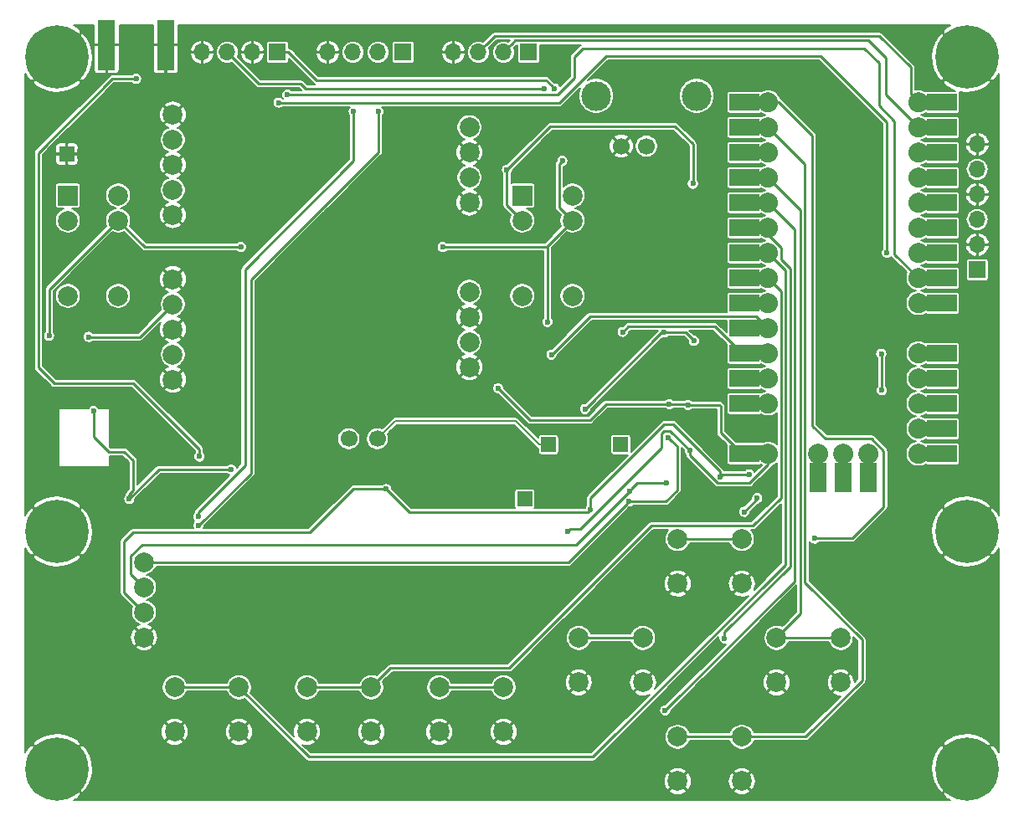
<source format=gbl>
G04 #@! TF.GenerationSoftware,KiCad,Pcbnew,5.1.4-e60b266~84~ubuntu18.04.1*
G04 #@! TF.CreationDate,2019-09-19T09:23:29-07:00*
G04 #@! TF.ProjectId,OpenBeacon2,4f70656e-4265-4616-936f-6e322e6b6963,B*
G04 #@! TF.SameCoordinates,Original*
G04 #@! TF.FileFunction,Copper,L2,Bot*
G04 #@! TF.FilePolarity,Positive*
%FSLAX46Y46*%
G04 Gerber Fmt 4.6, Leading zero omitted, Abs format (unit mm)*
G04 Created by KiCad (PCBNEW 5.1.4-e60b266~84~ubuntu18.04.1) date 2019-09-19 09:23:29*
%MOMM*%
%LPD*%
G04 APERTURE LIST*
%ADD10C,2.000000*%
%ADD11C,0.100000*%
%ADD12C,6.400000*%
%ADD13C,0.800000*%
%ADD14C,1.700000*%
%ADD15C,2.999740*%
%ADD16O,1.700000X1.700000*%
%ADD17R,1.700000X1.700000*%
%ADD18R,2.000000X2.000000*%
%ADD19R,1.800000X5.080000*%
%ADD20C,0.300000*%
%ADD21R,1.500000X1.500000*%
%ADD22C,0.600000*%
%ADD23C,0.250000*%
%ADD24C,0.200000*%
G04 APERTURE END LIST*
D10*
X191100000Y-94120000D03*
D11*
G36*
X190953270Y-95109177D02*
G01*
X190857020Y-95090031D01*
X190763110Y-95061544D01*
X190672445Y-95023989D01*
X190585897Y-94977729D01*
X190504301Y-94923208D01*
X190428441Y-94860951D01*
X190359049Y-94791559D01*
X190296792Y-94715699D01*
X190242271Y-94634103D01*
X190196011Y-94547555D01*
X190158456Y-94456890D01*
X190129969Y-94362980D01*
X190110823Y-94266730D01*
X190101205Y-94169068D01*
X190101205Y-94070932D01*
X190110823Y-93973270D01*
X190129969Y-93877020D01*
X190158456Y-93783110D01*
X190196011Y-93692445D01*
X190242271Y-93605897D01*
X190296792Y-93524301D01*
X190359049Y-93448441D01*
X190428441Y-93379049D01*
X190504301Y-93316792D01*
X190585897Y-93262271D01*
X190672445Y-93216011D01*
X190763110Y-93178456D01*
X190857020Y-93149969D01*
X190953270Y-93130823D01*
X191050932Y-93121205D01*
X191149068Y-93121205D01*
X191246730Y-93130823D01*
X191342980Y-93149969D01*
X191436890Y-93178456D01*
X191527555Y-93216011D01*
X191614103Y-93262271D01*
X191695699Y-93316792D01*
X191771559Y-93379049D01*
X191840951Y-93448441D01*
X191903208Y-93524301D01*
X191957729Y-93605897D01*
X192000000Y-93684982D01*
X192000000Y-93270000D01*
X195000000Y-93270000D01*
X195000000Y-94970000D01*
X192000000Y-94970000D01*
X192000000Y-94555018D01*
X191957729Y-94634103D01*
X191903208Y-94715699D01*
X191840951Y-94791559D01*
X191771559Y-94860951D01*
X191695699Y-94923208D01*
X191614103Y-94977729D01*
X191527555Y-95023989D01*
X191436890Y-95061544D01*
X191342980Y-95090031D01*
X191246730Y-95109177D01*
X191149068Y-95118795D01*
X191050932Y-95118795D01*
X190953270Y-95109177D01*
X190953270Y-95109177D01*
G37*
D10*
X191100000Y-91580000D03*
D11*
G36*
X190953270Y-92569177D02*
G01*
X190857020Y-92550031D01*
X190763110Y-92521544D01*
X190672445Y-92483989D01*
X190585897Y-92437729D01*
X190504301Y-92383208D01*
X190428441Y-92320951D01*
X190359049Y-92251559D01*
X190296792Y-92175699D01*
X190242271Y-92094103D01*
X190196011Y-92007555D01*
X190158456Y-91916890D01*
X190129969Y-91822980D01*
X190110823Y-91726730D01*
X190101205Y-91629068D01*
X190101205Y-91530932D01*
X190110823Y-91433270D01*
X190129969Y-91337020D01*
X190158456Y-91243110D01*
X190196011Y-91152445D01*
X190242271Y-91065897D01*
X190296792Y-90984301D01*
X190359049Y-90908441D01*
X190428441Y-90839049D01*
X190504301Y-90776792D01*
X190585897Y-90722271D01*
X190672445Y-90676011D01*
X190763110Y-90638456D01*
X190857020Y-90609969D01*
X190953270Y-90590823D01*
X191050932Y-90581205D01*
X191149068Y-90581205D01*
X191246730Y-90590823D01*
X191342980Y-90609969D01*
X191436890Y-90638456D01*
X191527555Y-90676011D01*
X191614103Y-90722271D01*
X191695699Y-90776792D01*
X191771559Y-90839049D01*
X191840951Y-90908441D01*
X191903208Y-90984301D01*
X191957729Y-91065897D01*
X192000000Y-91144982D01*
X192000000Y-90730000D01*
X195000000Y-90730000D01*
X195000000Y-92430000D01*
X192000000Y-92430000D01*
X192000000Y-92015018D01*
X191957729Y-92094103D01*
X191903208Y-92175699D01*
X191840951Y-92251559D01*
X191771559Y-92320951D01*
X191695699Y-92383208D01*
X191614103Y-92437729D01*
X191527555Y-92483989D01*
X191436890Y-92521544D01*
X191342980Y-92550031D01*
X191246730Y-92569177D01*
X191149068Y-92578795D01*
X191050932Y-92578795D01*
X190953270Y-92569177D01*
X190953270Y-92569177D01*
G37*
D10*
X191100000Y-89040000D03*
D11*
G36*
X190953270Y-90029177D02*
G01*
X190857020Y-90010031D01*
X190763110Y-89981544D01*
X190672445Y-89943989D01*
X190585897Y-89897729D01*
X190504301Y-89843208D01*
X190428441Y-89780951D01*
X190359049Y-89711559D01*
X190296792Y-89635699D01*
X190242271Y-89554103D01*
X190196011Y-89467555D01*
X190158456Y-89376890D01*
X190129969Y-89282980D01*
X190110823Y-89186730D01*
X190101205Y-89089068D01*
X190101205Y-88990932D01*
X190110823Y-88893270D01*
X190129969Y-88797020D01*
X190158456Y-88703110D01*
X190196011Y-88612445D01*
X190242271Y-88525897D01*
X190296792Y-88444301D01*
X190359049Y-88368441D01*
X190428441Y-88299049D01*
X190504301Y-88236792D01*
X190585897Y-88182271D01*
X190672445Y-88136011D01*
X190763110Y-88098456D01*
X190857020Y-88069969D01*
X190953270Y-88050823D01*
X191050932Y-88041205D01*
X191149068Y-88041205D01*
X191246730Y-88050823D01*
X191342980Y-88069969D01*
X191436890Y-88098456D01*
X191527555Y-88136011D01*
X191614103Y-88182271D01*
X191695699Y-88236792D01*
X191771559Y-88299049D01*
X191840951Y-88368441D01*
X191903208Y-88444301D01*
X191957729Y-88525897D01*
X192000000Y-88604982D01*
X192000000Y-88190000D01*
X195000000Y-88190000D01*
X195000000Y-89890000D01*
X192000000Y-89890000D01*
X192000000Y-89475018D01*
X191957729Y-89554103D01*
X191903208Y-89635699D01*
X191840951Y-89711559D01*
X191771559Y-89780951D01*
X191695699Y-89843208D01*
X191614103Y-89897729D01*
X191527555Y-89943989D01*
X191436890Y-89981544D01*
X191342980Y-90010031D01*
X191246730Y-90029177D01*
X191149068Y-90038795D01*
X191050932Y-90038795D01*
X190953270Y-90029177D01*
X190953270Y-90029177D01*
G37*
D10*
X191100000Y-86500000D03*
D11*
G36*
X190953270Y-87489177D02*
G01*
X190857020Y-87470031D01*
X190763110Y-87441544D01*
X190672445Y-87403989D01*
X190585897Y-87357729D01*
X190504301Y-87303208D01*
X190428441Y-87240951D01*
X190359049Y-87171559D01*
X190296792Y-87095699D01*
X190242271Y-87014103D01*
X190196011Y-86927555D01*
X190158456Y-86836890D01*
X190129969Y-86742980D01*
X190110823Y-86646730D01*
X190101205Y-86549068D01*
X190101205Y-86450932D01*
X190110823Y-86353270D01*
X190129969Y-86257020D01*
X190158456Y-86163110D01*
X190196011Y-86072445D01*
X190242271Y-85985897D01*
X190296792Y-85904301D01*
X190359049Y-85828441D01*
X190428441Y-85759049D01*
X190504301Y-85696792D01*
X190585897Y-85642271D01*
X190672445Y-85596011D01*
X190763110Y-85558456D01*
X190857020Y-85529969D01*
X190953270Y-85510823D01*
X191050932Y-85501205D01*
X191149068Y-85501205D01*
X191246730Y-85510823D01*
X191342980Y-85529969D01*
X191436890Y-85558456D01*
X191527555Y-85596011D01*
X191614103Y-85642271D01*
X191695699Y-85696792D01*
X191771559Y-85759049D01*
X191840951Y-85828441D01*
X191903208Y-85904301D01*
X191957729Y-85985897D01*
X192000000Y-86064982D01*
X192000000Y-85650000D01*
X195000000Y-85650000D01*
X195000000Y-87350000D01*
X192000000Y-87350000D01*
X192000000Y-86935018D01*
X191957729Y-87014103D01*
X191903208Y-87095699D01*
X191840951Y-87171559D01*
X191771559Y-87240951D01*
X191695699Y-87303208D01*
X191614103Y-87357729D01*
X191527555Y-87403989D01*
X191436890Y-87441544D01*
X191342980Y-87470031D01*
X191246730Y-87489177D01*
X191149068Y-87498795D01*
X191050932Y-87498795D01*
X190953270Y-87489177D01*
X190953270Y-87489177D01*
G37*
D10*
X191100000Y-83960000D03*
D11*
G36*
X190953270Y-84949177D02*
G01*
X190857020Y-84930031D01*
X190763110Y-84901544D01*
X190672445Y-84863989D01*
X190585897Y-84817729D01*
X190504301Y-84763208D01*
X190428441Y-84700951D01*
X190359049Y-84631559D01*
X190296792Y-84555699D01*
X190242271Y-84474103D01*
X190196011Y-84387555D01*
X190158456Y-84296890D01*
X190129969Y-84202980D01*
X190110823Y-84106730D01*
X190101205Y-84009068D01*
X190101205Y-83910932D01*
X190110823Y-83813270D01*
X190129969Y-83717020D01*
X190158456Y-83623110D01*
X190196011Y-83532445D01*
X190242271Y-83445897D01*
X190296792Y-83364301D01*
X190359049Y-83288441D01*
X190428441Y-83219049D01*
X190504301Y-83156792D01*
X190585897Y-83102271D01*
X190672445Y-83056011D01*
X190763110Y-83018456D01*
X190857020Y-82989969D01*
X190953270Y-82970823D01*
X191050932Y-82961205D01*
X191149068Y-82961205D01*
X191246730Y-82970823D01*
X191342980Y-82989969D01*
X191436890Y-83018456D01*
X191527555Y-83056011D01*
X191614103Y-83102271D01*
X191695699Y-83156792D01*
X191771559Y-83219049D01*
X191840951Y-83288441D01*
X191903208Y-83364301D01*
X191957729Y-83445897D01*
X192000000Y-83524982D01*
X192000000Y-83110000D01*
X195000000Y-83110000D01*
X195000000Y-84810000D01*
X192000000Y-84810000D01*
X192000000Y-84395018D01*
X191957729Y-84474103D01*
X191903208Y-84555699D01*
X191840951Y-84631559D01*
X191771559Y-84700951D01*
X191695699Y-84763208D01*
X191614103Y-84817729D01*
X191527555Y-84863989D01*
X191436890Y-84901544D01*
X191342980Y-84930031D01*
X191246730Y-84949177D01*
X191149068Y-84958795D01*
X191050932Y-84958795D01*
X190953270Y-84949177D01*
X190953270Y-84949177D01*
G37*
D10*
X191100000Y-81420000D03*
D11*
G36*
X190953270Y-82409177D02*
G01*
X190857020Y-82390031D01*
X190763110Y-82361544D01*
X190672445Y-82323989D01*
X190585897Y-82277729D01*
X190504301Y-82223208D01*
X190428441Y-82160951D01*
X190359049Y-82091559D01*
X190296792Y-82015699D01*
X190242271Y-81934103D01*
X190196011Y-81847555D01*
X190158456Y-81756890D01*
X190129969Y-81662980D01*
X190110823Y-81566730D01*
X190101205Y-81469068D01*
X190101205Y-81370932D01*
X190110823Y-81273270D01*
X190129969Y-81177020D01*
X190158456Y-81083110D01*
X190196011Y-80992445D01*
X190242271Y-80905897D01*
X190296792Y-80824301D01*
X190359049Y-80748441D01*
X190428441Y-80679049D01*
X190504301Y-80616792D01*
X190585897Y-80562271D01*
X190672445Y-80516011D01*
X190763110Y-80478456D01*
X190857020Y-80449969D01*
X190953270Y-80430823D01*
X191050932Y-80421205D01*
X191149068Y-80421205D01*
X191246730Y-80430823D01*
X191342980Y-80449969D01*
X191436890Y-80478456D01*
X191527555Y-80516011D01*
X191614103Y-80562271D01*
X191695699Y-80616792D01*
X191771559Y-80679049D01*
X191840951Y-80748441D01*
X191903208Y-80824301D01*
X191957729Y-80905897D01*
X192000000Y-80984982D01*
X192000000Y-80570000D01*
X195000000Y-80570000D01*
X195000000Y-82270000D01*
X192000000Y-82270000D01*
X192000000Y-81855018D01*
X191957729Y-81934103D01*
X191903208Y-82015699D01*
X191840951Y-82091559D01*
X191771559Y-82160951D01*
X191695699Y-82223208D01*
X191614103Y-82277729D01*
X191527555Y-82323989D01*
X191436890Y-82361544D01*
X191342980Y-82390031D01*
X191246730Y-82409177D01*
X191149068Y-82418795D01*
X191050932Y-82418795D01*
X190953270Y-82409177D01*
X190953270Y-82409177D01*
G37*
D10*
X191100000Y-78880000D03*
D11*
G36*
X190953270Y-79869177D02*
G01*
X190857020Y-79850031D01*
X190763110Y-79821544D01*
X190672445Y-79783989D01*
X190585897Y-79737729D01*
X190504301Y-79683208D01*
X190428441Y-79620951D01*
X190359049Y-79551559D01*
X190296792Y-79475699D01*
X190242271Y-79394103D01*
X190196011Y-79307555D01*
X190158456Y-79216890D01*
X190129969Y-79122980D01*
X190110823Y-79026730D01*
X190101205Y-78929068D01*
X190101205Y-78830932D01*
X190110823Y-78733270D01*
X190129969Y-78637020D01*
X190158456Y-78543110D01*
X190196011Y-78452445D01*
X190242271Y-78365897D01*
X190296792Y-78284301D01*
X190359049Y-78208441D01*
X190428441Y-78139049D01*
X190504301Y-78076792D01*
X190585897Y-78022271D01*
X190672445Y-77976011D01*
X190763110Y-77938456D01*
X190857020Y-77909969D01*
X190953270Y-77890823D01*
X191050932Y-77881205D01*
X191149068Y-77881205D01*
X191246730Y-77890823D01*
X191342980Y-77909969D01*
X191436890Y-77938456D01*
X191527555Y-77976011D01*
X191614103Y-78022271D01*
X191695699Y-78076792D01*
X191771559Y-78139049D01*
X191840951Y-78208441D01*
X191903208Y-78284301D01*
X191957729Y-78365897D01*
X192000000Y-78444982D01*
X192000000Y-78030000D01*
X195000000Y-78030000D01*
X195000000Y-79730000D01*
X192000000Y-79730000D01*
X192000000Y-79315018D01*
X191957729Y-79394103D01*
X191903208Y-79475699D01*
X191840951Y-79551559D01*
X191771559Y-79620951D01*
X191695699Y-79683208D01*
X191614103Y-79737729D01*
X191527555Y-79783989D01*
X191436890Y-79821544D01*
X191342980Y-79850031D01*
X191246730Y-79869177D01*
X191149068Y-79878795D01*
X191050932Y-79878795D01*
X190953270Y-79869177D01*
X190953270Y-79869177D01*
G37*
D10*
X191100000Y-76340000D03*
D11*
G36*
X190953270Y-77329177D02*
G01*
X190857020Y-77310031D01*
X190763110Y-77281544D01*
X190672445Y-77243989D01*
X190585897Y-77197729D01*
X190504301Y-77143208D01*
X190428441Y-77080951D01*
X190359049Y-77011559D01*
X190296792Y-76935699D01*
X190242271Y-76854103D01*
X190196011Y-76767555D01*
X190158456Y-76676890D01*
X190129969Y-76582980D01*
X190110823Y-76486730D01*
X190101205Y-76389068D01*
X190101205Y-76290932D01*
X190110823Y-76193270D01*
X190129969Y-76097020D01*
X190158456Y-76003110D01*
X190196011Y-75912445D01*
X190242271Y-75825897D01*
X190296792Y-75744301D01*
X190359049Y-75668441D01*
X190428441Y-75599049D01*
X190504301Y-75536792D01*
X190585897Y-75482271D01*
X190672445Y-75436011D01*
X190763110Y-75398456D01*
X190857020Y-75369969D01*
X190953270Y-75350823D01*
X191050932Y-75341205D01*
X191149068Y-75341205D01*
X191246730Y-75350823D01*
X191342980Y-75369969D01*
X191436890Y-75398456D01*
X191527555Y-75436011D01*
X191614103Y-75482271D01*
X191695699Y-75536792D01*
X191771559Y-75599049D01*
X191840951Y-75668441D01*
X191903208Y-75744301D01*
X191957729Y-75825897D01*
X192000000Y-75904982D01*
X192000000Y-75490000D01*
X195000000Y-75490000D01*
X195000000Y-77190000D01*
X192000000Y-77190000D01*
X192000000Y-76775018D01*
X191957729Y-76854103D01*
X191903208Y-76935699D01*
X191840951Y-77011559D01*
X191771559Y-77080951D01*
X191695699Y-77143208D01*
X191614103Y-77197729D01*
X191527555Y-77243989D01*
X191436890Y-77281544D01*
X191342980Y-77310031D01*
X191246730Y-77329177D01*
X191149068Y-77338795D01*
X191050932Y-77338795D01*
X190953270Y-77329177D01*
X190953270Y-77329177D01*
G37*
D10*
X191100000Y-73800000D03*
D11*
G36*
X190953270Y-74789177D02*
G01*
X190857020Y-74770031D01*
X190763110Y-74741544D01*
X190672445Y-74703989D01*
X190585897Y-74657729D01*
X190504301Y-74603208D01*
X190428441Y-74540951D01*
X190359049Y-74471559D01*
X190296792Y-74395699D01*
X190242271Y-74314103D01*
X190196011Y-74227555D01*
X190158456Y-74136890D01*
X190129969Y-74042980D01*
X190110823Y-73946730D01*
X190101205Y-73849068D01*
X190101205Y-73750932D01*
X190110823Y-73653270D01*
X190129969Y-73557020D01*
X190158456Y-73463110D01*
X190196011Y-73372445D01*
X190242271Y-73285897D01*
X190296792Y-73204301D01*
X190359049Y-73128441D01*
X190428441Y-73059049D01*
X190504301Y-72996792D01*
X190585897Y-72942271D01*
X190672445Y-72896011D01*
X190763110Y-72858456D01*
X190857020Y-72829969D01*
X190953270Y-72810823D01*
X191050932Y-72801205D01*
X191149068Y-72801205D01*
X191246730Y-72810823D01*
X191342980Y-72829969D01*
X191436890Y-72858456D01*
X191527555Y-72896011D01*
X191614103Y-72942271D01*
X191695699Y-72996792D01*
X191771559Y-73059049D01*
X191840951Y-73128441D01*
X191903208Y-73204301D01*
X191957729Y-73285897D01*
X192000000Y-73364982D01*
X192000000Y-72950000D01*
X195000000Y-72950000D01*
X195000000Y-74650000D01*
X192000000Y-74650000D01*
X192000000Y-74235018D01*
X191957729Y-74314103D01*
X191903208Y-74395699D01*
X191840951Y-74471559D01*
X191771559Y-74540951D01*
X191695699Y-74603208D01*
X191614103Y-74657729D01*
X191527555Y-74703989D01*
X191436890Y-74741544D01*
X191342980Y-74770031D01*
X191246730Y-74789177D01*
X191149068Y-74798795D01*
X191050932Y-74798795D01*
X190953270Y-74789177D01*
X190953270Y-74789177D01*
G37*
D10*
X191100000Y-71260000D03*
D11*
G36*
X190953270Y-72249177D02*
G01*
X190857020Y-72230031D01*
X190763110Y-72201544D01*
X190672445Y-72163989D01*
X190585897Y-72117729D01*
X190504301Y-72063208D01*
X190428441Y-72000951D01*
X190359049Y-71931559D01*
X190296792Y-71855699D01*
X190242271Y-71774103D01*
X190196011Y-71687555D01*
X190158456Y-71596890D01*
X190129969Y-71502980D01*
X190110823Y-71406730D01*
X190101205Y-71309068D01*
X190101205Y-71210932D01*
X190110823Y-71113270D01*
X190129969Y-71017020D01*
X190158456Y-70923110D01*
X190196011Y-70832445D01*
X190242271Y-70745897D01*
X190296792Y-70664301D01*
X190359049Y-70588441D01*
X190428441Y-70519049D01*
X190504301Y-70456792D01*
X190585897Y-70402271D01*
X190672445Y-70356011D01*
X190763110Y-70318456D01*
X190857020Y-70289969D01*
X190953270Y-70270823D01*
X191050932Y-70261205D01*
X191149068Y-70261205D01*
X191246730Y-70270823D01*
X191342980Y-70289969D01*
X191436890Y-70318456D01*
X191527555Y-70356011D01*
X191614103Y-70402271D01*
X191695699Y-70456792D01*
X191771559Y-70519049D01*
X191840951Y-70588441D01*
X191903208Y-70664301D01*
X191957729Y-70745897D01*
X192000000Y-70824982D01*
X192000000Y-70410000D01*
X195000000Y-70410000D01*
X195000000Y-72110000D01*
X192000000Y-72110000D01*
X192000000Y-71695018D01*
X191957729Y-71774103D01*
X191903208Y-71855699D01*
X191840951Y-71931559D01*
X191771559Y-72000951D01*
X191695699Y-72063208D01*
X191614103Y-72117729D01*
X191527555Y-72163989D01*
X191436890Y-72201544D01*
X191342980Y-72230031D01*
X191246730Y-72249177D01*
X191149068Y-72258795D01*
X191050932Y-72258795D01*
X190953270Y-72249177D01*
X190953270Y-72249177D01*
G37*
D10*
X191100000Y-68720000D03*
D11*
G36*
X190953270Y-69709177D02*
G01*
X190857020Y-69690031D01*
X190763110Y-69661544D01*
X190672445Y-69623989D01*
X190585897Y-69577729D01*
X190504301Y-69523208D01*
X190428441Y-69460951D01*
X190359049Y-69391559D01*
X190296792Y-69315699D01*
X190242271Y-69234103D01*
X190196011Y-69147555D01*
X190158456Y-69056890D01*
X190129969Y-68962980D01*
X190110823Y-68866730D01*
X190101205Y-68769068D01*
X190101205Y-68670932D01*
X190110823Y-68573270D01*
X190129969Y-68477020D01*
X190158456Y-68383110D01*
X190196011Y-68292445D01*
X190242271Y-68205897D01*
X190296792Y-68124301D01*
X190359049Y-68048441D01*
X190428441Y-67979049D01*
X190504301Y-67916792D01*
X190585897Y-67862271D01*
X190672445Y-67816011D01*
X190763110Y-67778456D01*
X190857020Y-67749969D01*
X190953270Y-67730823D01*
X191050932Y-67721205D01*
X191149068Y-67721205D01*
X191246730Y-67730823D01*
X191342980Y-67749969D01*
X191436890Y-67778456D01*
X191527555Y-67816011D01*
X191614103Y-67862271D01*
X191695699Y-67916792D01*
X191771559Y-67979049D01*
X191840951Y-68048441D01*
X191903208Y-68124301D01*
X191957729Y-68205897D01*
X192000000Y-68284982D01*
X192000000Y-67870000D01*
X195000000Y-67870000D01*
X195000000Y-69570000D01*
X192000000Y-69570000D01*
X192000000Y-69155018D01*
X191957729Y-69234103D01*
X191903208Y-69315699D01*
X191840951Y-69391559D01*
X191771559Y-69460951D01*
X191695699Y-69523208D01*
X191614103Y-69577729D01*
X191527555Y-69623989D01*
X191436890Y-69661544D01*
X191342980Y-69690031D01*
X191246730Y-69709177D01*
X191149068Y-69718795D01*
X191050932Y-69718795D01*
X190953270Y-69709177D01*
X190953270Y-69709177D01*
G37*
D10*
X191100000Y-66180000D03*
D11*
G36*
X190953270Y-67169177D02*
G01*
X190857020Y-67150031D01*
X190763110Y-67121544D01*
X190672445Y-67083989D01*
X190585897Y-67037729D01*
X190504301Y-66983208D01*
X190428441Y-66920951D01*
X190359049Y-66851559D01*
X190296792Y-66775699D01*
X190242271Y-66694103D01*
X190196011Y-66607555D01*
X190158456Y-66516890D01*
X190129969Y-66422980D01*
X190110823Y-66326730D01*
X190101205Y-66229068D01*
X190101205Y-66130932D01*
X190110823Y-66033270D01*
X190129969Y-65937020D01*
X190158456Y-65843110D01*
X190196011Y-65752445D01*
X190242271Y-65665897D01*
X190296792Y-65584301D01*
X190359049Y-65508441D01*
X190428441Y-65439049D01*
X190504301Y-65376792D01*
X190585897Y-65322271D01*
X190672445Y-65276011D01*
X190763110Y-65238456D01*
X190857020Y-65209969D01*
X190953270Y-65190823D01*
X191050932Y-65181205D01*
X191149068Y-65181205D01*
X191246730Y-65190823D01*
X191342980Y-65209969D01*
X191436890Y-65238456D01*
X191527555Y-65276011D01*
X191614103Y-65322271D01*
X191695699Y-65376792D01*
X191771559Y-65439049D01*
X191840951Y-65508441D01*
X191903208Y-65584301D01*
X191957729Y-65665897D01*
X192000000Y-65744982D01*
X192000000Y-65330000D01*
X195000000Y-65330000D01*
X195000000Y-67030000D01*
X192000000Y-67030000D01*
X192000000Y-66615018D01*
X191957729Y-66694103D01*
X191903208Y-66775699D01*
X191840951Y-66851559D01*
X191771559Y-66920951D01*
X191695699Y-66983208D01*
X191614103Y-67037729D01*
X191527555Y-67083989D01*
X191436890Y-67121544D01*
X191342980Y-67150031D01*
X191246730Y-67169177D01*
X191149068Y-67178795D01*
X191050932Y-67178795D01*
X190953270Y-67169177D01*
X190953270Y-67169177D01*
G37*
D10*
X191100000Y-63640000D03*
D11*
G36*
X190953270Y-64629177D02*
G01*
X190857020Y-64610031D01*
X190763110Y-64581544D01*
X190672445Y-64543989D01*
X190585897Y-64497729D01*
X190504301Y-64443208D01*
X190428441Y-64380951D01*
X190359049Y-64311559D01*
X190296792Y-64235699D01*
X190242271Y-64154103D01*
X190196011Y-64067555D01*
X190158456Y-63976890D01*
X190129969Y-63882980D01*
X190110823Y-63786730D01*
X190101205Y-63689068D01*
X190101205Y-63590932D01*
X190110823Y-63493270D01*
X190129969Y-63397020D01*
X190158456Y-63303110D01*
X190196011Y-63212445D01*
X190242271Y-63125897D01*
X190296792Y-63044301D01*
X190359049Y-62968441D01*
X190428441Y-62899049D01*
X190504301Y-62836792D01*
X190585897Y-62782271D01*
X190672445Y-62736011D01*
X190763110Y-62698456D01*
X190857020Y-62669969D01*
X190953270Y-62650823D01*
X191050932Y-62641205D01*
X191149068Y-62641205D01*
X191246730Y-62650823D01*
X191342980Y-62669969D01*
X191436890Y-62698456D01*
X191527555Y-62736011D01*
X191614103Y-62782271D01*
X191695699Y-62836792D01*
X191771559Y-62899049D01*
X191840951Y-62968441D01*
X191903208Y-63044301D01*
X191957729Y-63125897D01*
X192000000Y-63204982D01*
X192000000Y-62790000D01*
X195000000Y-62790000D01*
X195000000Y-64490000D01*
X192000000Y-64490000D01*
X192000000Y-64075018D01*
X191957729Y-64154103D01*
X191903208Y-64235699D01*
X191840951Y-64311559D01*
X191771559Y-64380951D01*
X191695699Y-64443208D01*
X191614103Y-64497729D01*
X191527555Y-64543989D01*
X191436890Y-64581544D01*
X191342980Y-64610031D01*
X191246730Y-64629177D01*
X191149068Y-64638795D01*
X191050932Y-64638795D01*
X190953270Y-64629177D01*
X190953270Y-64629177D01*
G37*
D10*
X191100000Y-61100000D03*
D11*
G36*
X190953270Y-62089177D02*
G01*
X190857020Y-62070031D01*
X190763110Y-62041544D01*
X190672445Y-62003989D01*
X190585897Y-61957729D01*
X190504301Y-61903208D01*
X190428441Y-61840951D01*
X190359049Y-61771559D01*
X190296792Y-61695699D01*
X190242271Y-61614103D01*
X190196011Y-61527555D01*
X190158456Y-61436890D01*
X190129969Y-61342980D01*
X190110823Y-61246730D01*
X190101205Y-61149068D01*
X190101205Y-61050932D01*
X190110823Y-60953270D01*
X190129969Y-60857020D01*
X190158456Y-60763110D01*
X190196011Y-60672445D01*
X190242271Y-60585897D01*
X190296792Y-60504301D01*
X190359049Y-60428441D01*
X190428441Y-60359049D01*
X190504301Y-60296792D01*
X190585897Y-60242271D01*
X190672445Y-60196011D01*
X190763110Y-60158456D01*
X190857020Y-60129969D01*
X190953270Y-60110823D01*
X191050932Y-60101205D01*
X191149068Y-60101205D01*
X191246730Y-60110823D01*
X191342980Y-60129969D01*
X191436890Y-60158456D01*
X191527555Y-60196011D01*
X191614103Y-60242271D01*
X191695699Y-60296792D01*
X191771559Y-60359049D01*
X191840951Y-60428441D01*
X191903208Y-60504301D01*
X191957729Y-60585897D01*
X192000000Y-60664982D01*
X192000000Y-60250000D01*
X195000000Y-60250000D01*
X195000000Y-61950000D01*
X192000000Y-61950000D01*
X192000000Y-61535018D01*
X191957729Y-61614103D01*
X191903208Y-61695699D01*
X191840951Y-61771559D01*
X191771559Y-61840951D01*
X191695699Y-61903208D01*
X191614103Y-61957729D01*
X191527555Y-62003989D01*
X191436890Y-62041544D01*
X191342980Y-62070031D01*
X191246730Y-62089177D01*
X191149068Y-62098795D01*
X191050932Y-62098795D01*
X190953270Y-62089177D01*
X190953270Y-62089177D01*
G37*
D10*
X191100000Y-58560000D03*
D11*
G36*
X190953270Y-59549177D02*
G01*
X190857020Y-59530031D01*
X190763110Y-59501544D01*
X190672445Y-59463989D01*
X190585897Y-59417729D01*
X190504301Y-59363208D01*
X190428441Y-59300951D01*
X190359049Y-59231559D01*
X190296792Y-59155699D01*
X190242271Y-59074103D01*
X190196011Y-58987555D01*
X190158456Y-58896890D01*
X190129969Y-58802980D01*
X190110823Y-58706730D01*
X190101205Y-58609068D01*
X190101205Y-58510932D01*
X190110823Y-58413270D01*
X190129969Y-58317020D01*
X190158456Y-58223110D01*
X190196011Y-58132445D01*
X190242271Y-58045897D01*
X190296792Y-57964301D01*
X190359049Y-57888441D01*
X190428441Y-57819049D01*
X190504301Y-57756792D01*
X190585897Y-57702271D01*
X190672445Y-57656011D01*
X190763110Y-57618456D01*
X190857020Y-57589969D01*
X190953270Y-57570823D01*
X191050932Y-57561205D01*
X191149068Y-57561205D01*
X191246730Y-57570823D01*
X191342980Y-57589969D01*
X191436890Y-57618456D01*
X191527555Y-57656011D01*
X191614103Y-57702271D01*
X191695699Y-57756792D01*
X191771559Y-57819049D01*
X191840951Y-57888441D01*
X191903208Y-57964301D01*
X191957729Y-58045897D01*
X192000000Y-58124982D01*
X192000000Y-57710000D01*
X195000000Y-57710000D01*
X195000000Y-59410000D01*
X192000000Y-59410000D01*
X192000000Y-58995018D01*
X191957729Y-59074103D01*
X191903208Y-59155699D01*
X191840951Y-59231559D01*
X191771559Y-59300951D01*
X191695699Y-59363208D01*
X191614103Y-59417729D01*
X191527555Y-59463989D01*
X191436890Y-59501544D01*
X191342980Y-59530031D01*
X191246730Y-59549177D01*
X191149068Y-59558795D01*
X191050932Y-59558795D01*
X190953270Y-59549177D01*
X190953270Y-59549177D01*
G37*
D10*
X175900000Y-58560000D03*
D11*
G36*
X176046730Y-57570823D02*
G01*
X176142980Y-57589969D01*
X176236890Y-57618456D01*
X176327555Y-57656011D01*
X176414103Y-57702271D01*
X176495699Y-57756792D01*
X176571559Y-57819049D01*
X176640951Y-57888441D01*
X176703208Y-57964301D01*
X176757729Y-58045897D01*
X176803989Y-58132445D01*
X176841544Y-58223110D01*
X176870031Y-58317020D01*
X176889177Y-58413270D01*
X176898795Y-58510932D01*
X176898795Y-58609068D01*
X176889177Y-58706730D01*
X176870031Y-58802980D01*
X176841544Y-58896890D01*
X176803989Y-58987555D01*
X176757729Y-59074103D01*
X176703208Y-59155699D01*
X176640951Y-59231559D01*
X176571559Y-59300951D01*
X176495699Y-59363208D01*
X176414103Y-59417729D01*
X176327555Y-59463989D01*
X176236890Y-59501544D01*
X176142980Y-59530031D01*
X176046730Y-59549177D01*
X175949068Y-59558795D01*
X175850932Y-59558795D01*
X175753270Y-59549177D01*
X175657020Y-59530031D01*
X175563110Y-59501544D01*
X175472445Y-59463989D01*
X175385897Y-59417729D01*
X175304301Y-59363208D01*
X175228441Y-59300951D01*
X175159049Y-59231559D01*
X175096792Y-59155699D01*
X175042271Y-59074103D01*
X175000000Y-58995018D01*
X175000000Y-59410000D01*
X172000000Y-59410000D01*
X172000000Y-57710000D01*
X175000000Y-57710000D01*
X175000000Y-58124982D01*
X175042271Y-58045897D01*
X175096792Y-57964301D01*
X175159049Y-57888441D01*
X175228441Y-57819049D01*
X175304301Y-57756792D01*
X175385897Y-57702271D01*
X175472445Y-57656011D01*
X175563110Y-57618456D01*
X175657020Y-57589969D01*
X175753270Y-57570823D01*
X175850932Y-57561205D01*
X175949068Y-57561205D01*
X176046730Y-57570823D01*
X176046730Y-57570823D01*
G37*
D10*
X175900000Y-61100000D03*
D11*
G36*
X176046730Y-60110823D02*
G01*
X176142980Y-60129969D01*
X176236890Y-60158456D01*
X176327555Y-60196011D01*
X176414103Y-60242271D01*
X176495699Y-60296792D01*
X176571559Y-60359049D01*
X176640951Y-60428441D01*
X176703208Y-60504301D01*
X176757729Y-60585897D01*
X176803989Y-60672445D01*
X176841544Y-60763110D01*
X176870031Y-60857020D01*
X176889177Y-60953270D01*
X176898795Y-61050932D01*
X176898795Y-61149068D01*
X176889177Y-61246730D01*
X176870031Y-61342980D01*
X176841544Y-61436890D01*
X176803989Y-61527555D01*
X176757729Y-61614103D01*
X176703208Y-61695699D01*
X176640951Y-61771559D01*
X176571559Y-61840951D01*
X176495699Y-61903208D01*
X176414103Y-61957729D01*
X176327555Y-62003989D01*
X176236890Y-62041544D01*
X176142980Y-62070031D01*
X176046730Y-62089177D01*
X175949068Y-62098795D01*
X175850932Y-62098795D01*
X175753270Y-62089177D01*
X175657020Y-62070031D01*
X175563110Y-62041544D01*
X175472445Y-62003989D01*
X175385897Y-61957729D01*
X175304301Y-61903208D01*
X175228441Y-61840951D01*
X175159049Y-61771559D01*
X175096792Y-61695699D01*
X175042271Y-61614103D01*
X175000000Y-61535018D01*
X175000000Y-61950000D01*
X172000000Y-61950000D01*
X172000000Y-60250000D01*
X175000000Y-60250000D01*
X175000000Y-60664982D01*
X175042271Y-60585897D01*
X175096792Y-60504301D01*
X175159049Y-60428441D01*
X175228441Y-60359049D01*
X175304301Y-60296792D01*
X175385897Y-60242271D01*
X175472445Y-60196011D01*
X175563110Y-60158456D01*
X175657020Y-60129969D01*
X175753270Y-60110823D01*
X175850932Y-60101205D01*
X175949068Y-60101205D01*
X176046730Y-60110823D01*
X176046730Y-60110823D01*
G37*
D10*
X175900000Y-63640000D03*
D11*
G36*
X176046730Y-62650823D02*
G01*
X176142980Y-62669969D01*
X176236890Y-62698456D01*
X176327555Y-62736011D01*
X176414103Y-62782271D01*
X176495699Y-62836792D01*
X176571559Y-62899049D01*
X176640951Y-62968441D01*
X176703208Y-63044301D01*
X176757729Y-63125897D01*
X176803989Y-63212445D01*
X176841544Y-63303110D01*
X176870031Y-63397020D01*
X176889177Y-63493270D01*
X176898795Y-63590932D01*
X176898795Y-63689068D01*
X176889177Y-63786730D01*
X176870031Y-63882980D01*
X176841544Y-63976890D01*
X176803989Y-64067555D01*
X176757729Y-64154103D01*
X176703208Y-64235699D01*
X176640951Y-64311559D01*
X176571559Y-64380951D01*
X176495699Y-64443208D01*
X176414103Y-64497729D01*
X176327555Y-64543989D01*
X176236890Y-64581544D01*
X176142980Y-64610031D01*
X176046730Y-64629177D01*
X175949068Y-64638795D01*
X175850932Y-64638795D01*
X175753270Y-64629177D01*
X175657020Y-64610031D01*
X175563110Y-64581544D01*
X175472445Y-64543989D01*
X175385897Y-64497729D01*
X175304301Y-64443208D01*
X175228441Y-64380951D01*
X175159049Y-64311559D01*
X175096792Y-64235699D01*
X175042271Y-64154103D01*
X175000000Y-64075018D01*
X175000000Y-64490000D01*
X172000000Y-64490000D01*
X172000000Y-62790000D01*
X175000000Y-62790000D01*
X175000000Y-63204982D01*
X175042271Y-63125897D01*
X175096792Y-63044301D01*
X175159049Y-62968441D01*
X175228441Y-62899049D01*
X175304301Y-62836792D01*
X175385897Y-62782271D01*
X175472445Y-62736011D01*
X175563110Y-62698456D01*
X175657020Y-62669969D01*
X175753270Y-62650823D01*
X175850932Y-62641205D01*
X175949068Y-62641205D01*
X176046730Y-62650823D01*
X176046730Y-62650823D01*
G37*
D10*
X175900000Y-66180000D03*
D11*
G36*
X176046730Y-65190823D02*
G01*
X176142980Y-65209969D01*
X176236890Y-65238456D01*
X176327555Y-65276011D01*
X176414103Y-65322271D01*
X176495699Y-65376792D01*
X176571559Y-65439049D01*
X176640951Y-65508441D01*
X176703208Y-65584301D01*
X176757729Y-65665897D01*
X176803989Y-65752445D01*
X176841544Y-65843110D01*
X176870031Y-65937020D01*
X176889177Y-66033270D01*
X176898795Y-66130932D01*
X176898795Y-66229068D01*
X176889177Y-66326730D01*
X176870031Y-66422980D01*
X176841544Y-66516890D01*
X176803989Y-66607555D01*
X176757729Y-66694103D01*
X176703208Y-66775699D01*
X176640951Y-66851559D01*
X176571559Y-66920951D01*
X176495699Y-66983208D01*
X176414103Y-67037729D01*
X176327555Y-67083989D01*
X176236890Y-67121544D01*
X176142980Y-67150031D01*
X176046730Y-67169177D01*
X175949068Y-67178795D01*
X175850932Y-67178795D01*
X175753270Y-67169177D01*
X175657020Y-67150031D01*
X175563110Y-67121544D01*
X175472445Y-67083989D01*
X175385897Y-67037729D01*
X175304301Y-66983208D01*
X175228441Y-66920951D01*
X175159049Y-66851559D01*
X175096792Y-66775699D01*
X175042271Y-66694103D01*
X175000000Y-66615018D01*
X175000000Y-67030000D01*
X172000000Y-67030000D01*
X172000000Y-65330000D01*
X175000000Y-65330000D01*
X175000000Y-65744982D01*
X175042271Y-65665897D01*
X175096792Y-65584301D01*
X175159049Y-65508441D01*
X175228441Y-65439049D01*
X175304301Y-65376792D01*
X175385897Y-65322271D01*
X175472445Y-65276011D01*
X175563110Y-65238456D01*
X175657020Y-65209969D01*
X175753270Y-65190823D01*
X175850932Y-65181205D01*
X175949068Y-65181205D01*
X176046730Y-65190823D01*
X176046730Y-65190823D01*
G37*
D10*
X175900000Y-68720000D03*
D11*
G36*
X176046730Y-67730823D02*
G01*
X176142980Y-67749969D01*
X176236890Y-67778456D01*
X176327555Y-67816011D01*
X176414103Y-67862271D01*
X176495699Y-67916792D01*
X176571559Y-67979049D01*
X176640951Y-68048441D01*
X176703208Y-68124301D01*
X176757729Y-68205897D01*
X176803989Y-68292445D01*
X176841544Y-68383110D01*
X176870031Y-68477020D01*
X176889177Y-68573270D01*
X176898795Y-68670932D01*
X176898795Y-68769068D01*
X176889177Y-68866730D01*
X176870031Y-68962980D01*
X176841544Y-69056890D01*
X176803989Y-69147555D01*
X176757729Y-69234103D01*
X176703208Y-69315699D01*
X176640951Y-69391559D01*
X176571559Y-69460951D01*
X176495699Y-69523208D01*
X176414103Y-69577729D01*
X176327555Y-69623989D01*
X176236890Y-69661544D01*
X176142980Y-69690031D01*
X176046730Y-69709177D01*
X175949068Y-69718795D01*
X175850932Y-69718795D01*
X175753270Y-69709177D01*
X175657020Y-69690031D01*
X175563110Y-69661544D01*
X175472445Y-69623989D01*
X175385897Y-69577729D01*
X175304301Y-69523208D01*
X175228441Y-69460951D01*
X175159049Y-69391559D01*
X175096792Y-69315699D01*
X175042271Y-69234103D01*
X175000000Y-69155018D01*
X175000000Y-69570000D01*
X172000000Y-69570000D01*
X172000000Y-67870000D01*
X175000000Y-67870000D01*
X175000000Y-68284982D01*
X175042271Y-68205897D01*
X175096792Y-68124301D01*
X175159049Y-68048441D01*
X175228441Y-67979049D01*
X175304301Y-67916792D01*
X175385897Y-67862271D01*
X175472445Y-67816011D01*
X175563110Y-67778456D01*
X175657020Y-67749969D01*
X175753270Y-67730823D01*
X175850932Y-67721205D01*
X175949068Y-67721205D01*
X176046730Y-67730823D01*
X176046730Y-67730823D01*
G37*
D10*
X175900000Y-71260000D03*
D11*
G36*
X176046730Y-70270823D02*
G01*
X176142980Y-70289969D01*
X176236890Y-70318456D01*
X176327555Y-70356011D01*
X176414103Y-70402271D01*
X176495699Y-70456792D01*
X176571559Y-70519049D01*
X176640951Y-70588441D01*
X176703208Y-70664301D01*
X176757729Y-70745897D01*
X176803989Y-70832445D01*
X176841544Y-70923110D01*
X176870031Y-71017020D01*
X176889177Y-71113270D01*
X176898795Y-71210932D01*
X176898795Y-71309068D01*
X176889177Y-71406730D01*
X176870031Y-71502980D01*
X176841544Y-71596890D01*
X176803989Y-71687555D01*
X176757729Y-71774103D01*
X176703208Y-71855699D01*
X176640951Y-71931559D01*
X176571559Y-72000951D01*
X176495699Y-72063208D01*
X176414103Y-72117729D01*
X176327555Y-72163989D01*
X176236890Y-72201544D01*
X176142980Y-72230031D01*
X176046730Y-72249177D01*
X175949068Y-72258795D01*
X175850932Y-72258795D01*
X175753270Y-72249177D01*
X175657020Y-72230031D01*
X175563110Y-72201544D01*
X175472445Y-72163989D01*
X175385897Y-72117729D01*
X175304301Y-72063208D01*
X175228441Y-72000951D01*
X175159049Y-71931559D01*
X175096792Y-71855699D01*
X175042271Y-71774103D01*
X175000000Y-71695018D01*
X175000000Y-72110000D01*
X172000000Y-72110000D01*
X172000000Y-70410000D01*
X175000000Y-70410000D01*
X175000000Y-70824982D01*
X175042271Y-70745897D01*
X175096792Y-70664301D01*
X175159049Y-70588441D01*
X175228441Y-70519049D01*
X175304301Y-70456792D01*
X175385897Y-70402271D01*
X175472445Y-70356011D01*
X175563110Y-70318456D01*
X175657020Y-70289969D01*
X175753270Y-70270823D01*
X175850932Y-70261205D01*
X175949068Y-70261205D01*
X176046730Y-70270823D01*
X176046730Y-70270823D01*
G37*
D10*
X175900000Y-73800000D03*
D11*
G36*
X176046730Y-72810823D02*
G01*
X176142980Y-72829969D01*
X176236890Y-72858456D01*
X176327555Y-72896011D01*
X176414103Y-72942271D01*
X176495699Y-72996792D01*
X176571559Y-73059049D01*
X176640951Y-73128441D01*
X176703208Y-73204301D01*
X176757729Y-73285897D01*
X176803989Y-73372445D01*
X176841544Y-73463110D01*
X176870031Y-73557020D01*
X176889177Y-73653270D01*
X176898795Y-73750932D01*
X176898795Y-73849068D01*
X176889177Y-73946730D01*
X176870031Y-74042980D01*
X176841544Y-74136890D01*
X176803989Y-74227555D01*
X176757729Y-74314103D01*
X176703208Y-74395699D01*
X176640951Y-74471559D01*
X176571559Y-74540951D01*
X176495699Y-74603208D01*
X176414103Y-74657729D01*
X176327555Y-74703989D01*
X176236890Y-74741544D01*
X176142980Y-74770031D01*
X176046730Y-74789177D01*
X175949068Y-74798795D01*
X175850932Y-74798795D01*
X175753270Y-74789177D01*
X175657020Y-74770031D01*
X175563110Y-74741544D01*
X175472445Y-74703989D01*
X175385897Y-74657729D01*
X175304301Y-74603208D01*
X175228441Y-74540951D01*
X175159049Y-74471559D01*
X175096792Y-74395699D01*
X175042271Y-74314103D01*
X175000000Y-74235018D01*
X175000000Y-74650000D01*
X172000000Y-74650000D01*
X172000000Y-72950000D01*
X175000000Y-72950000D01*
X175000000Y-73364982D01*
X175042271Y-73285897D01*
X175096792Y-73204301D01*
X175159049Y-73128441D01*
X175228441Y-73059049D01*
X175304301Y-72996792D01*
X175385897Y-72942271D01*
X175472445Y-72896011D01*
X175563110Y-72858456D01*
X175657020Y-72829969D01*
X175753270Y-72810823D01*
X175850932Y-72801205D01*
X175949068Y-72801205D01*
X176046730Y-72810823D01*
X176046730Y-72810823D01*
G37*
D10*
X175900000Y-76340000D03*
D11*
G36*
X176046730Y-75350823D02*
G01*
X176142980Y-75369969D01*
X176236890Y-75398456D01*
X176327555Y-75436011D01*
X176414103Y-75482271D01*
X176495699Y-75536792D01*
X176571559Y-75599049D01*
X176640951Y-75668441D01*
X176703208Y-75744301D01*
X176757729Y-75825897D01*
X176803989Y-75912445D01*
X176841544Y-76003110D01*
X176870031Y-76097020D01*
X176889177Y-76193270D01*
X176898795Y-76290932D01*
X176898795Y-76389068D01*
X176889177Y-76486730D01*
X176870031Y-76582980D01*
X176841544Y-76676890D01*
X176803989Y-76767555D01*
X176757729Y-76854103D01*
X176703208Y-76935699D01*
X176640951Y-77011559D01*
X176571559Y-77080951D01*
X176495699Y-77143208D01*
X176414103Y-77197729D01*
X176327555Y-77243989D01*
X176236890Y-77281544D01*
X176142980Y-77310031D01*
X176046730Y-77329177D01*
X175949068Y-77338795D01*
X175850932Y-77338795D01*
X175753270Y-77329177D01*
X175657020Y-77310031D01*
X175563110Y-77281544D01*
X175472445Y-77243989D01*
X175385897Y-77197729D01*
X175304301Y-77143208D01*
X175228441Y-77080951D01*
X175159049Y-77011559D01*
X175096792Y-76935699D01*
X175042271Y-76854103D01*
X175000000Y-76775018D01*
X175000000Y-77190000D01*
X172000000Y-77190000D01*
X172000000Y-75490000D01*
X175000000Y-75490000D01*
X175000000Y-75904982D01*
X175042271Y-75825897D01*
X175096792Y-75744301D01*
X175159049Y-75668441D01*
X175228441Y-75599049D01*
X175304301Y-75536792D01*
X175385897Y-75482271D01*
X175472445Y-75436011D01*
X175563110Y-75398456D01*
X175657020Y-75369969D01*
X175753270Y-75350823D01*
X175850932Y-75341205D01*
X175949068Y-75341205D01*
X176046730Y-75350823D01*
X176046730Y-75350823D01*
G37*
D10*
X175900000Y-78880000D03*
D11*
G36*
X176046730Y-77890823D02*
G01*
X176142980Y-77909969D01*
X176236890Y-77938456D01*
X176327555Y-77976011D01*
X176414103Y-78022271D01*
X176495699Y-78076792D01*
X176571559Y-78139049D01*
X176640951Y-78208441D01*
X176703208Y-78284301D01*
X176757729Y-78365897D01*
X176803989Y-78452445D01*
X176841544Y-78543110D01*
X176870031Y-78637020D01*
X176889177Y-78733270D01*
X176898795Y-78830932D01*
X176898795Y-78929068D01*
X176889177Y-79026730D01*
X176870031Y-79122980D01*
X176841544Y-79216890D01*
X176803989Y-79307555D01*
X176757729Y-79394103D01*
X176703208Y-79475699D01*
X176640951Y-79551559D01*
X176571559Y-79620951D01*
X176495699Y-79683208D01*
X176414103Y-79737729D01*
X176327555Y-79783989D01*
X176236890Y-79821544D01*
X176142980Y-79850031D01*
X176046730Y-79869177D01*
X175949068Y-79878795D01*
X175850932Y-79878795D01*
X175753270Y-79869177D01*
X175657020Y-79850031D01*
X175563110Y-79821544D01*
X175472445Y-79783989D01*
X175385897Y-79737729D01*
X175304301Y-79683208D01*
X175228441Y-79620951D01*
X175159049Y-79551559D01*
X175096792Y-79475699D01*
X175042271Y-79394103D01*
X175000000Y-79315018D01*
X175000000Y-79730000D01*
X172000000Y-79730000D01*
X172000000Y-78030000D01*
X175000000Y-78030000D01*
X175000000Y-78444982D01*
X175042271Y-78365897D01*
X175096792Y-78284301D01*
X175159049Y-78208441D01*
X175228441Y-78139049D01*
X175304301Y-78076792D01*
X175385897Y-78022271D01*
X175472445Y-77976011D01*
X175563110Y-77938456D01*
X175657020Y-77909969D01*
X175753270Y-77890823D01*
X175850932Y-77881205D01*
X175949068Y-77881205D01*
X176046730Y-77890823D01*
X176046730Y-77890823D01*
G37*
D10*
X175900000Y-81420000D03*
D11*
G36*
X176046730Y-80430823D02*
G01*
X176142980Y-80449969D01*
X176236890Y-80478456D01*
X176327555Y-80516011D01*
X176414103Y-80562271D01*
X176495699Y-80616792D01*
X176571559Y-80679049D01*
X176640951Y-80748441D01*
X176703208Y-80824301D01*
X176757729Y-80905897D01*
X176803989Y-80992445D01*
X176841544Y-81083110D01*
X176870031Y-81177020D01*
X176889177Y-81273270D01*
X176898795Y-81370932D01*
X176898795Y-81469068D01*
X176889177Y-81566730D01*
X176870031Y-81662980D01*
X176841544Y-81756890D01*
X176803989Y-81847555D01*
X176757729Y-81934103D01*
X176703208Y-82015699D01*
X176640951Y-82091559D01*
X176571559Y-82160951D01*
X176495699Y-82223208D01*
X176414103Y-82277729D01*
X176327555Y-82323989D01*
X176236890Y-82361544D01*
X176142980Y-82390031D01*
X176046730Y-82409177D01*
X175949068Y-82418795D01*
X175850932Y-82418795D01*
X175753270Y-82409177D01*
X175657020Y-82390031D01*
X175563110Y-82361544D01*
X175472445Y-82323989D01*
X175385897Y-82277729D01*
X175304301Y-82223208D01*
X175228441Y-82160951D01*
X175159049Y-82091559D01*
X175096792Y-82015699D01*
X175042271Y-81934103D01*
X175000000Y-81855018D01*
X175000000Y-82270000D01*
X172000000Y-82270000D01*
X172000000Y-80570000D01*
X175000000Y-80570000D01*
X175000000Y-80984982D01*
X175042271Y-80905897D01*
X175096792Y-80824301D01*
X175159049Y-80748441D01*
X175228441Y-80679049D01*
X175304301Y-80616792D01*
X175385897Y-80562271D01*
X175472445Y-80516011D01*
X175563110Y-80478456D01*
X175657020Y-80449969D01*
X175753270Y-80430823D01*
X175850932Y-80421205D01*
X175949068Y-80421205D01*
X176046730Y-80430823D01*
X176046730Y-80430823D01*
G37*
D10*
X175900000Y-83960000D03*
D11*
G36*
X176046730Y-82970823D02*
G01*
X176142980Y-82989969D01*
X176236890Y-83018456D01*
X176327555Y-83056011D01*
X176414103Y-83102271D01*
X176495699Y-83156792D01*
X176571559Y-83219049D01*
X176640951Y-83288441D01*
X176703208Y-83364301D01*
X176757729Y-83445897D01*
X176803989Y-83532445D01*
X176841544Y-83623110D01*
X176870031Y-83717020D01*
X176889177Y-83813270D01*
X176898795Y-83910932D01*
X176898795Y-84009068D01*
X176889177Y-84106730D01*
X176870031Y-84202980D01*
X176841544Y-84296890D01*
X176803989Y-84387555D01*
X176757729Y-84474103D01*
X176703208Y-84555699D01*
X176640951Y-84631559D01*
X176571559Y-84700951D01*
X176495699Y-84763208D01*
X176414103Y-84817729D01*
X176327555Y-84863989D01*
X176236890Y-84901544D01*
X176142980Y-84930031D01*
X176046730Y-84949177D01*
X175949068Y-84958795D01*
X175850932Y-84958795D01*
X175753270Y-84949177D01*
X175657020Y-84930031D01*
X175563110Y-84901544D01*
X175472445Y-84863989D01*
X175385897Y-84817729D01*
X175304301Y-84763208D01*
X175228441Y-84700951D01*
X175159049Y-84631559D01*
X175096792Y-84555699D01*
X175042271Y-84474103D01*
X175000000Y-84395018D01*
X175000000Y-84810000D01*
X172000000Y-84810000D01*
X172000000Y-83110000D01*
X175000000Y-83110000D01*
X175000000Y-83524982D01*
X175042271Y-83445897D01*
X175096792Y-83364301D01*
X175159049Y-83288441D01*
X175228441Y-83219049D01*
X175304301Y-83156792D01*
X175385897Y-83102271D01*
X175472445Y-83056011D01*
X175563110Y-83018456D01*
X175657020Y-82989969D01*
X175753270Y-82970823D01*
X175850932Y-82961205D01*
X175949068Y-82961205D01*
X176046730Y-82970823D01*
X176046730Y-82970823D01*
G37*
D10*
X175900000Y-86500000D03*
D11*
G36*
X176046730Y-85510823D02*
G01*
X176142980Y-85529969D01*
X176236890Y-85558456D01*
X176327555Y-85596011D01*
X176414103Y-85642271D01*
X176495699Y-85696792D01*
X176571559Y-85759049D01*
X176640951Y-85828441D01*
X176703208Y-85904301D01*
X176757729Y-85985897D01*
X176803989Y-86072445D01*
X176841544Y-86163110D01*
X176870031Y-86257020D01*
X176889177Y-86353270D01*
X176898795Y-86450932D01*
X176898795Y-86549068D01*
X176889177Y-86646730D01*
X176870031Y-86742980D01*
X176841544Y-86836890D01*
X176803989Y-86927555D01*
X176757729Y-87014103D01*
X176703208Y-87095699D01*
X176640951Y-87171559D01*
X176571559Y-87240951D01*
X176495699Y-87303208D01*
X176414103Y-87357729D01*
X176327555Y-87403989D01*
X176236890Y-87441544D01*
X176142980Y-87470031D01*
X176046730Y-87489177D01*
X175949068Y-87498795D01*
X175850932Y-87498795D01*
X175753270Y-87489177D01*
X175657020Y-87470031D01*
X175563110Y-87441544D01*
X175472445Y-87403989D01*
X175385897Y-87357729D01*
X175304301Y-87303208D01*
X175228441Y-87240951D01*
X175159049Y-87171559D01*
X175096792Y-87095699D01*
X175042271Y-87014103D01*
X175000000Y-86935018D01*
X175000000Y-87350000D01*
X172000000Y-87350000D01*
X172000000Y-85650000D01*
X175000000Y-85650000D01*
X175000000Y-86064982D01*
X175042271Y-85985897D01*
X175096792Y-85904301D01*
X175159049Y-85828441D01*
X175228441Y-85759049D01*
X175304301Y-85696792D01*
X175385897Y-85642271D01*
X175472445Y-85596011D01*
X175563110Y-85558456D01*
X175657020Y-85529969D01*
X175753270Y-85510823D01*
X175850932Y-85501205D01*
X175949068Y-85501205D01*
X176046730Y-85510823D01*
X176046730Y-85510823D01*
G37*
D10*
X175900000Y-89040000D03*
D11*
G36*
X176046730Y-88050823D02*
G01*
X176142980Y-88069969D01*
X176236890Y-88098456D01*
X176327555Y-88136011D01*
X176414103Y-88182271D01*
X176495699Y-88236792D01*
X176571559Y-88299049D01*
X176640951Y-88368441D01*
X176703208Y-88444301D01*
X176757729Y-88525897D01*
X176803989Y-88612445D01*
X176841544Y-88703110D01*
X176870031Y-88797020D01*
X176889177Y-88893270D01*
X176898795Y-88990932D01*
X176898795Y-89089068D01*
X176889177Y-89186730D01*
X176870031Y-89282980D01*
X176841544Y-89376890D01*
X176803989Y-89467555D01*
X176757729Y-89554103D01*
X176703208Y-89635699D01*
X176640951Y-89711559D01*
X176571559Y-89780951D01*
X176495699Y-89843208D01*
X176414103Y-89897729D01*
X176327555Y-89943989D01*
X176236890Y-89981544D01*
X176142980Y-90010031D01*
X176046730Y-90029177D01*
X175949068Y-90038795D01*
X175850932Y-90038795D01*
X175753270Y-90029177D01*
X175657020Y-90010031D01*
X175563110Y-89981544D01*
X175472445Y-89943989D01*
X175385897Y-89897729D01*
X175304301Y-89843208D01*
X175228441Y-89780951D01*
X175159049Y-89711559D01*
X175096792Y-89635699D01*
X175042271Y-89554103D01*
X175000000Y-89475018D01*
X175000000Y-89890000D01*
X172000000Y-89890000D01*
X172000000Y-88190000D01*
X175000000Y-88190000D01*
X175000000Y-88604982D01*
X175042271Y-88525897D01*
X175096792Y-88444301D01*
X175159049Y-88368441D01*
X175228441Y-88299049D01*
X175304301Y-88236792D01*
X175385897Y-88182271D01*
X175472445Y-88136011D01*
X175563110Y-88098456D01*
X175657020Y-88069969D01*
X175753270Y-88050823D01*
X175850932Y-88041205D01*
X175949068Y-88041205D01*
X176046730Y-88050823D01*
X176046730Y-88050823D01*
G37*
D10*
X175900000Y-91580000D03*
D11*
G36*
X176046730Y-90590823D02*
G01*
X176142980Y-90609969D01*
X176236890Y-90638456D01*
X176327555Y-90676011D01*
X176414103Y-90722271D01*
X176495699Y-90776792D01*
X176571559Y-90839049D01*
X176640951Y-90908441D01*
X176703208Y-90984301D01*
X176757729Y-91065897D01*
X176803989Y-91152445D01*
X176841544Y-91243110D01*
X176870031Y-91337020D01*
X176889177Y-91433270D01*
X176898795Y-91530932D01*
X176898795Y-91629068D01*
X176889177Y-91726730D01*
X176870031Y-91822980D01*
X176841544Y-91916890D01*
X176803989Y-92007555D01*
X176757729Y-92094103D01*
X176703208Y-92175699D01*
X176640951Y-92251559D01*
X176571559Y-92320951D01*
X176495699Y-92383208D01*
X176414103Y-92437729D01*
X176327555Y-92483989D01*
X176236890Y-92521544D01*
X176142980Y-92550031D01*
X176046730Y-92569177D01*
X175949068Y-92578795D01*
X175850932Y-92578795D01*
X175753270Y-92569177D01*
X175657020Y-92550031D01*
X175563110Y-92521544D01*
X175472445Y-92483989D01*
X175385897Y-92437729D01*
X175304301Y-92383208D01*
X175228441Y-92320951D01*
X175159049Y-92251559D01*
X175096792Y-92175699D01*
X175042271Y-92094103D01*
X175000000Y-92015018D01*
X175000000Y-92430000D01*
X172000000Y-92430000D01*
X172000000Y-90730000D01*
X175000000Y-90730000D01*
X175000000Y-91144982D01*
X175042271Y-91065897D01*
X175096792Y-90984301D01*
X175159049Y-90908441D01*
X175228441Y-90839049D01*
X175304301Y-90776792D01*
X175385897Y-90722271D01*
X175472445Y-90676011D01*
X175563110Y-90638456D01*
X175657020Y-90609969D01*
X175753270Y-90590823D01*
X175850932Y-90581205D01*
X175949068Y-90581205D01*
X176046730Y-90590823D01*
X176046730Y-90590823D01*
G37*
D10*
X175900000Y-94120000D03*
D11*
G36*
X176046730Y-93130823D02*
G01*
X176142980Y-93149969D01*
X176236890Y-93178456D01*
X176327555Y-93216011D01*
X176414103Y-93262271D01*
X176495699Y-93316792D01*
X176571559Y-93379049D01*
X176640951Y-93448441D01*
X176703208Y-93524301D01*
X176757729Y-93605897D01*
X176803989Y-93692445D01*
X176841544Y-93783110D01*
X176870031Y-93877020D01*
X176889177Y-93973270D01*
X176898795Y-94070932D01*
X176898795Y-94169068D01*
X176889177Y-94266730D01*
X176870031Y-94362980D01*
X176841544Y-94456890D01*
X176803989Y-94547555D01*
X176757729Y-94634103D01*
X176703208Y-94715699D01*
X176640951Y-94791559D01*
X176571559Y-94860951D01*
X176495699Y-94923208D01*
X176414103Y-94977729D01*
X176327555Y-95023989D01*
X176236890Y-95061544D01*
X176142980Y-95090031D01*
X176046730Y-95109177D01*
X175949068Y-95118795D01*
X175850932Y-95118795D01*
X175753270Y-95109177D01*
X175657020Y-95090031D01*
X175563110Y-95061544D01*
X175472445Y-95023989D01*
X175385897Y-94977729D01*
X175304301Y-94923208D01*
X175228441Y-94860951D01*
X175159049Y-94791559D01*
X175096792Y-94715699D01*
X175042271Y-94634103D01*
X175000000Y-94555018D01*
X175000000Y-94970000D01*
X172000000Y-94970000D01*
X172000000Y-93270000D01*
X175000000Y-93270000D01*
X175000000Y-93684982D01*
X175042271Y-93605897D01*
X175096792Y-93524301D01*
X175159049Y-93448441D01*
X175228441Y-93379049D01*
X175304301Y-93316792D01*
X175385897Y-93262271D01*
X175472445Y-93216011D01*
X175563110Y-93178456D01*
X175657020Y-93149969D01*
X175753270Y-93130823D01*
X175850932Y-93121205D01*
X175949068Y-93121205D01*
X176046730Y-93130823D01*
X176046730Y-93130823D01*
G37*
D10*
X180960000Y-94120000D03*
D11*
G36*
X179970823Y-93973270D02*
G01*
X179989969Y-93877020D01*
X180018456Y-93783110D01*
X180056011Y-93692445D01*
X180102271Y-93605897D01*
X180156792Y-93524301D01*
X180219049Y-93448441D01*
X180288441Y-93379049D01*
X180364301Y-93316792D01*
X180445897Y-93262271D01*
X180532445Y-93216011D01*
X180623110Y-93178456D01*
X180717020Y-93149969D01*
X180813270Y-93130823D01*
X180910932Y-93121205D01*
X181009068Y-93121205D01*
X181106730Y-93130823D01*
X181202980Y-93149969D01*
X181296890Y-93178456D01*
X181387555Y-93216011D01*
X181474103Y-93262271D01*
X181555699Y-93316792D01*
X181631559Y-93379049D01*
X181700951Y-93448441D01*
X181763208Y-93524301D01*
X181817729Y-93605897D01*
X181863989Y-93692445D01*
X181901544Y-93783110D01*
X181930031Y-93877020D01*
X181949177Y-93973270D01*
X181958795Y-94070932D01*
X181958795Y-94169068D01*
X181949177Y-94266730D01*
X181930031Y-94362980D01*
X181901544Y-94456890D01*
X181863989Y-94547555D01*
X181817729Y-94634103D01*
X181763208Y-94715699D01*
X181700951Y-94791559D01*
X181631559Y-94860951D01*
X181555699Y-94923208D01*
X181474103Y-94977729D01*
X181395018Y-95020000D01*
X181810000Y-95020000D01*
X181810000Y-98020000D01*
X180110000Y-98020000D01*
X180110000Y-95020000D01*
X180524982Y-95020000D01*
X180445897Y-94977729D01*
X180364301Y-94923208D01*
X180288441Y-94860951D01*
X180219049Y-94791559D01*
X180156792Y-94715699D01*
X180102271Y-94634103D01*
X180056011Y-94547555D01*
X180018456Y-94456890D01*
X179989969Y-94362980D01*
X179970823Y-94266730D01*
X179961205Y-94169068D01*
X179961205Y-94070932D01*
X179970823Y-93973270D01*
X179970823Y-93973270D01*
G37*
D10*
X183500000Y-94120000D03*
D11*
G36*
X182510823Y-93973270D02*
G01*
X182529969Y-93877020D01*
X182558456Y-93783110D01*
X182596011Y-93692445D01*
X182642271Y-93605897D01*
X182696792Y-93524301D01*
X182759049Y-93448441D01*
X182828441Y-93379049D01*
X182904301Y-93316792D01*
X182985897Y-93262271D01*
X183072445Y-93216011D01*
X183163110Y-93178456D01*
X183257020Y-93149969D01*
X183353270Y-93130823D01*
X183450932Y-93121205D01*
X183549068Y-93121205D01*
X183646730Y-93130823D01*
X183742980Y-93149969D01*
X183836890Y-93178456D01*
X183927555Y-93216011D01*
X184014103Y-93262271D01*
X184095699Y-93316792D01*
X184171559Y-93379049D01*
X184240951Y-93448441D01*
X184303208Y-93524301D01*
X184357729Y-93605897D01*
X184403989Y-93692445D01*
X184441544Y-93783110D01*
X184470031Y-93877020D01*
X184489177Y-93973270D01*
X184498795Y-94070932D01*
X184498795Y-94169068D01*
X184489177Y-94266730D01*
X184470031Y-94362980D01*
X184441544Y-94456890D01*
X184403989Y-94547555D01*
X184357729Y-94634103D01*
X184303208Y-94715699D01*
X184240951Y-94791559D01*
X184171559Y-94860951D01*
X184095699Y-94923208D01*
X184014103Y-94977729D01*
X183935018Y-95020000D01*
X184350000Y-95020000D01*
X184350000Y-98020000D01*
X182650000Y-98020000D01*
X182650000Y-95020000D01*
X183064982Y-95020000D01*
X182985897Y-94977729D01*
X182904301Y-94923208D01*
X182828441Y-94860951D01*
X182759049Y-94791559D01*
X182696792Y-94715699D01*
X182642271Y-94634103D01*
X182596011Y-94547555D01*
X182558456Y-94456890D01*
X182529969Y-94362980D01*
X182510823Y-94266730D01*
X182501205Y-94169068D01*
X182501205Y-94070932D01*
X182510823Y-93973270D01*
X182510823Y-93973270D01*
G37*
D10*
X186040000Y-94120000D03*
D11*
G36*
X185050823Y-93973270D02*
G01*
X185069969Y-93877020D01*
X185098456Y-93783110D01*
X185136011Y-93692445D01*
X185182271Y-93605897D01*
X185236792Y-93524301D01*
X185299049Y-93448441D01*
X185368441Y-93379049D01*
X185444301Y-93316792D01*
X185525897Y-93262271D01*
X185612445Y-93216011D01*
X185703110Y-93178456D01*
X185797020Y-93149969D01*
X185893270Y-93130823D01*
X185990932Y-93121205D01*
X186089068Y-93121205D01*
X186186730Y-93130823D01*
X186282980Y-93149969D01*
X186376890Y-93178456D01*
X186467555Y-93216011D01*
X186554103Y-93262271D01*
X186635699Y-93316792D01*
X186711559Y-93379049D01*
X186780951Y-93448441D01*
X186843208Y-93524301D01*
X186897729Y-93605897D01*
X186943989Y-93692445D01*
X186981544Y-93783110D01*
X187010031Y-93877020D01*
X187029177Y-93973270D01*
X187038795Y-94070932D01*
X187038795Y-94169068D01*
X187029177Y-94266730D01*
X187010031Y-94362980D01*
X186981544Y-94456890D01*
X186943989Y-94547555D01*
X186897729Y-94634103D01*
X186843208Y-94715699D01*
X186780951Y-94791559D01*
X186711559Y-94860951D01*
X186635699Y-94923208D01*
X186554103Y-94977729D01*
X186475018Y-95020000D01*
X186890000Y-95020000D01*
X186890000Y-98020000D01*
X185190000Y-98020000D01*
X185190000Y-95020000D01*
X185604982Y-95020000D01*
X185525897Y-94977729D01*
X185444301Y-94923208D01*
X185368441Y-94860951D01*
X185299049Y-94791559D01*
X185236792Y-94715699D01*
X185182271Y-94634103D01*
X185136011Y-94547555D01*
X185098456Y-94456890D01*
X185069969Y-94362980D01*
X185050823Y-94266730D01*
X185041205Y-94169068D01*
X185041205Y-94070932D01*
X185050823Y-93973270D01*
X185050823Y-93973270D01*
G37*
D10*
X115700000Y-62360000D03*
X145700000Y-63630000D03*
X115700000Y-59820000D03*
X115700000Y-64900000D03*
X145700000Y-61090000D03*
X145700000Y-66170000D03*
X115700000Y-67440000D03*
X145700000Y-68710000D03*
X115700000Y-69980000D03*
D12*
X196000000Y-102000000D03*
D13*
X198400000Y-102000000D03*
X197697056Y-103697056D03*
X196000000Y-104400000D03*
X194302944Y-103697056D03*
X193600000Y-102000000D03*
X194302944Y-100302944D03*
X196000000Y-99600000D03*
X197697056Y-100302944D03*
X105697056Y-100302944D03*
X104000000Y-99600000D03*
X102302944Y-100302944D03*
X101600000Y-102000000D03*
X102302944Y-103697056D03*
X104000000Y-104400000D03*
X105697056Y-103697056D03*
X106400000Y-102000000D03*
D12*
X104000000Y-102000000D03*
X104000000Y-54000000D03*
D13*
X106400000Y-54000000D03*
X105697056Y-55697056D03*
X104000000Y-56400000D03*
X102302944Y-55697056D03*
X101600000Y-54000000D03*
X102302944Y-52302944D03*
X104000000Y-51600000D03*
X105697056Y-52302944D03*
X197697056Y-52302944D03*
X196000000Y-51600000D03*
X194302944Y-52302944D03*
X193600000Y-54000000D03*
X194302944Y-55697056D03*
X196000000Y-56400000D03*
X197697056Y-55697056D03*
X198400000Y-54000000D03*
D12*
X196000000Y-54000000D03*
X196000000Y-126000000D03*
D13*
X198400000Y-126000000D03*
X197697056Y-127697056D03*
X196000000Y-128400000D03*
X194302944Y-127697056D03*
X193600000Y-126000000D03*
X194302944Y-124302944D03*
X196000000Y-123600000D03*
X197697056Y-124302944D03*
D14*
X136400000Y-92600000D03*
X133500000Y-92600000D03*
X161060000Y-62998920D03*
X163600000Y-62998920D03*
D15*
X168680000Y-57918920D03*
X158520000Y-57918920D03*
D16*
X144080000Y-53500000D03*
X146620000Y-53500000D03*
X149160000Y-53500000D03*
D17*
X151700000Y-53500000D03*
D16*
X131380000Y-53500000D03*
X133920000Y-53500000D03*
X136460000Y-53500000D03*
D17*
X139000000Y-53500000D03*
D16*
X118680000Y-53500000D03*
X121220000Y-53500000D03*
X123760000Y-53500000D03*
D17*
X126300000Y-53500000D03*
D16*
X197050000Y-62800000D03*
X197050000Y-65340000D03*
X197050000Y-67880000D03*
X197050000Y-70420000D03*
X197050000Y-72960000D03*
D17*
X197050000Y-75500000D03*
D10*
X115700000Y-79010000D03*
X145700000Y-80280000D03*
X115700000Y-76470000D03*
X115700000Y-81550000D03*
X145700000Y-77740000D03*
X145700000Y-82820000D03*
X115700000Y-84090000D03*
X145700000Y-85360000D03*
X115700000Y-86630000D03*
X151050000Y-78160000D03*
X156130000Y-78160000D03*
X151050000Y-70540000D03*
D18*
X151050000Y-68000000D03*
D10*
X156130000Y-70540000D03*
X156130000Y-68000000D03*
X105100000Y-78160000D03*
X110180000Y-78160000D03*
X105100000Y-70540000D03*
D18*
X105100000Y-68000000D03*
D10*
X110180000Y-70540000D03*
X110180000Y-68000000D03*
D19*
X109000000Y-52760000D03*
D20*
X109500000Y-53800000D03*
X108500000Y-53800000D03*
X109000000Y-52800000D03*
X109500000Y-51800000D03*
X108500000Y-51800000D03*
X109000000Y-50800000D03*
X109000000Y-54800000D03*
X115500000Y-53800000D03*
X114500000Y-53800000D03*
X115000000Y-52800000D03*
X115500000Y-51800000D03*
X114500000Y-51800000D03*
X115000000Y-50800000D03*
X115000000Y-54800000D03*
D19*
X115000000Y-52760000D03*
D10*
X115900000Y-117750000D03*
X122400000Y-117750000D03*
X115900000Y-122250000D03*
X122400000Y-122250000D03*
X135780000Y-122250000D03*
X129280000Y-122250000D03*
X135780000Y-117750000D03*
X129280000Y-117750000D03*
X156750000Y-112750000D03*
X163250000Y-112750000D03*
X156750000Y-117250000D03*
X163250000Y-117250000D03*
X173250000Y-127250000D03*
X166750000Y-127250000D03*
X173250000Y-122750000D03*
X166750000Y-122750000D03*
X173250000Y-107250000D03*
X166750000Y-107250000D03*
X173250000Y-102750000D03*
X166750000Y-102750000D03*
X149150000Y-122250000D03*
X142650000Y-122250000D03*
X149150000Y-117750000D03*
X142650000Y-117750000D03*
X183250000Y-117250000D03*
X176750000Y-117250000D03*
X183250000Y-112750000D03*
X176750000Y-112750000D03*
X112800000Y-105090000D03*
X112800000Y-107630000D03*
X112800000Y-110170000D03*
X112800000Y-112710000D03*
D21*
X151300000Y-98700000D03*
X161000000Y-93200000D03*
X153700000Y-93200000D03*
X105000000Y-63800000D03*
D13*
X105697056Y-124302944D03*
X104000000Y-123600000D03*
X102302944Y-124302944D03*
X101600000Y-126000000D03*
X102302944Y-127697056D03*
X104000000Y-128400000D03*
X105697056Y-127697056D03*
X106400000Y-126000000D03*
D12*
X104000000Y-126000000D03*
D22*
X149500000Y-65400000D03*
X174000000Y-96200000D03*
X137300000Y-97700000D03*
X157958051Y-99758051D03*
X171058051Y-96441949D03*
X168300000Y-66800000D03*
X103700000Y-89000000D03*
X104700000Y-89000000D03*
X105700000Y-89000000D03*
X106700000Y-89000000D03*
X107700000Y-89000000D03*
X108700000Y-89000000D03*
X109700000Y-89000000D03*
X109700000Y-90000000D03*
X109700000Y-91000000D03*
X109700000Y-92000000D03*
X109700000Y-93000000D03*
X109700000Y-95000000D03*
X109700000Y-96000000D03*
X103700000Y-90000000D03*
X103700000Y-91000000D03*
X103700000Y-92000000D03*
X103700000Y-93000000D03*
X103700000Y-94000000D03*
X103700000Y-95000000D03*
X103700000Y-96000000D03*
X104700000Y-96000000D03*
X107700000Y-96000000D03*
X106700000Y-96000000D03*
X108700000Y-96000000D03*
X105700000Y-96000000D03*
X102700000Y-88000000D03*
X110700000Y-88000000D03*
X110700000Y-97000000D03*
X102700000Y-97000000D03*
X108700000Y-97000000D03*
X109700000Y-97000000D03*
X106700000Y-97000000D03*
X105700000Y-97000000D03*
X104700000Y-97000000D03*
X103700000Y-97000000D03*
X107700000Y-97000000D03*
X104700000Y-88000000D03*
X109700000Y-88000000D03*
X107700000Y-88000000D03*
X106700000Y-88000000D03*
X108700000Y-88000000D03*
X103700000Y-88000000D03*
X105700000Y-88000000D03*
X110700000Y-91000000D03*
X110700000Y-95000000D03*
X110700000Y-96000000D03*
X110700000Y-92000000D03*
X110700000Y-93000000D03*
X110700000Y-89000000D03*
X110700000Y-90000000D03*
X102700000Y-92000000D03*
X102700000Y-94000000D03*
X102700000Y-90000000D03*
X102700000Y-93000000D03*
X102700000Y-91000000D03*
X102700000Y-95000000D03*
X102700000Y-89000000D03*
X102700000Y-96000000D03*
X144100000Y-93000000D03*
X144100000Y-95000000D03*
X144100000Y-94000000D03*
X149500000Y-94000000D03*
X149500000Y-95000000D03*
X149500000Y-93000000D03*
X149508386Y-92050009D03*
X144100000Y-92050009D03*
X120200000Y-94400000D03*
X118600000Y-96700000D03*
X168100000Y-83800000D03*
X143100000Y-95000000D03*
X143100000Y-93000000D03*
X143100000Y-92050009D03*
X143100000Y-94000000D03*
X143100000Y-97000000D03*
X144100000Y-97000000D03*
X143100000Y-96000000D03*
X144100000Y-96000000D03*
X124300000Y-93000000D03*
X125300000Y-93000000D03*
X126300000Y-93000000D03*
X124300000Y-94000000D03*
X125300000Y-94000000D03*
X126300000Y-94000000D03*
X124300000Y-95000000D03*
X125300000Y-95000000D03*
X126300000Y-95000000D03*
X125300000Y-96000000D03*
X126300000Y-96000000D03*
X125300000Y-97100000D03*
X126300000Y-97100000D03*
X111700000Y-92000000D03*
X111700000Y-93000000D03*
X111700000Y-91000000D03*
X111700000Y-90000000D03*
X112700000Y-92000000D03*
X112700000Y-93000000D03*
X112700000Y-90000000D03*
X112700000Y-91000000D03*
X113700000Y-93000000D03*
X113700000Y-90000000D03*
X113700000Y-91000000D03*
X113700000Y-92000000D03*
X114700000Y-93000000D03*
X114700000Y-92000000D03*
X114700000Y-91000000D03*
X115700000Y-92000000D03*
X122200000Y-94000000D03*
X122200000Y-93000000D03*
X121200000Y-93000000D03*
X119200000Y-94400000D03*
X124300000Y-98700000D03*
X125300000Y-99700000D03*
X126300000Y-99700000D03*
X112000000Y-77800000D03*
X113000000Y-83800000D03*
X113000000Y-85000000D03*
X159800000Y-74300000D03*
X159800000Y-71300000D03*
X159800000Y-75300000D03*
X159800000Y-72300000D03*
X159800000Y-73300000D03*
X119200000Y-93425010D03*
X125300000Y-92000000D03*
X124300000Y-92000000D03*
X122200000Y-92000000D03*
X120200000Y-92000000D03*
X121200000Y-92000000D03*
X159800000Y-70300000D03*
X159800000Y-69300000D03*
X159800000Y-68300000D03*
X160700000Y-67400000D03*
X161700000Y-66500000D03*
X162700000Y-65500000D03*
X163700000Y-64500000D03*
X159800000Y-76300000D03*
X159800000Y-77300000D03*
X119200000Y-92000000D03*
X118200000Y-92000000D03*
X123300000Y-97700000D03*
X112947886Y-82752114D03*
X112000000Y-79800000D03*
X112000000Y-78800000D03*
X112000000Y-80800000D03*
X112000000Y-76800000D03*
X149100000Y-77400000D03*
X149100000Y-78400000D03*
X149100000Y-79400000D03*
X149100000Y-80400000D03*
X148100000Y-81900000D03*
X148100000Y-82900000D03*
X148100000Y-83900000D03*
X187350000Y-84000000D03*
X187400000Y-87700000D03*
X111300000Y-98700000D03*
X121600000Y-95700000D03*
X107700000Y-89800000D03*
X168000000Y-93800000D03*
X165900000Y-89100000D03*
X148600000Y-87500000D03*
X155600000Y-102000000D03*
X167789449Y-89189449D03*
X153291949Y-57174990D03*
X112000000Y-56200000D03*
X118399978Y-94400000D03*
X118300000Y-101400000D03*
X136500000Y-59500000D03*
X173500000Y-100000000D03*
X174800000Y-98600000D03*
X118300000Y-100500000D03*
X134000000Y-59500000D03*
X161200000Y-81800000D03*
X161855036Y-98965272D03*
X165775860Y-92459759D03*
X165600000Y-97100000D03*
X161866032Y-97917867D03*
X171500000Y-112800000D03*
X180600000Y-102700000D03*
X165500000Y-120100000D03*
X168400000Y-82700000D03*
X157400000Y-89600000D03*
X165400000Y-81854645D03*
X127300000Y-57799998D03*
X107200000Y-82300000D03*
X187900000Y-73800000D03*
X126400000Y-58600008D03*
X154000000Y-84100000D03*
X103200000Y-82200000D03*
X155100000Y-64500000D03*
X153600000Y-80800000D03*
X122600000Y-73200000D03*
X143000000Y-73200000D03*
X154291949Y-57174990D03*
D23*
X151050000Y-70540000D02*
X149500000Y-68990000D01*
X149500000Y-68990000D02*
X149500000Y-65400000D01*
X137300000Y-97700000D02*
X134000000Y-97700000D01*
X134000000Y-97700000D02*
X129600000Y-102100000D01*
X129600000Y-102100000D02*
X111700000Y-102100000D01*
X111700000Y-102100000D02*
X110800000Y-103000000D01*
X110800000Y-108170000D02*
X112800000Y-110170000D01*
X110800000Y-103000000D02*
X110800000Y-108170000D01*
X139658050Y-100058050D02*
X157658052Y-100058050D01*
X137300000Y-97700000D02*
X139658050Y-100058050D01*
X157658052Y-100058050D02*
X157958051Y-99758051D01*
X174000000Y-96200000D02*
X171300000Y-96200000D01*
X165413600Y-91149989D02*
X166290355Y-91149989D01*
X166290355Y-91149989D02*
X171058051Y-95917685D01*
X157958051Y-98605539D02*
X165413600Y-91149989D01*
X171058051Y-96017685D02*
X171058051Y-96441949D01*
X171300000Y-96200000D02*
X171058051Y-96441949D01*
X157958051Y-99758051D02*
X157958051Y-98605539D01*
X171058051Y-95917685D02*
X171058051Y-96017685D01*
X168300000Y-66800000D02*
X168300000Y-62800000D01*
X168300000Y-62800000D02*
X166500000Y-61000000D01*
X153900000Y-61000000D02*
X149500000Y-65400000D01*
X166500000Y-61000000D02*
X153900000Y-61000000D01*
X187400000Y-87700000D02*
X187400000Y-84050000D01*
X187400000Y-84050000D02*
X187350000Y-84000000D01*
X111300000Y-98700000D02*
X114300000Y-95700000D01*
X114300000Y-95700000D02*
X121600000Y-95700000D01*
X111300000Y-98275736D02*
X111700000Y-97875736D01*
X111300000Y-98700000D02*
X111300000Y-98275736D01*
X111700000Y-97875736D02*
X111700000Y-94800000D01*
X111700000Y-94800000D02*
X110800000Y-93900000D01*
X110800000Y-93900000D02*
X109200000Y-93900000D01*
X109200000Y-93900000D02*
X107700000Y-92400000D01*
X107700000Y-92400000D02*
X107700000Y-89800000D01*
X165900000Y-89100000D02*
X159500000Y-89100000D01*
X159500000Y-89100000D02*
X157900000Y-90700000D01*
X151800000Y-90700000D02*
X148600000Y-87500000D01*
X157900000Y-90700000D02*
X151800000Y-90700000D01*
X155899999Y-101700001D02*
X156899999Y-101700001D01*
X155600000Y-102000000D02*
X155899999Y-101700001D01*
X156899999Y-101700001D02*
X165100000Y-93500000D01*
X165100000Y-93500000D02*
X165100000Y-92100000D01*
X165100000Y-92100000D02*
X165400000Y-91800000D01*
X166000000Y-91800000D02*
X168000000Y-93800000D01*
X165400000Y-91800000D02*
X166000000Y-91800000D01*
X171100000Y-91989635D02*
X171100000Y-89300000D01*
X170989449Y-89189449D02*
X168213713Y-89189449D01*
X172455954Y-93345589D02*
X171100000Y-91989635D01*
X165900000Y-89100000D02*
X167700000Y-89100000D01*
X167700000Y-89100000D02*
X167789449Y-89189449D01*
X168213713Y-89189449D02*
X167789449Y-89189449D01*
X175900000Y-94120000D02*
X175125589Y-93345589D01*
X175125589Y-93345589D02*
X172455954Y-93345589D01*
X171100000Y-89300000D02*
X170989449Y-89189449D01*
X175900000Y-95215185D02*
X174048234Y-97066951D01*
X170758049Y-97066951D02*
X168000000Y-94308902D01*
X174048234Y-97066951D02*
X170758049Y-97066951D01*
X168000000Y-94224264D02*
X168000000Y-93800000D01*
X168000000Y-94308902D02*
X168000000Y-94224264D01*
X175900000Y-94120000D02*
X175900000Y-95215185D01*
D24*
X138200000Y-90800000D02*
X137249999Y-91750001D01*
X137249999Y-91750001D02*
X136400000Y-92600000D01*
X150350000Y-90800000D02*
X138200000Y-90800000D01*
X152750000Y-93200000D02*
X150350000Y-90800000D01*
X153700000Y-93200000D02*
X152750000Y-93200000D01*
D23*
X128600001Y-56674999D02*
X129099992Y-57174990D01*
X124394999Y-56674999D02*
X128600001Y-56674999D01*
X121220000Y-53500000D02*
X124394999Y-56674999D01*
X129099992Y-57174990D02*
X152867685Y-57174990D01*
X152867685Y-57174990D02*
X153291949Y-57174990D01*
X118399978Y-93675706D02*
X118399978Y-93975736D01*
X118399978Y-93975736D02*
X118399978Y-94400000D01*
X109600000Y-56200000D02*
X102100000Y-63700000D01*
X112000000Y-56200000D02*
X109600000Y-56200000D01*
X102100000Y-63700000D02*
X102100000Y-85400000D01*
X103700000Y-87000000D02*
X111724272Y-87000000D01*
X102100000Y-85400000D02*
X103700000Y-87000000D01*
X111724272Y-87000000D02*
X118399978Y-93675706D01*
X118300000Y-101400000D02*
X123600000Y-96100000D01*
X123600000Y-96100000D02*
X123600000Y-76500000D01*
X123600000Y-76500000D02*
X136500000Y-63600000D01*
X136500000Y-63600000D02*
X136500000Y-59500000D01*
X174800000Y-98700000D02*
X173500000Y-100000000D01*
X174800000Y-98600000D02*
X174800000Y-98700000D01*
X123000000Y-75500000D02*
X134000000Y-64500000D01*
X118300000Y-100500000D02*
X118300000Y-100000000D01*
X134000000Y-64500000D02*
X134000000Y-59500000D01*
X123000000Y-95300000D02*
X123000000Y-75500000D01*
X118300000Y-100000000D02*
X123000000Y-95300000D01*
X172455954Y-83185589D02*
X170500000Y-81229635D01*
X175900000Y-83960000D02*
X175125589Y-83185589D01*
X175125589Y-83185589D02*
X172455954Y-83185589D01*
X170500000Y-81229635D02*
X161770365Y-81229635D01*
X161770365Y-81229635D02*
X161200000Y-81800000D01*
X155730308Y-105090000D02*
X161555037Y-99265271D01*
X161555037Y-99265271D02*
X161855036Y-98965272D01*
X112800000Y-105090000D02*
X155730308Y-105090000D01*
X166075859Y-92759758D02*
X165775860Y-92459759D01*
X161855036Y-98965272D02*
X165534728Y-98965272D01*
X166700000Y-97800000D02*
X166700000Y-93383899D01*
X165534728Y-98965272D02*
X166700000Y-97800000D01*
X166700000Y-93383899D02*
X166075859Y-92759758D01*
X162683899Y-97100000D02*
X162166031Y-97617868D01*
X111474999Y-106304999D02*
X111474999Y-104453999D01*
X111474999Y-104453999D02*
X112628998Y-103300000D01*
X165600000Y-97100000D02*
X162683899Y-97100000D01*
X162166031Y-97617868D02*
X161866032Y-97917867D01*
X112800000Y-107630000D02*
X111474999Y-106304999D01*
X156483899Y-103300000D02*
X161566033Y-98217866D01*
X112628998Y-103300000D02*
X156483899Y-103300000D01*
X161566033Y-98217866D02*
X161866032Y-97917867D01*
X158164213Y-112750000D02*
X163250000Y-112750000D01*
X156750000Y-112750000D02*
X158164213Y-112750000D01*
X177220195Y-73253157D02*
X177220195Y-74483785D01*
X175900000Y-71260000D02*
X175900000Y-71932962D01*
X171500000Y-112136410D02*
X171500000Y-112375736D01*
X171500000Y-112375736D02*
X171500000Y-112800000D01*
X178120215Y-105516195D02*
X171500000Y-112136410D01*
X178120216Y-75383806D02*
X178120215Y-105516195D01*
X177220195Y-74483785D02*
X178120216Y-75383806D01*
X175900000Y-71932962D02*
X177220195Y-73253157D01*
X120985787Y-117750000D02*
X115900000Y-117750000D01*
X122400000Y-117750000D02*
X120985787Y-117750000D01*
X177670206Y-75570206D02*
X177670206Y-105329794D01*
X175900000Y-73800000D02*
X177670206Y-75570206D01*
X177670206Y-105329794D02*
X158200000Y-124800000D01*
X129450000Y-124800000D02*
X122400000Y-117750000D01*
X158200000Y-124800000D02*
X129450000Y-124800000D01*
X171835787Y-122750000D02*
X166750000Y-122750000D01*
X173250000Y-122750000D02*
X171835787Y-122750000D01*
X179639805Y-107178803D02*
X185400000Y-112938998D01*
X175900000Y-61100000D02*
X179639805Y-64839805D01*
X179639805Y-64839805D02*
X179639805Y-107178803D01*
X179711002Y-122750000D02*
X174664213Y-122750000D01*
X185400000Y-117061002D02*
X179711002Y-122750000D01*
X174664213Y-122750000D02*
X173250000Y-122750000D01*
X185400000Y-112938998D02*
X185400000Y-117061002D01*
X175750000Y-58560000D02*
X175900000Y-58560000D01*
X168164213Y-102750000D02*
X173250000Y-102750000D01*
X166750000Y-102750000D02*
X168164213Y-102750000D01*
X176995185Y-58560000D02*
X180400000Y-61964815D01*
X175900000Y-58560000D02*
X176995185Y-58560000D01*
X180400000Y-61964815D02*
X180400000Y-91300000D01*
X180400000Y-91300000D02*
X181700000Y-92600000D01*
X186387038Y-92600000D02*
X187600000Y-93812962D01*
X181700000Y-92600000D02*
X186387038Y-92600000D01*
X187600000Y-93812962D02*
X187600000Y-99500000D01*
X187600000Y-99500000D02*
X184400000Y-102700000D01*
X184400000Y-102700000D02*
X180600000Y-102700000D01*
X130694213Y-117750000D02*
X135780000Y-117750000D01*
X129280000Y-117750000D02*
X130694213Y-117750000D01*
X177220195Y-77660195D02*
X177220195Y-98579805D01*
X175900000Y-76340000D02*
X177220195Y-77660195D01*
X174375001Y-101424999D02*
X164075001Y-101424999D01*
X177220195Y-98579805D02*
X174375001Y-101424999D01*
X164075001Y-101424999D02*
X149700000Y-115800000D01*
X137730000Y-115800000D02*
X135780000Y-117750000D01*
X149700000Y-115800000D02*
X137730000Y-115800000D01*
X178164213Y-112750000D02*
X183250000Y-112750000D01*
X176750000Y-112750000D02*
X178164213Y-112750000D01*
X179189794Y-69469794D02*
X179189794Y-110310206D01*
X179189794Y-110310206D02*
X177749999Y-111750001D01*
X175900000Y-66180000D02*
X179189794Y-69469794D01*
X177749999Y-111750001D02*
X176750000Y-112750000D01*
X175750000Y-68720000D02*
X175900000Y-68720000D01*
X144064213Y-117750000D02*
X149150000Y-117750000D01*
X142650000Y-117750000D02*
X144064213Y-117750000D01*
X178570223Y-107029777D02*
X165500000Y-120100000D01*
X178570223Y-71390223D02*
X178570223Y-107029777D01*
X175900000Y-68720000D02*
X178570223Y-71390223D01*
X167554645Y-81854645D02*
X165824264Y-81854645D01*
X168400000Y-82700000D02*
X167554645Y-81854645D01*
X157400000Y-89600000D02*
X165145355Y-81854645D01*
X165145355Y-81854645D02*
X165400000Y-81854645D01*
X165824264Y-81854645D02*
X165400000Y-81854645D01*
X154600002Y-57799998D02*
X127724264Y-57799998D01*
X188700000Y-73940000D02*
X188700000Y-60500000D01*
X188700000Y-60500000D02*
X187100000Y-58900000D01*
X157200000Y-53100000D02*
X156300000Y-54000000D01*
X156300000Y-54000000D02*
X156300000Y-56100000D01*
X187100000Y-58900000D02*
X187100000Y-54600000D01*
X127724264Y-57799998D02*
X127300000Y-57799998D01*
X156300000Y-56100000D02*
X154600002Y-57799998D01*
X185600000Y-53100000D02*
X157200000Y-53100000D01*
X191100000Y-76340000D02*
X188700000Y-73940000D01*
X187100000Y-54600000D02*
X185600000Y-53100000D01*
X112410000Y-82300000D02*
X115700000Y-79010000D01*
X107200000Y-82300000D02*
X112410000Y-82300000D01*
X126824264Y-58600008D02*
X126400000Y-58600008D01*
X187900000Y-73800000D02*
X187900000Y-60600000D01*
X187900000Y-60600000D02*
X181200000Y-53900000D01*
X154799992Y-58600008D02*
X126824264Y-58600008D01*
X159500000Y-53900000D02*
X154799992Y-58600008D01*
X181200000Y-53900000D02*
X159500000Y-53900000D01*
X175900000Y-81420000D02*
X174680000Y-80200000D01*
X174680000Y-80200000D02*
X157900000Y-80200000D01*
X157900000Y-80200000D02*
X154000000Y-84100000D01*
X103200000Y-77520000D02*
X103200000Y-82200000D01*
X110180000Y-70540000D02*
X103200000Y-77520000D01*
X155130001Y-69540001D02*
X156130000Y-70540000D01*
X154800001Y-69210001D02*
X155130001Y-69540001D01*
X154800001Y-64799999D02*
X154800001Y-69210001D01*
X155100000Y-64500000D02*
X154800001Y-64799999D01*
X153600000Y-73070000D02*
X156130000Y-70540000D01*
X153600000Y-80800000D02*
X153600000Y-73070000D01*
X110180000Y-70540000D02*
X112840000Y-73200000D01*
X112840000Y-73200000D02*
X122175736Y-73200000D01*
X122175736Y-73200000D02*
X122600000Y-73200000D01*
X153470000Y-73200000D02*
X153600000Y-73070000D01*
X143000000Y-73200000D02*
X153470000Y-73200000D01*
X175750000Y-63640000D02*
X175900000Y-63640000D01*
X127400000Y-53500000D02*
X130249989Y-56349989D01*
X153991950Y-56874991D02*
X154291949Y-57174990D01*
X126300000Y-53500000D02*
X127400000Y-53500000D01*
X153466948Y-56349989D02*
X153991950Y-56874991D01*
X130249989Y-56349989D02*
X153466948Y-56349989D01*
X192700000Y-61100000D02*
X191100000Y-61100000D01*
X193400000Y-61800000D02*
X192700000Y-61100000D01*
X191100000Y-61100000D02*
X187800000Y-57800000D01*
X187800000Y-57800000D02*
X187800000Y-54100000D01*
X150009999Y-52650001D02*
X149160000Y-53500000D01*
X150335001Y-52324999D02*
X150009999Y-52650001D01*
X186024999Y-52324999D02*
X150335001Y-52324999D01*
X187800000Y-54100000D02*
X186024999Y-52324999D01*
X190325589Y-57785589D02*
X190325589Y-55025589D01*
X191100000Y-58560000D02*
X190325589Y-57785589D01*
X147469999Y-52650001D02*
X146620000Y-53500000D01*
X148245012Y-51874988D02*
X147469999Y-52650001D01*
X187174988Y-51874988D02*
X148245012Y-51874988D01*
X190325589Y-55025589D02*
X187174988Y-51874988D01*
D24*
G36*
X107700000Y-52610000D02*
G01*
X107800000Y-52710000D01*
X108950000Y-52710000D01*
X108950000Y-52690000D01*
X109050000Y-52690000D01*
X109050000Y-52710000D01*
X110200000Y-52710000D01*
X110300000Y-52610000D01*
X110301465Y-50800000D01*
X113698535Y-50800000D01*
X113700000Y-52610000D01*
X113800000Y-52710000D01*
X114950000Y-52710000D01*
X114950000Y-52690000D01*
X115050000Y-52690000D01*
X115050000Y-52710000D01*
X116200000Y-52710000D01*
X116300000Y-52610000D01*
X116301465Y-50800000D01*
X194350321Y-50800000D01*
X194067452Y-50942064D01*
X193914389Y-51044337D01*
X193548416Y-51477705D01*
X193843325Y-51772614D01*
X193772614Y-51843325D01*
X193477705Y-51548416D01*
X193044337Y-51914389D01*
X192694247Y-52531084D01*
X192471195Y-53204229D01*
X192383753Y-53907956D01*
X192435281Y-54615220D01*
X192623800Y-55298841D01*
X192942064Y-55932548D01*
X193044337Y-56085611D01*
X193477705Y-56451584D01*
X193772614Y-56156676D01*
X193843325Y-56227387D01*
X193548416Y-56522295D01*
X193914389Y-56955663D01*
X194531084Y-57305753D01*
X194841307Y-57408548D01*
X192000000Y-57408548D01*
X191941190Y-57414340D01*
X191884639Y-57431495D01*
X191832522Y-57459352D01*
X191811934Y-57476248D01*
X191738875Y-57427431D01*
X191686758Y-57399574D01*
X191505646Y-57324555D01*
X191449096Y-57307400D01*
X191256828Y-57269155D01*
X191198017Y-57263363D01*
X191001983Y-57263363D01*
X190943172Y-57269155D01*
X190750904Y-57307400D01*
X190750589Y-57307496D01*
X190750589Y-55046456D01*
X190752644Y-55025589D01*
X190750589Y-55004722D01*
X190750589Y-55004715D01*
X190744439Y-54942275D01*
X190720137Y-54862162D01*
X190680673Y-54788329D01*
X190627563Y-54723615D01*
X190611345Y-54710305D01*
X187490272Y-51589232D01*
X187476962Y-51573014D01*
X187412248Y-51519904D01*
X187338415Y-51480440D01*
X187258302Y-51456138D01*
X187195862Y-51449988D01*
X187195855Y-51449988D01*
X187174988Y-51447933D01*
X187154121Y-51449988D01*
X148265879Y-51449988D01*
X148245012Y-51447933D01*
X148224145Y-51449988D01*
X148224138Y-51449988D01*
X148169339Y-51455385D01*
X148161697Y-51456138D01*
X148137395Y-51463510D01*
X148081585Y-51480440D01*
X148007752Y-51519904D01*
X147943038Y-51573014D01*
X147929733Y-51589226D01*
X147184243Y-52334717D01*
X147184238Y-52334721D01*
X147078081Y-52440878D01*
X147062215Y-52432398D01*
X146845439Y-52366640D01*
X146676492Y-52350000D01*
X146563508Y-52350000D01*
X146394561Y-52366640D01*
X146177785Y-52432398D01*
X145978003Y-52539184D01*
X145802893Y-52682893D01*
X145659184Y-52858003D01*
X145552398Y-53057785D01*
X145486640Y-53274561D01*
X145464436Y-53500000D01*
X145486640Y-53725439D01*
X145552398Y-53942215D01*
X145659184Y-54141997D01*
X145802893Y-54317107D01*
X145978003Y-54460816D01*
X146177785Y-54567602D01*
X146394561Y-54633360D01*
X146563508Y-54650000D01*
X146676492Y-54650000D01*
X146845439Y-54633360D01*
X147062215Y-54567602D01*
X147261997Y-54460816D01*
X147437107Y-54317107D01*
X147580816Y-54141997D01*
X147687602Y-53942215D01*
X147753360Y-53725439D01*
X147775564Y-53500000D01*
X147753360Y-53274561D01*
X147687602Y-53057785D01*
X147679122Y-53041919D01*
X147785279Y-52935762D01*
X147785283Y-52935757D01*
X148421053Y-52299988D01*
X149758972Y-52299988D01*
X149724243Y-52334717D01*
X149724238Y-52334721D01*
X149618081Y-52440878D01*
X149602215Y-52432398D01*
X149385439Y-52366640D01*
X149216492Y-52350000D01*
X149103508Y-52350000D01*
X148934561Y-52366640D01*
X148717785Y-52432398D01*
X148518003Y-52539184D01*
X148342893Y-52682893D01*
X148199184Y-52858003D01*
X148092398Y-53057785D01*
X148026640Y-53274561D01*
X148004436Y-53500000D01*
X148026640Y-53725439D01*
X148092398Y-53942215D01*
X148199184Y-54141997D01*
X148342893Y-54317107D01*
X148518003Y-54460816D01*
X148717785Y-54567602D01*
X148934561Y-54633360D01*
X149103508Y-54650000D01*
X149216492Y-54650000D01*
X149385439Y-54633360D01*
X149602215Y-54567602D01*
X149801997Y-54460816D01*
X149977107Y-54317107D01*
X150120816Y-54141997D01*
X150227602Y-53942215D01*
X150293360Y-53725439D01*
X150315564Y-53500000D01*
X150293360Y-53274561D01*
X150227602Y-53057785D01*
X150219122Y-53041919D01*
X150325279Y-52935762D01*
X150325283Y-52935757D01*
X150511042Y-52749999D01*
X150548549Y-52749999D01*
X150548549Y-54350000D01*
X150554341Y-54408810D01*
X150571496Y-54465360D01*
X150599353Y-54517477D01*
X150636842Y-54563158D01*
X150682523Y-54600647D01*
X150734640Y-54628504D01*
X150791190Y-54645659D01*
X150850000Y-54651451D01*
X152550000Y-54651451D01*
X152608810Y-54645659D01*
X152665360Y-54628504D01*
X152717477Y-54600647D01*
X152763158Y-54563158D01*
X152800647Y-54517477D01*
X152828504Y-54465360D01*
X152845659Y-54408810D01*
X152851451Y-54350000D01*
X152851451Y-52749999D01*
X156956546Y-52749999D01*
X156898026Y-52798026D01*
X156884721Y-52814238D01*
X156014243Y-53684717D01*
X155998026Y-53698026D01*
X155944916Y-53762741D01*
X155905452Y-53836574D01*
X155897515Y-53862739D01*
X155883799Y-53907956D01*
X155881150Y-53916687D01*
X155875000Y-53979127D01*
X155875000Y-53979133D01*
X155872945Y-54000000D01*
X155875000Y-54020867D01*
X155875001Y-55923958D01*
X154848416Y-56950544D01*
X154823662Y-56890783D01*
X154757999Y-56792512D01*
X154674427Y-56708940D01*
X154576156Y-56643277D01*
X154466963Y-56598048D01*
X154351044Y-56574990D01*
X154292990Y-56574990D01*
X153782231Y-56064232D01*
X153768922Y-56048015D01*
X153704208Y-55994905D01*
X153630375Y-55955441D01*
X153550262Y-55931139D01*
X153487822Y-55924989D01*
X153487815Y-55924989D01*
X153466948Y-55922934D01*
X153446081Y-55924989D01*
X130426030Y-55924989D01*
X128245812Y-53744771D01*
X130154197Y-53744771D01*
X130225503Y-53979210D01*
X130341176Y-54195233D01*
X130496770Y-54384539D01*
X130686306Y-54539852D01*
X130902500Y-54655205D01*
X131135229Y-54725801D01*
X131330000Y-54648913D01*
X131330000Y-53550000D01*
X131430000Y-53550000D01*
X131430000Y-54648913D01*
X131624771Y-54725801D01*
X131857500Y-54655205D01*
X132073694Y-54539852D01*
X132263230Y-54384539D01*
X132418824Y-54195233D01*
X132534497Y-53979210D01*
X132605803Y-53744771D01*
X132529002Y-53550000D01*
X131430000Y-53550000D01*
X131330000Y-53550000D01*
X130230998Y-53550000D01*
X130154197Y-53744771D01*
X128245812Y-53744771D01*
X128001041Y-53500000D01*
X132764436Y-53500000D01*
X132786640Y-53725439D01*
X132852398Y-53942215D01*
X132959184Y-54141997D01*
X133102893Y-54317107D01*
X133278003Y-54460816D01*
X133477785Y-54567602D01*
X133694561Y-54633360D01*
X133863508Y-54650000D01*
X133976492Y-54650000D01*
X134145439Y-54633360D01*
X134362215Y-54567602D01*
X134561997Y-54460816D01*
X134737107Y-54317107D01*
X134880816Y-54141997D01*
X134987602Y-53942215D01*
X135053360Y-53725439D01*
X135075564Y-53500000D01*
X135304436Y-53500000D01*
X135326640Y-53725439D01*
X135392398Y-53942215D01*
X135499184Y-54141997D01*
X135642893Y-54317107D01*
X135818003Y-54460816D01*
X136017785Y-54567602D01*
X136234561Y-54633360D01*
X136403508Y-54650000D01*
X136516492Y-54650000D01*
X136685439Y-54633360D01*
X136902215Y-54567602D01*
X137101997Y-54460816D01*
X137277107Y-54317107D01*
X137420816Y-54141997D01*
X137527602Y-53942215D01*
X137593360Y-53725439D01*
X137615564Y-53500000D01*
X137593360Y-53274561D01*
X137527602Y-53057785D01*
X137420816Y-52858003D01*
X137277107Y-52682893D01*
X137237027Y-52650000D01*
X137848549Y-52650000D01*
X137848549Y-54350000D01*
X137854341Y-54408810D01*
X137871496Y-54465360D01*
X137899353Y-54517477D01*
X137936842Y-54563158D01*
X137982523Y-54600647D01*
X138034640Y-54628504D01*
X138091190Y-54645659D01*
X138150000Y-54651451D01*
X139850000Y-54651451D01*
X139908810Y-54645659D01*
X139965360Y-54628504D01*
X140017477Y-54600647D01*
X140063158Y-54563158D01*
X140100647Y-54517477D01*
X140128504Y-54465360D01*
X140145659Y-54408810D01*
X140151451Y-54350000D01*
X140151451Y-53744771D01*
X142854197Y-53744771D01*
X142925503Y-53979210D01*
X143041176Y-54195233D01*
X143196770Y-54384539D01*
X143386306Y-54539852D01*
X143602500Y-54655205D01*
X143835229Y-54725801D01*
X144030000Y-54648913D01*
X144030000Y-53550000D01*
X144130000Y-53550000D01*
X144130000Y-54648913D01*
X144324771Y-54725801D01*
X144557500Y-54655205D01*
X144773694Y-54539852D01*
X144963230Y-54384539D01*
X145118824Y-54195233D01*
X145234497Y-53979210D01*
X145305803Y-53744771D01*
X145229002Y-53550000D01*
X144130000Y-53550000D01*
X144030000Y-53550000D01*
X142930998Y-53550000D01*
X142854197Y-53744771D01*
X140151451Y-53744771D01*
X140151451Y-53255229D01*
X142854197Y-53255229D01*
X142930998Y-53450000D01*
X144030000Y-53450000D01*
X144030000Y-52351087D01*
X144130000Y-52351087D01*
X144130000Y-53450000D01*
X145229002Y-53450000D01*
X145305803Y-53255229D01*
X145234497Y-53020790D01*
X145118824Y-52804767D01*
X144963230Y-52615461D01*
X144773694Y-52460148D01*
X144557500Y-52344795D01*
X144324771Y-52274199D01*
X144130000Y-52351087D01*
X144030000Y-52351087D01*
X143835229Y-52274199D01*
X143602500Y-52344795D01*
X143386306Y-52460148D01*
X143196770Y-52615461D01*
X143041176Y-52804767D01*
X142925503Y-53020790D01*
X142854197Y-53255229D01*
X140151451Y-53255229D01*
X140151451Y-52650000D01*
X140145659Y-52591190D01*
X140128504Y-52534640D01*
X140100647Y-52482523D01*
X140063158Y-52436842D01*
X140017477Y-52399353D01*
X139965360Y-52371496D01*
X139908810Y-52354341D01*
X139850000Y-52348549D01*
X138150000Y-52348549D01*
X138091190Y-52354341D01*
X138034640Y-52371496D01*
X137982523Y-52399353D01*
X137936842Y-52436842D01*
X137899353Y-52482523D01*
X137871496Y-52534640D01*
X137854341Y-52591190D01*
X137848549Y-52650000D01*
X137237027Y-52650000D01*
X137101997Y-52539184D01*
X136902215Y-52432398D01*
X136685439Y-52366640D01*
X136516492Y-52350000D01*
X136403508Y-52350000D01*
X136234561Y-52366640D01*
X136017785Y-52432398D01*
X135818003Y-52539184D01*
X135642893Y-52682893D01*
X135499184Y-52858003D01*
X135392398Y-53057785D01*
X135326640Y-53274561D01*
X135304436Y-53500000D01*
X135075564Y-53500000D01*
X135053360Y-53274561D01*
X134987602Y-53057785D01*
X134880816Y-52858003D01*
X134737107Y-52682893D01*
X134561997Y-52539184D01*
X134362215Y-52432398D01*
X134145439Y-52366640D01*
X133976492Y-52350000D01*
X133863508Y-52350000D01*
X133694561Y-52366640D01*
X133477785Y-52432398D01*
X133278003Y-52539184D01*
X133102893Y-52682893D01*
X132959184Y-52858003D01*
X132852398Y-53057785D01*
X132786640Y-53274561D01*
X132764436Y-53500000D01*
X128001041Y-53500000D01*
X127756270Y-53255229D01*
X130154197Y-53255229D01*
X130230998Y-53450000D01*
X131330000Y-53450000D01*
X131330000Y-52351087D01*
X131430000Y-52351087D01*
X131430000Y-53450000D01*
X132529002Y-53450000D01*
X132605803Y-53255229D01*
X132534497Y-53020790D01*
X132418824Y-52804767D01*
X132263230Y-52615461D01*
X132073694Y-52460148D01*
X131857500Y-52344795D01*
X131624771Y-52274199D01*
X131430000Y-52351087D01*
X131330000Y-52351087D01*
X131135229Y-52274199D01*
X130902500Y-52344795D01*
X130686306Y-52460148D01*
X130496770Y-52615461D01*
X130341176Y-52804767D01*
X130225503Y-53020790D01*
X130154197Y-53255229D01*
X127756270Y-53255229D01*
X127715283Y-53214243D01*
X127701974Y-53198026D01*
X127637260Y-53144916D01*
X127563427Y-53105452D01*
X127483314Y-53081150D01*
X127451451Y-53078012D01*
X127451451Y-52650000D01*
X127445659Y-52591190D01*
X127428504Y-52534640D01*
X127400647Y-52482523D01*
X127363158Y-52436842D01*
X127317477Y-52399353D01*
X127265360Y-52371496D01*
X127208810Y-52354341D01*
X127150000Y-52348549D01*
X125450000Y-52348549D01*
X125391190Y-52354341D01*
X125334640Y-52371496D01*
X125282523Y-52399353D01*
X125236842Y-52436842D01*
X125199353Y-52482523D01*
X125171496Y-52534640D01*
X125154341Y-52591190D01*
X125148549Y-52650000D01*
X125148549Y-54350000D01*
X125154341Y-54408810D01*
X125171496Y-54465360D01*
X125199353Y-54517477D01*
X125236842Y-54563158D01*
X125282523Y-54600647D01*
X125334640Y-54628504D01*
X125391190Y-54645659D01*
X125450000Y-54651451D01*
X127150000Y-54651451D01*
X127208810Y-54645659D01*
X127265360Y-54628504D01*
X127317477Y-54600647D01*
X127363158Y-54563158D01*
X127400647Y-54517477D01*
X127428504Y-54465360D01*
X127445659Y-54408810D01*
X127451451Y-54350000D01*
X127451451Y-54152491D01*
X129934708Y-56635749D01*
X129948015Y-56651963D01*
X130012729Y-56705073D01*
X130086562Y-56744537D01*
X130104538Y-56749990D01*
X129276033Y-56749990D01*
X128915284Y-56389242D01*
X128901975Y-56373025D01*
X128837261Y-56319915D01*
X128763428Y-56280451D01*
X128683315Y-56256149D01*
X128620875Y-56249999D01*
X128620868Y-56249999D01*
X128600001Y-56247944D01*
X128579134Y-56249999D01*
X124571039Y-56249999D01*
X122279121Y-53958081D01*
X122287602Y-53942215D01*
X122347495Y-53744771D01*
X122534197Y-53744771D01*
X122605503Y-53979210D01*
X122721176Y-54195233D01*
X122876770Y-54384539D01*
X123066306Y-54539852D01*
X123282500Y-54655205D01*
X123515229Y-54725801D01*
X123710000Y-54648913D01*
X123710000Y-53550000D01*
X123810000Y-53550000D01*
X123810000Y-54648913D01*
X124004771Y-54725801D01*
X124237500Y-54655205D01*
X124453694Y-54539852D01*
X124643230Y-54384539D01*
X124798824Y-54195233D01*
X124914497Y-53979210D01*
X124985803Y-53744771D01*
X124909002Y-53550000D01*
X123810000Y-53550000D01*
X123710000Y-53550000D01*
X122610998Y-53550000D01*
X122534197Y-53744771D01*
X122347495Y-53744771D01*
X122353360Y-53725439D01*
X122375564Y-53500000D01*
X122353360Y-53274561D01*
X122347496Y-53255229D01*
X122534197Y-53255229D01*
X122610998Y-53450000D01*
X123710000Y-53450000D01*
X123710000Y-52351087D01*
X123810000Y-52351087D01*
X123810000Y-53450000D01*
X124909002Y-53450000D01*
X124985803Y-53255229D01*
X124914497Y-53020790D01*
X124798824Y-52804767D01*
X124643230Y-52615461D01*
X124453694Y-52460148D01*
X124237500Y-52344795D01*
X124004771Y-52274199D01*
X123810000Y-52351087D01*
X123710000Y-52351087D01*
X123515229Y-52274199D01*
X123282500Y-52344795D01*
X123066306Y-52460148D01*
X122876770Y-52615461D01*
X122721176Y-52804767D01*
X122605503Y-53020790D01*
X122534197Y-53255229D01*
X122347496Y-53255229D01*
X122287602Y-53057785D01*
X122180816Y-52858003D01*
X122037107Y-52682893D01*
X121861997Y-52539184D01*
X121662215Y-52432398D01*
X121445439Y-52366640D01*
X121276492Y-52350000D01*
X121163508Y-52350000D01*
X120994561Y-52366640D01*
X120777785Y-52432398D01*
X120578003Y-52539184D01*
X120402893Y-52682893D01*
X120259184Y-52858003D01*
X120152398Y-53057785D01*
X120086640Y-53274561D01*
X120064436Y-53500000D01*
X120086640Y-53725439D01*
X120152398Y-53942215D01*
X120259184Y-54141997D01*
X120402893Y-54317107D01*
X120578003Y-54460816D01*
X120777785Y-54567602D01*
X120994561Y-54633360D01*
X121163508Y-54650000D01*
X121276492Y-54650000D01*
X121445439Y-54633360D01*
X121662215Y-54567602D01*
X121678081Y-54559121D01*
X124079715Y-56960755D01*
X124093025Y-56976973D01*
X124157739Y-57030083D01*
X124231572Y-57069547D01*
X124311685Y-57093849D01*
X124374125Y-57099999D01*
X124374132Y-57099999D01*
X124394999Y-57102054D01*
X124415866Y-57099999D01*
X128423961Y-57099999D01*
X128698959Y-57374998D01*
X127723528Y-57374998D01*
X127682478Y-57333948D01*
X127584207Y-57268285D01*
X127475014Y-57223056D01*
X127359095Y-57199998D01*
X127240905Y-57199998D01*
X127124986Y-57223056D01*
X127015793Y-57268285D01*
X126917522Y-57333948D01*
X126833950Y-57417520D01*
X126768287Y-57515791D01*
X126723058Y-57624984D01*
X126700000Y-57740903D01*
X126700000Y-57859093D01*
X126723058Y-57975012D01*
X126768287Y-58084205D01*
X126828960Y-58175008D01*
X126823528Y-58175008D01*
X126782478Y-58133958D01*
X126684207Y-58068295D01*
X126575014Y-58023066D01*
X126459095Y-58000008D01*
X126340905Y-58000008D01*
X126224986Y-58023066D01*
X126115793Y-58068295D01*
X126017522Y-58133958D01*
X125933950Y-58217530D01*
X125868287Y-58315801D01*
X125823058Y-58424994D01*
X125800000Y-58540913D01*
X125800000Y-58659103D01*
X125823058Y-58775022D01*
X125868287Y-58884215D01*
X125933950Y-58982486D01*
X126017522Y-59066058D01*
X126115793Y-59131721D01*
X126224986Y-59176950D01*
X126340905Y-59200008D01*
X126459095Y-59200008D01*
X126575014Y-59176950D01*
X126684207Y-59131721D01*
X126782478Y-59066058D01*
X126823528Y-59025008D01*
X133630905Y-59025008D01*
X133617522Y-59033950D01*
X133533950Y-59117522D01*
X133468287Y-59215793D01*
X133423058Y-59324986D01*
X133400000Y-59440905D01*
X133400000Y-59559095D01*
X133423058Y-59675014D01*
X133468287Y-59784207D01*
X133533950Y-59882478D01*
X133575001Y-59923529D01*
X133575000Y-64323959D01*
X122714239Y-75184721D01*
X122698027Y-75198026D01*
X122684722Y-75214238D01*
X122684720Y-75214240D01*
X122679683Y-75220378D01*
X122644917Y-75262740D01*
X122624738Y-75300493D01*
X122605453Y-75336573D01*
X122581150Y-75416686D01*
X122572945Y-75500000D01*
X122575001Y-75520877D01*
X122575000Y-95123959D01*
X122176072Y-95522887D01*
X122131713Y-95415793D01*
X122066050Y-95317522D01*
X121982478Y-95233950D01*
X121884207Y-95168287D01*
X121775014Y-95123058D01*
X121659095Y-95100000D01*
X121540905Y-95100000D01*
X121424986Y-95123058D01*
X121315793Y-95168287D01*
X121217522Y-95233950D01*
X121176472Y-95275000D01*
X114320867Y-95275000D01*
X114300000Y-95272945D01*
X114279133Y-95275000D01*
X114279126Y-95275000D01*
X114216686Y-95281150D01*
X114136572Y-95305452D01*
X114113991Y-95317522D01*
X114062740Y-95344916D01*
X114021855Y-95378470D01*
X114015954Y-95383313D01*
X113998026Y-95398026D01*
X113984721Y-95414238D01*
X112125000Y-97273960D01*
X112125000Y-94820866D01*
X112127055Y-94799999D01*
X112125000Y-94779132D01*
X112125000Y-94779126D01*
X112118850Y-94716686D01*
X112115839Y-94706758D01*
X112108998Y-94684207D01*
X112094548Y-94636573D01*
X112055084Y-94562740D01*
X112021530Y-94521855D01*
X112015280Y-94514239D01*
X112015279Y-94514238D01*
X112001974Y-94498026D01*
X111985762Y-94484721D01*
X111115283Y-93614243D01*
X111101974Y-93598026D01*
X111037260Y-93544916D01*
X110963427Y-93505452D01*
X110883314Y-93481150D01*
X110820874Y-93475000D01*
X110820867Y-93475000D01*
X110800000Y-93472945D01*
X110779133Y-93475000D01*
X109376041Y-93475000D01*
X109300000Y-93398959D01*
X109300000Y-89600000D01*
X109298079Y-89580491D01*
X109292388Y-89561732D01*
X109283147Y-89544443D01*
X109270711Y-89529289D01*
X109255557Y-89516853D01*
X109238268Y-89507612D01*
X109219509Y-89501921D01*
X109200000Y-89500000D01*
X108221160Y-89500000D01*
X108166050Y-89417522D01*
X108082478Y-89333950D01*
X107984207Y-89268287D01*
X107875014Y-89223058D01*
X107759095Y-89200000D01*
X107640905Y-89200000D01*
X107524986Y-89223058D01*
X107415793Y-89268287D01*
X107317522Y-89333950D01*
X107233950Y-89417522D01*
X107178840Y-89500000D01*
X104300000Y-89500000D01*
X104280491Y-89501921D01*
X104261732Y-89507612D01*
X104244443Y-89516853D01*
X104229289Y-89529289D01*
X104216853Y-89544443D01*
X104207612Y-89561732D01*
X104201921Y-89580491D01*
X104200000Y-89600000D01*
X104200000Y-95400000D01*
X104201921Y-95419509D01*
X104207612Y-95438268D01*
X104216853Y-95455557D01*
X104229289Y-95470711D01*
X104244443Y-95483147D01*
X104261732Y-95492388D01*
X104280491Y-95498079D01*
X104300000Y-95500000D01*
X109200000Y-95500000D01*
X109219509Y-95498079D01*
X109238268Y-95492388D01*
X109255557Y-95483147D01*
X109270711Y-95470711D01*
X109283147Y-95455557D01*
X109292388Y-95438268D01*
X109298079Y-95419509D01*
X109300000Y-95400000D01*
X109300000Y-94325000D01*
X110623960Y-94325000D01*
X111275001Y-94976042D01*
X111275000Y-97699695D01*
X111014239Y-97960457D01*
X110998027Y-97973762D01*
X110984722Y-97989974D01*
X110984720Y-97989976D01*
X110974874Y-98001974D01*
X110944917Y-98038476D01*
X110922031Y-98081294D01*
X110905453Y-98112309D01*
X110881150Y-98192422D01*
X110878450Y-98219841D01*
X110875000Y-98254862D01*
X110875000Y-98254869D01*
X110872945Y-98275736D01*
X110873195Y-98278277D01*
X110833950Y-98317522D01*
X110768287Y-98415793D01*
X110723058Y-98524986D01*
X110700000Y-98640905D01*
X110700000Y-98759095D01*
X110723058Y-98875014D01*
X110768287Y-98984207D01*
X110833950Y-99082478D01*
X110917522Y-99166050D01*
X111015793Y-99231713D01*
X111124986Y-99276942D01*
X111240905Y-99300000D01*
X111359095Y-99300000D01*
X111475014Y-99276942D01*
X111584207Y-99231713D01*
X111682478Y-99166050D01*
X111766050Y-99082478D01*
X111831713Y-98984207D01*
X111876942Y-98875014D01*
X111900000Y-98759095D01*
X111900000Y-98701040D01*
X114476041Y-96125000D01*
X121176472Y-96125000D01*
X121217522Y-96166050D01*
X121315793Y-96231713D01*
X121422887Y-96276072D01*
X118014239Y-99684721D01*
X117998027Y-99698026D01*
X117944917Y-99762740D01*
X117922766Y-99804182D01*
X117905453Y-99836573D01*
X117881150Y-99916686D01*
X117872945Y-100000000D01*
X117875001Y-100020876D01*
X117875001Y-100076471D01*
X117833950Y-100117522D01*
X117768287Y-100215793D01*
X117723058Y-100324986D01*
X117700000Y-100440905D01*
X117700000Y-100559095D01*
X117723058Y-100675014D01*
X117768287Y-100784207D01*
X117833950Y-100882478D01*
X117901472Y-100950000D01*
X117833950Y-101017522D01*
X117768287Y-101115793D01*
X117723058Y-101224986D01*
X117700000Y-101340905D01*
X117700000Y-101459095D01*
X117723058Y-101575014D01*
X117764473Y-101675000D01*
X111720866Y-101675000D01*
X111699999Y-101672945D01*
X111679132Y-101675000D01*
X111679126Y-101675000D01*
X111625098Y-101680321D01*
X111616685Y-101681150D01*
X111606608Y-101684207D01*
X111536573Y-101705452D01*
X111462740Y-101744916D01*
X111398026Y-101798026D01*
X111384721Y-101814238D01*
X110514243Y-102684717D01*
X110498026Y-102698026D01*
X110444916Y-102762741D01*
X110405452Y-102836574D01*
X110381150Y-102916687D01*
X110375000Y-102979127D01*
X110375000Y-102979133D01*
X110372945Y-103000000D01*
X110375000Y-103020867D01*
X110375001Y-108149123D01*
X110372945Y-108170000D01*
X110381150Y-108253314D01*
X110405453Y-108333427D01*
X110444917Y-108407260D01*
X110498027Y-108471974D01*
X110514239Y-108485279D01*
X111628982Y-109600023D01*
X111549958Y-109790804D01*
X111500000Y-110041961D01*
X111500000Y-110298039D01*
X111549958Y-110549196D01*
X111647955Y-110785781D01*
X111790224Y-110998702D01*
X111971298Y-111179776D01*
X112184219Y-111322045D01*
X112339641Y-111386423D01*
X112266490Y-111408316D01*
X112022796Y-111537410D01*
X112014093Y-111543226D01*
X111912003Y-111751293D01*
X112800000Y-112639289D01*
X113687997Y-111751293D01*
X113585907Y-111543226D01*
X113343180Y-111412323D01*
X113259750Y-111386675D01*
X113415781Y-111322045D01*
X113628702Y-111179776D01*
X113809776Y-110998702D01*
X113952045Y-110785781D01*
X114050042Y-110549196D01*
X114100000Y-110298039D01*
X114100000Y-110041961D01*
X114050042Y-109790804D01*
X113952045Y-109554219D01*
X113809776Y-109341298D01*
X113628702Y-109160224D01*
X113415781Y-109017955D01*
X113179196Y-108919958D01*
X113078860Y-108900000D01*
X113179196Y-108880042D01*
X113415781Y-108782045D01*
X113628702Y-108639776D01*
X113809776Y-108458702D01*
X113952045Y-108245781D01*
X114050042Y-108009196D01*
X114100000Y-107758039D01*
X114100000Y-107501961D01*
X114050042Y-107250804D01*
X113952045Y-107014219D01*
X113809776Y-106801298D01*
X113628702Y-106620224D01*
X113415781Y-106477955D01*
X113179196Y-106379958D01*
X113078860Y-106360000D01*
X113179196Y-106340042D01*
X113415781Y-106242045D01*
X113628702Y-106099776D01*
X113809776Y-105918702D01*
X113952045Y-105705781D01*
X114031069Y-105515000D01*
X155709441Y-105515000D01*
X155730308Y-105517055D01*
X155751175Y-105515000D01*
X155751182Y-105515000D01*
X155813622Y-105508850D01*
X155893735Y-105484548D01*
X155967568Y-105445084D01*
X156032282Y-105391974D01*
X156045592Y-105375756D01*
X161480443Y-99940905D01*
X172900000Y-99940905D01*
X172900000Y-100059095D01*
X172923058Y-100175014D01*
X172968287Y-100284207D01*
X173033950Y-100382478D01*
X173117522Y-100466050D01*
X173215793Y-100531713D01*
X173324986Y-100576942D01*
X173440905Y-100600000D01*
X173559095Y-100600000D01*
X173675014Y-100576942D01*
X173784207Y-100531713D01*
X173882478Y-100466050D01*
X173966050Y-100382478D01*
X174031713Y-100284207D01*
X174076942Y-100175014D01*
X174100000Y-100059095D01*
X174100000Y-100001040D01*
X174911455Y-99189585D01*
X174975014Y-99176942D01*
X175084207Y-99131713D01*
X175182478Y-99066050D01*
X175266050Y-98982478D01*
X175331713Y-98884207D01*
X175376942Y-98775014D01*
X175400000Y-98659095D01*
X175400000Y-98540905D01*
X175376942Y-98424986D01*
X175331713Y-98315793D01*
X175266050Y-98217522D01*
X175182478Y-98133950D01*
X175084207Y-98068287D01*
X174975014Y-98023058D01*
X174859095Y-98000000D01*
X174740905Y-98000000D01*
X174624986Y-98023058D01*
X174515793Y-98068287D01*
X174417522Y-98133950D01*
X174333950Y-98217522D01*
X174268287Y-98315793D01*
X174223058Y-98424986D01*
X174200000Y-98540905D01*
X174200000Y-98659095D01*
X174206614Y-98692346D01*
X173498960Y-99400000D01*
X173440905Y-99400000D01*
X173324986Y-99423058D01*
X173215793Y-99468287D01*
X173117522Y-99533950D01*
X173033950Y-99617522D01*
X172968287Y-99715793D01*
X172923058Y-99824986D01*
X172900000Y-99940905D01*
X161480443Y-99940905D01*
X161856077Y-99565272D01*
X161914131Y-99565272D01*
X162030050Y-99542214D01*
X162139243Y-99496985D01*
X162237514Y-99431322D01*
X162278564Y-99390272D01*
X165513861Y-99390272D01*
X165534728Y-99392327D01*
X165555595Y-99390272D01*
X165555602Y-99390272D01*
X165618042Y-99384122D01*
X165698155Y-99359820D01*
X165771988Y-99320356D01*
X165836702Y-99267246D01*
X165850011Y-99251029D01*
X166985763Y-98115278D01*
X167001974Y-98101974D01*
X167020985Y-98078810D01*
X167055083Y-98037261D01*
X167055084Y-98037260D01*
X167094548Y-97963427D01*
X167118850Y-97883314D01*
X167125000Y-97820874D01*
X167125000Y-97820868D01*
X167127055Y-97800001D01*
X167125000Y-97779134D01*
X167125000Y-93526041D01*
X167400000Y-93801041D01*
X167400000Y-93859095D01*
X167423058Y-93975014D01*
X167468287Y-94084207D01*
X167533950Y-94182478D01*
X167575000Y-94223528D01*
X167575000Y-94288035D01*
X167572945Y-94308902D01*
X167575000Y-94329769D01*
X167575000Y-94329775D01*
X167577707Y-94357260D01*
X167581150Y-94392216D01*
X167584358Y-94402792D01*
X167605452Y-94472328D01*
X167644916Y-94546161D01*
X167698026Y-94610876D01*
X167714243Y-94624185D01*
X170442770Y-97352713D01*
X170456075Y-97368925D01*
X170520789Y-97422035D01*
X170594622Y-97461499D01*
X170650432Y-97478429D01*
X170674734Y-97485801D01*
X170683147Y-97486630D01*
X170737175Y-97491951D01*
X170737181Y-97491951D01*
X170758048Y-97494006D01*
X170778915Y-97491951D01*
X174027367Y-97491951D01*
X174048234Y-97494006D01*
X174069101Y-97491951D01*
X174069108Y-97491951D01*
X174131548Y-97485801D01*
X174211661Y-97461499D01*
X174285494Y-97422035D01*
X174350208Y-97368925D01*
X174363518Y-97352707D01*
X176185756Y-95530469D01*
X176201974Y-95517159D01*
X176255084Y-95452445D01*
X176294548Y-95378612D01*
X176301163Y-95356805D01*
X176305646Y-95355445D01*
X176486758Y-95280426D01*
X176538875Y-95252569D01*
X176701871Y-95143658D01*
X176747552Y-95106169D01*
X176795196Y-95058525D01*
X176795196Y-98403763D01*
X174198961Y-100999999D01*
X164095867Y-100999999D01*
X164075000Y-100997944D01*
X164054133Y-100999999D01*
X164054127Y-100999999D01*
X164000099Y-101005320D01*
X163991686Y-101006149D01*
X163967384Y-101013521D01*
X163911574Y-101030451D01*
X163837741Y-101069915D01*
X163773027Y-101123025D01*
X163759722Y-101139237D01*
X149523960Y-115375000D01*
X137750866Y-115375000D01*
X137729999Y-115372945D01*
X137709132Y-115375000D01*
X137709126Y-115375000D01*
X137655098Y-115380321D01*
X137646685Y-115381150D01*
X137622383Y-115388522D01*
X137566573Y-115405452D01*
X137492740Y-115444916D01*
X137428026Y-115498026D01*
X137414721Y-115514238D01*
X136349977Y-116578982D01*
X136159196Y-116499958D01*
X135908039Y-116450000D01*
X135651961Y-116450000D01*
X135400804Y-116499958D01*
X135164219Y-116597955D01*
X134951298Y-116740224D01*
X134770224Y-116921298D01*
X134627955Y-117134219D01*
X134548931Y-117325000D01*
X130511069Y-117325000D01*
X130432045Y-117134219D01*
X130289776Y-116921298D01*
X130108702Y-116740224D01*
X129895781Y-116597955D01*
X129659196Y-116499958D01*
X129408039Y-116450000D01*
X129151961Y-116450000D01*
X128900804Y-116499958D01*
X128664219Y-116597955D01*
X128451298Y-116740224D01*
X128270224Y-116921298D01*
X128127955Y-117134219D01*
X128029958Y-117370804D01*
X127980000Y-117621961D01*
X127980000Y-117878039D01*
X128029958Y-118129196D01*
X128127955Y-118365781D01*
X128270224Y-118578702D01*
X128451298Y-118759776D01*
X128664219Y-118902045D01*
X128900804Y-119000042D01*
X129151961Y-119050000D01*
X129408039Y-119050000D01*
X129659196Y-119000042D01*
X129895781Y-118902045D01*
X130108702Y-118759776D01*
X130289776Y-118578702D01*
X130432045Y-118365781D01*
X130511069Y-118175000D01*
X134548931Y-118175000D01*
X134627955Y-118365781D01*
X134770224Y-118578702D01*
X134951298Y-118759776D01*
X135164219Y-118902045D01*
X135400804Y-119000042D01*
X135651961Y-119050000D01*
X135908039Y-119050000D01*
X136159196Y-119000042D01*
X136395781Y-118902045D01*
X136608702Y-118759776D01*
X136789776Y-118578702D01*
X136932045Y-118365781D01*
X137030042Y-118129196D01*
X137080000Y-117878039D01*
X137080000Y-117621961D01*
X141350000Y-117621961D01*
X141350000Y-117878039D01*
X141399958Y-118129196D01*
X141497955Y-118365781D01*
X141640224Y-118578702D01*
X141821298Y-118759776D01*
X142034219Y-118902045D01*
X142270804Y-119000042D01*
X142521961Y-119050000D01*
X142778039Y-119050000D01*
X143029196Y-119000042D01*
X143265781Y-118902045D01*
X143478702Y-118759776D01*
X143659776Y-118578702D01*
X143802045Y-118365781D01*
X143881069Y-118175000D01*
X147918931Y-118175000D01*
X147997955Y-118365781D01*
X148140224Y-118578702D01*
X148321298Y-118759776D01*
X148534219Y-118902045D01*
X148770804Y-119000042D01*
X149021961Y-119050000D01*
X149278039Y-119050000D01*
X149529196Y-119000042D01*
X149765781Y-118902045D01*
X149978702Y-118759776D01*
X150159776Y-118578702D01*
X150302045Y-118365781D01*
X150367107Y-118208707D01*
X155862003Y-118208707D01*
X155964093Y-118416774D01*
X156206820Y-118547677D01*
X156470421Y-118628713D01*
X156744767Y-118656764D01*
X157019313Y-118630755D01*
X157283510Y-118551684D01*
X157527204Y-118422590D01*
X157535907Y-118416774D01*
X157637997Y-118208707D01*
X156750000Y-117320711D01*
X155862003Y-118208707D01*
X150367107Y-118208707D01*
X150400042Y-118129196D01*
X150450000Y-117878039D01*
X150450000Y-117621961D01*
X150400042Y-117370804D01*
X150347836Y-117244767D01*
X155343236Y-117244767D01*
X155369245Y-117519313D01*
X155448316Y-117783510D01*
X155577410Y-118027204D01*
X155583226Y-118035907D01*
X155791293Y-118137997D01*
X156679289Y-117250000D01*
X156820711Y-117250000D01*
X157708707Y-118137997D01*
X157916774Y-118035907D01*
X158047677Y-117793180D01*
X158128713Y-117529579D01*
X158156764Y-117255233D01*
X158155773Y-117244767D01*
X161843236Y-117244767D01*
X161869245Y-117519313D01*
X161948316Y-117783510D01*
X162077410Y-118027204D01*
X162083226Y-118035907D01*
X162291293Y-118137997D01*
X163179289Y-117250000D01*
X162291293Y-116362003D01*
X162083226Y-116464093D01*
X161952323Y-116706820D01*
X161871287Y-116970421D01*
X161843236Y-117244767D01*
X158155773Y-117244767D01*
X158130755Y-116980687D01*
X158051684Y-116716490D01*
X157922590Y-116472796D01*
X157916774Y-116464093D01*
X157708707Y-116362003D01*
X156820711Y-117250000D01*
X156679289Y-117250000D01*
X155791293Y-116362003D01*
X155583226Y-116464093D01*
X155452323Y-116706820D01*
X155371287Y-116970421D01*
X155343236Y-117244767D01*
X150347836Y-117244767D01*
X150302045Y-117134219D01*
X150159776Y-116921298D01*
X149978702Y-116740224D01*
X149765781Y-116597955D01*
X149529196Y-116499958D01*
X149278039Y-116450000D01*
X149021961Y-116450000D01*
X148770804Y-116499958D01*
X148534219Y-116597955D01*
X148321298Y-116740224D01*
X148140224Y-116921298D01*
X147997955Y-117134219D01*
X147918931Y-117325000D01*
X143881069Y-117325000D01*
X143802045Y-117134219D01*
X143659776Y-116921298D01*
X143478702Y-116740224D01*
X143265781Y-116597955D01*
X143029196Y-116499958D01*
X142778039Y-116450000D01*
X142521961Y-116450000D01*
X142270804Y-116499958D01*
X142034219Y-116597955D01*
X141821298Y-116740224D01*
X141640224Y-116921298D01*
X141497955Y-117134219D01*
X141399958Y-117370804D01*
X141350000Y-117621961D01*
X137080000Y-117621961D01*
X137030042Y-117370804D01*
X136951018Y-117180023D01*
X137839748Y-116291293D01*
X155862003Y-116291293D01*
X156750000Y-117179289D01*
X157637997Y-116291293D01*
X162362003Y-116291293D01*
X163250000Y-117179289D01*
X164137997Y-116291293D01*
X164035907Y-116083226D01*
X163793180Y-115952323D01*
X163529579Y-115871287D01*
X163255233Y-115843236D01*
X162980687Y-115869245D01*
X162716490Y-115948316D01*
X162472796Y-116077410D01*
X162464093Y-116083226D01*
X162362003Y-116291293D01*
X157637997Y-116291293D01*
X157535907Y-116083226D01*
X157293180Y-115952323D01*
X157029579Y-115871287D01*
X156755233Y-115843236D01*
X156480687Y-115869245D01*
X156216490Y-115948316D01*
X155972796Y-116077410D01*
X155964093Y-116083226D01*
X155862003Y-116291293D01*
X137839748Y-116291293D01*
X137906041Y-116225000D01*
X149679133Y-116225000D01*
X149700000Y-116227055D01*
X149720867Y-116225000D01*
X149720874Y-116225000D01*
X149783314Y-116218850D01*
X149863427Y-116194548D01*
X149937260Y-116155084D01*
X150001974Y-116101974D01*
X150015284Y-116085756D01*
X153479079Y-112621961D01*
X155450000Y-112621961D01*
X155450000Y-112878039D01*
X155499958Y-113129196D01*
X155597955Y-113365781D01*
X155740224Y-113578702D01*
X155921298Y-113759776D01*
X156134219Y-113902045D01*
X156370804Y-114000042D01*
X156621961Y-114050000D01*
X156878039Y-114050000D01*
X157129196Y-114000042D01*
X157365781Y-113902045D01*
X157578702Y-113759776D01*
X157759776Y-113578702D01*
X157902045Y-113365781D01*
X157981069Y-113175000D01*
X162018931Y-113175000D01*
X162097955Y-113365781D01*
X162240224Y-113578702D01*
X162421298Y-113759776D01*
X162634219Y-113902045D01*
X162870804Y-114000042D01*
X163121961Y-114050000D01*
X163378039Y-114050000D01*
X163629196Y-114000042D01*
X163865781Y-113902045D01*
X164078702Y-113759776D01*
X164259776Y-113578702D01*
X164402045Y-113365781D01*
X164500042Y-113129196D01*
X164550000Y-112878039D01*
X164550000Y-112621961D01*
X164500042Y-112370804D01*
X164402045Y-112134219D01*
X164259776Y-111921298D01*
X164078702Y-111740224D01*
X163865781Y-111597955D01*
X163629196Y-111499958D01*
X163378039Y-111450000D01*
X163121961Y-111450000D01*
X162870804Y-111499958D01*
X162634219Y-111597955D01*
X162421298Y-111740224D01*
X162240224Y-111921298D01*
X162097955Y-112134219D01*
X162018931Y-112325000D01*
X157981069Y-112325000D01*
X157902045Y-112134219D01*
X157759776Y-111921298D01*
X157578702Y-111740224D01*
X157365781Y-111597955D01*
X157129196Y-111499958D01*
X156878039Y-111450000D01*
X156621961Y-111450000D01*
X156370804Y-111499958D01*
X156134219Y-111597955D01*
X155921298Y-111740224D01*
X155740224Y-111921298D01*
X155597955Y-112134219D01*
X155499958Y-112370804D01*
X155450000Y-112621961D01*
X153479079Y-112621961D01*
X157892333Y-108208707D01*
X165862003Y-108208707D01*
X165964093Y-108416774D01*
X166206820Y-108547677D01*
X166470421Y-108628713D01*
X166744767Y-108656764D01*
X167019313Y-108630755D01*
X167283510Y-108551684D01*
X167527204Y-108422590D01*
X167535907Y-108416774D01*
X167637997Y-108208707D01*
X166750000Y-107320711D01*
X165862003Y-108208707D01*
X157892333Y-108208707D01*
X158856273Y-107244767D01*
X165343236Y-107244767D01*
X165369245Y-107519313D01*
X165448316Y-107783510D01*
X165577410Y-108027204D01*
X165583226Y-108035907D01*
X165791293Y-108137997D01*
X166679289Y-107250000D01*
X166820711Y-107250000D01*
X167708707Y-108137997D01*
X167916774Y-108035907D01*
X168047677Y-107793180D01*
X168128713Y-107529579D01*
X168156764Y-107255233D01*
X168155773Y-107244767D01*
X171843236Y-107244767D01*
X171869245Y-107519313D01*
X171948316Y-107783510D01*
X172077410Y-108027204D01*
X172083226Y-108035907D01*
X172291293Y-108137997D01*
X173179289Y-107250000D01*
X172291293Y-106362003D01*
X172083226Y-106464093D01*
X171952323Y-106706820D01*
X171871287Y-106970421D01*
X171843236Y-107244767D01*
X168155773Y-107244767D01*
X168130755Y-106980687D01*
X168051684Y-106716490D01*
X167922590Y-106472796D01*
X167916774Y-106464093D01*
X167708707Y-106362003D01*
X166820711Y-107250000D01*
X166679289Y-107250000D01*
X165791293Y-106362003D01*
X165583226Y-106464093D01*
X165452323Y-106706820D01*
X165371287Y-106970421D01*
X165343236Y-107244767D01*
X158856273Y-107244767D01*
X159809747Y-106291293D01*
X165862003Y-106291293D01*
X166750000Y-107179289D01*
X167637997Y-106291293D01*
X172362003Y-106291293D01*
X173250000Y-107179289D01*
X174137997Y-106291293D01*
X174035907Y-106083226D01*
X173793180Y-105952323D01*
X173529579Y-105871287D01*
X173255233Y-105843236D01*
X172980687Y-105869245D01*
X172716490Y-105948316D01*
X172472796Y-106077410D01*
X172464093Y-106083226D01*
X172362003Y-106291293D01*
X167637997Y-106291293D01*
X167535907Y-106083226D01*
X167293180Y-105952323D01*
X167029579Y-105871287D01*
X166755233Y-105843236D01*
X166480687Y-105869245D01*
X166216490Y-105948316D01*
X165972796Y-106077410D01*
X165964093Y-106083226D01*
X165862003Y-106291293D01*
X159809747Y-106291293D01*
X164251042Y-101849999D01*
X165811523Y-101849999D01*
X165740224Y-101921298D01*
X165597955Y-102134219D01*
X165499958Y-102370804D01*
X165450000Y-102621961D01*
X165450000Y-102878039D01*
X165499958Y-103129196D01*
X165597955Y-103365781D01*
X165740224Y-103578702D01*
X165921298Y-103759776D01*
X166134219Y-103902045D01*
X166370804Y-104000042D01*
X166621961Y-104050000D01*
X166878039Y-104050000D01*
X167129196Y-104000042D01*
X167365781Y-103902045D01*
X167578702Y-103759776D01*
X167759776Y-103578702D01*
X167902045Y-103365781D01*
X167981069Y-103175000D01*
X172018931Y-103175000D01*
X172097955Y-103365781D01*
X172240224Y-103578702D01*
X172421298Y-103759776D01*
X172634219Y-103902045D01*
X172870804Y-104000042D01*
X173121961Y-104050000D01*
X173378039Y-104050000D01*
X173629196Y-104000042D01*
X173865781Y-103902045D01*
X174078702Y-103759776D01*
X174259776Y-103578702D01*
X174402045Y-103365781D01*
X174500042Y-103129196D01*
X174550000Y-102878039D01*
X174550000Y-102621961D01*
X174500042Y-102370804D01*
X174402045Y-102134219D01*
X174259776Y-101921298D01*
X174188477Y-101849999D01*
X174354134Y-101849999D01*
X174375001Y-101852054D01*
X174395868Y-101849999D01*
X174395875Y-101849999D01*
X174458315Y-101843849D01*
X174538428Y-101819547D01*
X174612261Y-101780083D01*
X174676975Y-101726973D01*
X174690284Y-101710756D01*
X177245207Y-99155834D01*
X177245207Y-105153752D01*
X174479662Y-107919297D01*
X174547677Y-107793180D01*
X174628713Y-107529579D01*
X174656764Y-107255233D01*
X174630755Y-106980687D01*
X174551684Y-106716490D01*
X174422590Y-106472796D01*
X174416774Y-106464093D01*
X174208707Y-106362003D01*
X173320711Y-107250000D01*
X173334853Y-107264142D01*
X173264142Y-107334853D01*
X173250000Y-107320711D01*
X172362003Y-108208707D01*
X172464093Y-108416774D01*
X172706820Y-108547677D01*
X172970421Y-108628713D01*
X173244767Y-108656764D01*
X173519313Y-108630755D01*
X173783510Y-108551684D01*
X173919105Y-108479854D01*
X164479661Y-117919299D01*
X164547677Y-117793180D01*
X164628713Y-117529579D01*
X164656764Y-117255233D01*
X164630755Y-116980687D01*
X164551684Y-116716490D01*
X164422590Y-116472796D01*
X164416774Y-116464093D01*
X164208707Y-116362003D01*
X163320711Y-117250000D01*
X163334853Y-117264142D01*
X163264142Y-117334853D01*
X163250000Y-117320711D01*
X162362003Y-118208707D01*
X162464093Y-118416774D01*
X162706820Y-118547677D01*
X162970421Y-118628713D01*
X163244767Y-118656764D01*
X163519313Y-118630755D01*
X163783510Y-118551684D01*
X163919106Y-118479854D01*
X158023960Y-124375000D01*
X129626040Y-124375000D01*
X128826192Y-123575152D01*
X129000421Y-123628713D01*
X129274767Y-123656764D01*
X129549313Y-123630755D01*
X129813510Y-123551684D01*
X130057204Y-123422590D01*
X130065907Y-123416774D01*
X130167997Y-123208707D01*
X134892003Y-123208707D01*
X134994093Y-123416774D01*
X135236820Y-123547677D01*
X135500421Y-123628713D01*
X135774767Y-123656764D01*
X136049313Y-123630755D01*
X136313510Y-123551684D01*
X136557204Y-123422590D01*
X136565907Y-123416774D01*
X136667997Y-123208707D01*
X141762003Y-123208707D01*
X141864093Y-123416774D01*
X142106820Y-123547677D01*
X142370421Y-123628713D01*
X142644767Y-123656764D01*
X142919313Y-123630755D01*
X143183510Y-123551684D01*
X143427204Y-123422590D01*
X143435907Y-123416774D01*
X143537997Y-123208707D01*
X148262003Y-123208707D01*
X148364093Y-123416774D01*
X148606820Y-123547677D01*
X148870421Y-123628713D01*
X149144767Y-123656764D01*
X149419313Y-123630755D01*
X149683510Y-123551684D01*
X149927204Y-123422590D01*
X149935907Y-123416774D01*
X150037997Y-123208707D01*
X149150000Y-122320711D01*
X148262003Y-123208707D01*
X143537997Y-123208707D01*
X142650000Y-122320711D01*
X141762003Y-123208707D01*
X136667997Y-123208707D01*
X135780000Y-122320711D01*
X134892003Y-123208707D01*
X130167997Y-123208707D01*
X129280000Y-122320711D01*
X129265858Y-122334853D01*
X129195147Y-122264142D01*
X129209289Y-122250000D01*
X129350711Y-122250000D01*
X130238707Y-123137997D01*
X130446774Y-123035907D01*
X130577677Y-122793180D01*
X130658713Y-122529579D01*
X130686764Y-122255233D01*
X130685773Y-122244767D01*
X134373236Y-122244767D01*
X134399245Y-122519313D01*
X134478316Y-122783510D01*
X134607410Y-123027204D01*
X134613226Y-123035907D01*
X134821293Y-123137997D01*
X135709289Y-122250000D01*
X135850711Y-122250000D01*
X136738707Y-123137997D01*
X136946774Y-123035907D01*
X137077677Y-122793180D01*
X137158713Y-122529579D01*
X137186764Y-122255233D01*
X137185773Y-122244767D01*
X141243236Y-122244767D01*
X141269245Y-122519313D01*
X141348316Y-122783510D01*
X141477410Y-123027204D01*
X141483226Y-123035907D01*
X141691293Y-123137997D01*
X142579289Y-122250000D01*
X142720711Y-122250000D01*
X143608707Y-123137997D01*
X143816774Y-123035907D01*
X143947677Y-122793180D01*
X144028713Y-122529579D01*
X144056764Y-122255233D01*
X144055773Y-122244767D01*
X147743236Y-122244767D01*
X147769245Y-122519313D01*
X147848316Y-122783510D01*
X147977410Y-123027204D01*
X147983226Y-123035907D01*
X148191293Y-123137997D01*
X149079289Y-122250000D01*
X149220711Y-122250000D01*
X150108707Y-123137997D01*
X150316774Y-123035907D01*
X150447677Y-122793180D01*
X150528713Y-122529579D01*
X150556764Y-122255233D01*
X150530755Y-121980687D01*
X150451684Y-121716490D01*
X150322590Y-121472796D01*
X150316774Y-121464093D01*
X150108707Y-121362003D01*
X149220711Y-122250000D01*
X149079289Y-122250000D01*
X148191293Y-121362003D01*
X147983226Y-121464093D01*
X147852323Y-121706820D01*
X147771287Y-121970421D01*
X147743236Y-122244767D01*
X144055773Y-122244767D01*
X144030755Y-121980687D01*
X143951684Y-121716490D01*
X143822590Y-121472796D01*
X143816774Y-121464093D01*
X143608707Y-121362003D01*
X142720711Y-122250000D01*
X142579289Y-122250000D01*
X141691293Y-121362003D01*
X141483226Y-121464093D01*
X141352323Y-121706820D01*
X141271287Y-121970421D01*
X141243236Y-122244767D01*
X137185773Y-122244767D01*
X137160755Y-121980687D01*
X137081684Y-121716490D01*
X136952590Y-121472796D01*
X136946774Y-121464093D01*
X136738707Y-121362003D01*
X135850711Y-122250000D01*
X135709289Y-122250000D01*
X134821293Y-121362003D01*
X134613226Y-121464093D01*
X134482323Y-121706820D01*
X134401287Y-121970421D01*
X134373236Y-122244767D01*
X130685773Y-122244767D01*
X130660755Y-121980687D01*
X130581684Y-121716490D01*
X130452590Y-121472796D01*
X130446774Y-121464093D01*
X130238707Y-121362003D01*
X129350711Y-122250000D01*
X129209289Y-122250000D01*
X128321293Y-121362003D01*
X128113226Y-121464093D01*
X127982323Y-121706820D01*
X127901287Y-121970421D01*
X127873236Y-122244767D01*
X127899245Y-122519313D01*
X127954297Y-122703257D01*
X126542333Y-121291293D01*
X128392003Y-121291293D01*
X129280000Y-122179289D01*
X130167997Y-121291293D01*
X134892003Y-121291293D01*
X135780000Y-122179289D01*
X136667997Y-121291293D01*
X141762003Y-121291293D01*
X142650000Y-122179289D01*
X143537997Y-121291293D01*
X148262003Y-121291293D01*
X149150000Y-122179289D01*
X150037997Y-121291293D01*
X149935907Y-121083226D01*
X149693180Y-120952323D01*
X149429579Y-120871287D01*
X149155233Y-120843236D01*
X148880687Y-120869245D01*
X148616490Y-120948316D01*
X148372796Y-121077410D01*
X148364093Y-121083226D01*
X148262003Y-121291293D01*
X143537997Y-121291293D01*
X143435907Y-121083226D01*
X143193180Y-120952323D01*
X142929579Y-120871287D01*
X142655233Y-120843236D01*
X142380687Y-120869245D01*
X142116490Y-120948316D01*
X141872796Y-121077410D01*
X141864093Y-121083226D01*
X141762003Y-121291293D01*
X136667997Y-121291293D01*
X136565907Y-121083226D01*
X136323180Y-120952323D01*
X136059579Y-120871287D01*
X135785233Y-120843236D01*
X135510687Y-120869245D01*
X135246490Y-120948316D01*
X135002796Y-121077410D01*
X134994093Y-121083226D01*
X134892003Y-121291293D01*
X130167997Y-121291293D01*
X130065907Y-121083226D01*
X129823180Y-120952323D01*
X129559579Y-120871287D01*
X129285233Y-120843236D01*
X129010687Y-120869245D01*
X128746490Y-120948316D01*
X128502796Y-121077410D01*
X128494093Y-121083226D01*
X128392003Y-121291293D01*
X126542333Y-121291293D01*
X123571017Y-118319977D01*
X123650042Y-118129196D01*
X123700000Y-117878039D01*
X123700000Y-117621961D01*
X123650042Y-117370804D01*
X123552045Y-117134219D01*
X123409776Y-116921298D01*
X123228702Y-116740224D01*
X123015781Y-116597955D01*
X122779196Y-116499958D01*
X122528039Y-116450000D01*
X122271961Y-116450000D01*
X122020804Y-116499958D01*
X121784219Y-116597955D01*
X121571298Y-116740224D01*
X121390224Y-116921298D01*
X121247955Y-117134219D01*
X121168931Y-117325000D01*
X117131069Y-117325000D01*
X117052045Y-117134219D01*
X116909776Y-116921298D01*
X116728702Y-116740224D01*
X116515781Y-116597955D01*
X116279196Y-116499958D01*
X116028039Y-116450000D01*
X115771961Y-116450000D01*
X115520804Y-116499958D01*
X115284219Y-116597955D01*
X115071298Y-116740224D01*
X114890224Y-116921298D01*
X114747955Y-117134219D01*
X114649958Y-117370804D01*
X114600000Y-117621961D01*
X114600000Y-117878039D01*
X114649958Y-118129196D01*
X114747955Y-118365781D01*
X114890224Y-118578702D01*
X115071298Y-118759776D01*
X115284219Y-118902045D01*
X115520804Y-119000042D01*
X115771961Y-119050000D01*
X116028039Y-119050000D01*
X116279196Y-119000042D01*
X116515781Y-118902045D01*
X116728702Y-118759776D01*
X116909776Y-118578702D01*
X117052045Y-118365781D01*
X117131069Y-118175000D01*
X121168931Y-118175000D01*
X121247955Y-118365781D01*
X121390224Y-118578702D01*
X121571298Y-118759776D01*
X121784219Y-118902045D01*
X122020804Y-119000042D01*
X122271961Y-119050000D01*
X122528039Y-119050000D01*
X122779196Y-119000042D01*
X122969977Y-118921017D01*
X129134716Y-125085756D01*
X129148026Y-125101974D01*
X129212740Y-125155084D01*
X129286573Y-125194548D01*
X129366686Y-125218850D01*
X129429126Y-125225000D01*
X129429133Y-125225000D01*
X129450000Y-125227055D01*
X129470867Y-125225000D01*
X158179133Y-125225000D01*
X158200000Y-125227055D01*
X158220867Y-125225000D01*
X158220874Y-125225000D01*
X158283314Y-125218850D01*
X158363427Y-125194548D01*
X158437260Y-125155084D01*
X158501974Y-125101974D01*
X158515284Y-125085756D01*
X170909899Y-112691142D01*
X170900000Y-112740905D01*
X170900000Y-112859095D01*
X170923058Y-112975014D01*
X170968287Y-113084207D01*
X171033950Y-113182478D01*
X171117522Y-113266050D01*
X171215793Y-113331713D01*
X171324986Y-113376942D01*
X171440905Y-113400000D01*
X171559095Y-113400000D01*
X171608859Y-113390101D01*
X165498960Y-119500000D01*
X165440905Y-119500000D01*
X165324986Y-119523058D01*
X165215793Y-119568287D01*
X165117522Y-119633950D01*
X165033950Y-119717522D01*
X164968287Y-119815793D01*
X164923058Y-119924986D01*
X164900000Y-120040905D01*
X164900000Y-120159095D01*
X164923058Y-120275014D01*
X164968287Y-120384207D01*
X165033950Y-120482478D01*
X165117522Y-120566050D01*
X165215793Y-120631713D01*
X165324986Y-120676942D01*
X165440905Y-120700000D01*
X165559095Y-120700000D01*
X165675014Y-120676942D01*
X165784207Y-120631713D01*
X165882478Y-120566050D01*
X165966050Y-120482478D01*
X166031713Y-120384207D01*
X166076942Y-120275014D01*
X166100000Y-120159095D01*
X166100000Y-120101040D01*
X167992333Y-118208707D01*
X175862003Y-118208707D01*
X175964093Y-118416774D01*
X176206820Y-118547677D01*
X176470421Y-118628713D01*
X176744767Y-118656764D01*
X177019313Y-118630755D01*
X177283510Y-118551684D01*
X177527204Y-118422590D01*
X177535907Y-118416774D01*
X177637997Y-118208707D01*
X176750000Y-117320711D01*
X175862003Y-118208707D01*
X167992333Y-118208707D01*
X168956273Y-117244767D01*
X175343236Y-117244767D01*
X175369245Y-117519313D01*
X175448316Y-117783510D01*
X175577410Y-118027204D01*
X175583226Y-118035907D01*
X175791293Y-118137997D01*
X176679289Y-117250000D01*
X176820711Y-117250000D01*
X177708707Y-118137997D01*
X177916774Y-118035907D01*
X178047677Y-117793180D01*
X178128713Y-117529579D01*
X178156764Y-117255233D01*
X178155773Y-117244767D01*
X181843236Y-117244767D01*
X181869245Y-117519313D01*
X181948316Y-117783510D01*
X182077410Y-118027204D01*
X182083226Y-118035907D01*
X182291293Y-118137997D01*
X183179289Y-117250000D01*
X182291293Y-116362003D01*
X182083226Y-116464093D01*
X181952323Y-116706820D01*
X181871287Y-116970421D01*
X181843236Y-117244767D01*
X178155773Y-117244767D01*
X178130755Y-116980687D01*
X178051684Y-116716490D01*
X177922590Y-116472796D01*
X177916774Y-116464093D01*
X177708707Y-116362003D01*
X176820711Y-117250000D01*
X176679289Y-117250000D01*
X175791293Y-116362003D01*
X175583226Y-116464093D01*
X175452323Y-116706820D01*
X175371287Y-116970421D01*
X175343236Y-117244767D01*
X168956273Y-117244767D01*
X169909747Y-116291293D01*
X175862003Y-116291293D01*
X176750000Y-117179289D01*
X177637997Y-116291293D01*
X182362003Y-116291293D01*
X183250000Y-117179289D01*
X184137997Y-116291293D01*
X184035907Y-116083226D01*
X183793180Y-115952323D01*
X183529579Y-115871287D01*
X183255233Y-115843236D01*
X182980687Y-115869245D01*
X182716490Y-115948316D01*
X182472796Y-116077410D01*
X182464093Y-116083226D01*
X182362003Y-116291293D01*
X177637997Y-116291293D01*
X177535907Y-116083226D01*
X177293180Y-115952323D01*
X177029579Y-115871287D01*
X176755233Y-115843236D01*
X176480687Y-115869245D01*
X176216490Y-115948316D01*
X175972796Y-116077410D01*
X175964093Y-116083226D01*
X175862003Y-116291293D01*
X169909747Y-116291293D01*
X178764795Y-107436245D01*
X178764795Y-110134165D01*
X177464244Y-111434716D01*
X177464238Y-111434721D01*
X177319977Y-111578982D01*
X177129196Y-111499958D01*
X176878039Y-111450000D01*
X176621961Y-111450000D01*
X176370804Y-111499958D01*
X176134219Y-111597955D01*
X175921298Y-111740224D01*
X175740224Y-111921298D01*
X175597955Y-112134219D01*
X175499958Y-112370804D01*
X175450000Y-112621961D01*
X175450000Y-112878039D01*
X175499958Y-113129196D01*
X175597955Y-113365781D01*
X175740224Y-113578702D01*
X175921298Y-113759776D01*
X176134219Y-113902045D01*
X176370804Y-114000042D01*
X176621961Y-114050000D01*
X176878039Y-114050000D01*
X177129196Y-114000042D01*
X177365781Y-113902045D01*
X177578702Y-113759776D01*
X177759776Y-113578702D01*
X177902045Y-113365781D01*
X177981069Y-113175000D01*
X182018931Y-113175000D01*
X182097955Y-113365781D01*
X182240224Y-113578702D01*
X182421298Y-113759776D01*
X182634219Y-113902045D01*
X182870804Y-114000042D01*
X183121961Y-114050000D01*
X183378039Y-114050000D01*
X183629196Y-114000042D01*
X183865781Y-113902045D01*
X184078702Y-113759776D01*
X184259776Y-113578702D01*
X184402045Y-113365781D01*
X184500042Y-113129196D01*
X184550000Y-112878039D01*
X184550000Y-112690039D01*
X184975000Y-113115039D01*
X184975001Y-116884960D01*
X184652261Y-117207700D01*
X184630755Y-116980687D01*
X184551684Y-116716490D01*
X184422590Y-116472796D01*
X184416774Y-116464093D01*
X184208707Y-116362003D01*
X183320711Y-117250000D01*
X183334853Y-117264142D01*
X183264142Y-117334853D01*
X183250000Y-117320711D01*
X182362003Y-118208707D01*
X182464093Y-118416774D01*
X182706820Y-118547677D01*
X182970421Y-118628713D01*
X183207053Y-118652908D01*
X179534962Y-122325000D01*
X174481069Y-122325000D01*
X174402045Y-122134219D01*
X174259776Y-121921298D01*
X174078702Y-121740224D01*
X173865781Y-121597955D01*
X173629196Y-121499958D01*
X173378039Y-121450000D01*
X173121961Y-121450000D01*
X172870804Y-121499958D01*
X172634219Y-121597955D01*
X172421298Y-121740224D01*
X172240224Y-121921298D01*
X172097955Y-122134219D01*
X172018931Y-122325000D01*
X167981069Y-122325000D01*
X167902045Y-122134219D01*
X167759776Y-121921298D01*
X167578702Y-121740224D01*
X167365781Y-121597955D01*
X167129196Y-121499958D01*
X166878039Y-121450000D01*
X166621961Y-121450000D01*
X166370804Y-121499958D01*
X166134219Y-121597955D01*
X165921298Y-121740224D01*
X165740224Y-121921298D01*
X165597955Y-122134219D01*
X165499958Y-122370804D01*
X165450000Y-122621961D01*
X165450000Y-122878039D01*
X165499958Y-123129196D01*
X165597955Y-123365781D01*
X165740224Y-123578702D01*
X165921298Y-123759776D01*
X166134219Y-123902045D01*
X166370804Y-124000042D01*
X166621961Y-124050000D01*
X166878039Y-124050000D01*
X167129196Y-124000042D01*
X167365781Y-123902045D01*
X167578702Y-123759776D01*
X167759776Y-123578702D01*
X167902045Y-123365781D01*
X167981069Y-123175000D01*
X172018931Y-123175000D01*
X172097955Y-123365781D01*
X172240224Y-123578702D01*
X172421298Y-123759776D01*
X172634219Y-123902045D01*
X172870804Y-124000042D01*
X173121961Y-124050000D01*
X173378039Y-124050000D01*
X173629196Y-124000042D01*
X173865781Y-123902045D01*
X174078702Y-123759776D01*
X174259776Y-123578702D01*
X174402045Y-123365781D01*
X174481069Y-123175000D01*
X179690135Y-123175000D01*
X179711002Y-123177055D01*
X179731869Y-123175000D01*
X179731876Y-123175000D01*
X179794316Y-123168850D01*
X179874429Y-123144548D01*
X179948262Y-123105084D01*
X180012976Y-123051974D01*
X180026286Y-123035756D01*
X185685762Y-117376281D01*
X185701974Y-117362976D01*
X185755084Y-117298262D01*
X185794548Y-117224429D01*
X185818850Y-117144316D01*
X185825000Y-117081876D01*
X185825000Y-117081870D01*
X185827055Y-117061003D01*
X185825000Y-117040136D01*
X185825000Y-112959865D01*
X185827055Y-112938998D01*
X185825000Y-112918131D01*
X185825000Y-112918124D01*
X185818850Y-112855684D01*
X185794548Y-112775571D01*
X185755084Y-112701738D01*
X185701974Y-112637024D01*
X185685763Y-112623720D01*
X180064805Y-107002763D01*
X180064805Y-102975801D01*
X180068287Y-102984207D01*
X180133950Y-103082478D01*
X180217522Y-103166050D01*
X180315793Y-103231713D01*
X180424986Y-103276942D01*
X180540905Y-103300000D01*
X180659095Y-103300000D01*
X180775014Y-103276942D01*
X180884207Y-103231713D01*
X180982478Y-103166050D01*
X181023528Y-103125000D01*
X184379133Y-103125000D01*
X184400000Y-103127055D01*
X184420867Y-103125000D01*
X184420874Y-103125000D01*
X184483314Y-103118850D01*
X184563427Y-103094548D01*
X184637260Y-103055084D01*
X184701974Y-103001974D01*
X184715283Y-102985757D01*
X187885762Y-99815279D01*
X187901974Y-99801974D01*
X187955084Y-99737260D01*
X187994548Y-99663427D01*
X188018850Y-99583314D01*
X188025000Y-99520874D01*
X188025000Y-99520868D01*
X188027055Y-99500001D01*
X188025000Y-99479134D01*
X188025000Y-93833828D01*
X188027055Y-93812961D01*
X188025000Y-93792094D01*
X188025000Y-93792088D01*
X188018850Y-93729648D01*
X187994548Y-93649535D01*
X187955084Y-93575702D01*
X187901974Y-93510988D01*
X187885763Y-93497684D01*
X186702321Y-92314243D01*
X186689012Y-92298026D01*
X186624298Y-92244916D01*
X186550465Y-92205452D01*
X186470352Y-92181150D01*
X186407912Y-92175000D01*
X186407905Y-92175000D01*
X186387038Y-92172945D01*
X186366171Y-92175000D01*
X181876040Y-92175000D01*
X180825000Y-91123960D01*
X180825000Y-83940905D01*
X186750000Y-83940905D01*
X186750000Y-84059095D01*
X186773058Y-84175014D01*
X186818287Y-84284207D01*
X186883950Y-84382478D01*
X186967522Y-84466050D01*
X186975001Y-84471047D01*
X186975000Y-87276472D01*
X186933950Y-87317522D01*
X186868287Y-87415793D01*
X186823058Y-87524986D01*
X186800000Y-87640905D01*
X186800000Y-87759095D01*
X186823058Y-87875014D01*
X186868287Y-87984207D01*
X186933950Y-88082478D01*
X187017522Y-88166050D01*
X187115793Y-88231713D01*
X187224986Y-88276942D01*
X187340905Y-88300000D01*
X187459095Y-88300000D01*
X187575014Y-88276942D01*
X187684207Y-88231713D01*
X187782478Y-88166050D01*
X187866050Y-88082478D01*
X187931713Y-87984207D01*
X187976942Y-87875014D01*
X188000000Y-87759095D01*
X188000000Y-87640905D01*
X187976942Y-87524986D01*
X187931713Y-87415793D01*
X187866050Y-87317522D01*
X187825000Y-87276472D01*
X187825000Y-84369083D01*
X187881713Y-84284207D01*
X187926942Y-84175014D01*
X187950000Y-84059095D01*
X187950000Y-83940905D01*
X187934302Y-83861983D01*
X189803363Y-83861983D01*
X189803363Y-84058017D01*
X189809155Y-84116828D01*
X189847400Y-84309096D01*
X189864555Y-84365646D01*
X189939574Y-84546758D01*
X189967431Y-84598875D01*
X190076342Y-84761871D01*
X190113831Y-84807552D01*
X190252448Y-84946169D01*
X190298129Y-84983658D01*
X190461125Y-85092569D01*
X190513242Y-85120426D01*
X190694354Y-85195445D01*
X190750904Y-85212600D01*
X190838379Y-85230000D01*
X190750904Y-85247400D01*
X190694354Y-85264555D01*
X190513242Y-85339574D01*
X190461125Y-85367431D01*
X190298129Y-85476342D01*
X190252448Y-85513831D01*
X190113831Y-85652448D01*
X190076342Y-85698129D01*
X189967431Y-85861125D01*
X189939574Y-85913242D01*
X189864555Y-86094354D01*
X189847400Y-86150904D01*
X189809155Y-86343172D01*
X189803363Y-86401983D01*
X189803363Y-86598017D01*
X189809155Y-86656828D01*
X189847400Y-86849096D01*
X189864555Y-86905646D01*
X189939574Y-87086758D01*
X189967431Y-87138875D01*
X190076342Y-87301871D01*
X190113831Y-87347552D01*
X190252448Y-87486169D01*
X190298129Y-87523658D01*
X190461125Y-87632569D01*
X190513242Y-87660426D01*
X190694354Y-87735445D01*
X190750904Y-87752600D01*
X190838379Y-87770000D01*
X190750904Y-87787400D01*
X190694354Y-87804555D01*
X190513242Y-87879574D01*
X190461125Y-87907431D01*
X190298129Y-88016342D01*
X190252448Y-88053831D01*
X190113831Y-88192448D01*
X190076342Y-88238129D01*
X189967431Y-88401125D01*
X189939574Y-88453242D01*
X189864555Y-88634354D01*
X189847400Y-88690904D01*
X189809155Y-88883172D01*
X189803363Y-88941983D01*
X189803363Y-89138017D01*
X189809155Y-89196828D01*
X189847400Y-89389096D01*
X189864555Y-89445646D01*
X189939574Y-89626758D01*
X189967431Y-89678875D01*
X190076342Y-89841871D01*
X190113831Y-89887552D01*
X190252448Y-90026169D01*
X190298129Y-90063658D01*
X190461125Y-90172569D01*
X190513242Y-90200426D01*
X190694354Y-90275445D01*
X190750904Y-90292600D01*
X190838379Y-90310000D01*
X190750904Y-90327400D01*
X190694354Y-90344555D01*
X190513242Y-90419574D01*
X190461125Y-90447431D01*
X190298129Y-90556342D01*
X190252448Y-90593831D01*
X190113831Y-90732448D01*
X190076342Y-90778129D01*
X189967431Y-90941125D01*
X189939574Y-90993242D01*
X189864555Y-91174354D01*
X189847400Y-91230904D01*
X189809155Y-91423172D01*
X189803363Y-91481983D01*
X189803363Y-91678017D01*
X189809155Y-91736828D01*
X189847400Y-91929096D01*
X189864555Y-91985646D01*
X189939574Y-92166758D01*
X189967431Y-92218875D01*
X190076342Y-92381871D01*
X190113831Y-92427552D01*
X190252448Y-92566169D01*
X190298129Y-92603658D01*
X190461125Y-92712569D01*
X190513242Y-92740426D01*
X190694354Y-92815445D01*
X190750904Y-92832600D01*
X190838379Y-92850000D01*
X190750904Y-92867400D01*
X190694354Y-92884555D01*
X190513242Y-92959574D01*
X190461125Y-92987431D01*
X190298129Y-93096342D01*
X190252448Y-93133831D01*
X190113831Y-93272448D01*
X190076342Y-93318129D01*
X189967431Y-93481125D01*
X189939574Y-93533242D01*
X189864555Y-93714354D01*
X189847400Y-93770904D01*
X189809155Y-93963172D01*
X189803363Y-94021983D01*
X189803363Y-94218017D01*
X189809155Y-94276828D01*
X189847400Y-94469096D01*
X189864555Y-94525646D01*
X189939574Y-94706758D01*
X189967431Y-94758875D01*
X190076342Y-94921871D01*
X190113831Y-94967552D01*
X190252448Y-95106169D01*
X190298129Y-95143658D01*
X190461125Y-95252569D01*
X190513242Y-95280426D01*
X190694354Y-95355445D01*
X190750904Y-95372600D01*
X190943172Y-95410845D01*
X191001983Y-95416637D01*
X191198017Y-95416637D01*
X191256828Y-95410845D01*
X191449096Y-95372600D01*
X191505646Y-95355445D01*
X191686758Y-95280426D01*
X191738875Y-95252569D01*
X191811934Y-95203752D01*
X191832522Y-95220648D01*
X191884639Y-95248505D01*
X191941190Y-95265660D01*
X192000000Y-95271452D01*
X195000000Y-95271452D01*
X195058810Y-95265660D01*
X195115361Y-95248505D01*
X195167478Y-95220648D01*
X195213159Y-95183159D01*
X195250648Y-95137478D01*
X195278505Y-95085361D01*
X195295660Y-95028810D01*
X195301452Y-94970000D01*
X195301452Y-93270000D01*
X195295660Y-93211190D01*
X195278505Y-93154639D01*
X195250648Y-93102522D01*
X195213159Y-93056841D01*
X195167478Y-93019352D01*
X195115361Y-92991495D01*
X195058810Y-92974340D01*
X195000000Y-92968548D01*
X192000000Y-92968548D01*
X191941190Y-92974340D01*
X191884639Y-92991495D01*
X191832522Y-93019352D01*
X191811934Y-93036248D01*
X191738875Y-92987431D01*
X191686758Y-92959574D01*
X191505646Y-92884555D01*
X191449096Y-92867400D01*
X191361621Y-92850000D01*
X191449096Y-92832600D01*
X191505646Y-92815445D01*
X191686758Y-92740426D01*
X191738875Y-92712569D01*
X191811934Y-92663752D01*
X191832522Y-92680648D01*
X191884639Y-92708505D01*
X191941190Y-92725660D01*
X192000000Y-92731452D01*
X195000000Y-92731452D01*
X195058810Y-92725660D01*
X195115361Y-92708505D01*
X195167478Y-92680648D01*
X195213159Y-92643159D01*
X195250648Y-92597478D01*
X195278505Y-92545361D01*
X195295660Y-92488810D01*
X195301452Y-92430000D01*
X195301452Y-90730000D01*
X195295660Y-90671190D01*
X195278505Y-90614639D01*
X195250648Y-90562522D01*
X195213159Y-90516841D01*
X195167478Y-90479352D01*
X195115361Y-90451495D01*
X195058810Y-90434340D01*
X195000000Y-90428548D01*
X192000000Y-90428548D01*
X191941190Y-90434340D01*
X191884639Y-90451495D01*
X191832522Y-90479352D01*
X191811934Y-90496248D01*
X191738875Y-90447431D01*
X191686758Y-90419574D01*
X191505646Y-90344555D01*
X191449096Y-90327400D01*
X191361621Y-90310000D01*
X191449096Y-90292600D01*
X191505646Y-90275445D01*
X191686758Y-90200426D01*
X191738875Y-90172569D01*
X191811934Y-90123752D01*
X191832522Y-90140648D01*
X191884639Y-90168505D01*
X191941190Y-90185660D01*
X192000000Y-90191452D01*
X195000000Y-90191452D01*
X195058810Y-90185660D01*
X195115361Y-90168505D01*
X195167478Y-90140648D01*
X195213159Y-90103159D01*
X195250648Y-90057478D01*
X195278505Y-90005361D01*
X195295660Y-89948810D01*
X195301452Y-89890000D01*
X195301452Y-88190000D01*
X195295660Y-88131190D01*
X195278505Y-88074639D01*
X195250648Y-88022522D01*
X195213159Y-87976841D01*
X195167478Y-87939352D01*
X195115361Y-87911495D01*
X195058810Y-87894340D01*
X195000000Y-87888548D01*
X192000000Y-87888548D01*
X191941190Y-87894340D01*
X191884639Y-87911495D01*
X191832522Y-87939352D01*
X191811934Y-87956248D01*
X191738875Y-87907431D01*
X191686758Y-87879574D01*
X191505646Y-87804555D01*
X191449096Y-87787400D01*
X191361621Y-87770000D01*
X191449096Y-87752600D01*
X191505646Y-87735445D01*
X191686758Y-87660426D01*
X191738875Y-87632569D01*
X191811934Y-87583752D01*
X191832522Y-87600648D01*
X191884639Y-87628505D01*
X191941190Y-87645660D01*
X192000000Y-87651452D01*
X195000000Y-87651452D01*
X195058810Y-87645660D01*
X195115361Y-87628505D01*
X195167478Y-87600648D01*
X195213159Y-87563159D01*
X195250648Y-87517478D01*
X195278505Y-87465361D01*
X195295660Y-87408810D01*
X195301452Y-87350000D01*
X195301452Y-85650000D01*
X195295660Y-85591190D01*
X195278505Y-85534639D01*
X195250648Y-85482522D01*
X195213159Y-85436841D01*
X195167478Y-85399352D01*
X195115361Y-85371495D01*
X195058810Y-85354340D01*
X195000000Y-85348548D01*
X192000000Y-85348548D01*
X191941190Y-85354340D01*
X191884639Y-85371495D01*
X191832522Y-85399352D01*
X191811934Y-85416248D01*
X191738875Y-85367431D01*
X191686758Y-85339574D01*
X191505646Y-85264555D01*
X191449096Y-85247400D01*
X191361621Y-85230000D01*
X191449096Y-85212600D01*
X191505646Y-85195445D01*
X191686758Y-85120426D01*
X191738875Y-85092569D01*
X191811934Y-85043752D01*
X191832522Y-85060648D01*
X191884639Y-85088505D01*
X191941190Y-85105660D01*
X192000000Y-85111452D01*
X195000000Y-85111452D01*
X195058810Y-85105660D01*
X195115361Y-85088505D01*
X195167478Y-85060648D01*
X195213159Y-85023159D01*
X195250648Y-84977478D01*
X195278505Y-84925361D01*
X195295660Y-84868810D01*
X195301452Y-84810000D01*
X195301452Y-83110000D01*
X195295660Y-83051190D01*
X195278505Y-82994639D01*
X195250648Y-82942522D01*
X195213159Y-82896841D01*
X195167478Y-82859352D01*
X195115361Y-82831495D01*
X195058810Y-82814340D01*
X195000000Y-82808548D01*
X192000000Y-82808548D01*
X191941190Y-82814340D01*
X191884639Y-82831495D01*
X191832522Y-82859352D01*
X191811934Y-82876248D01*
X191738875Y-82827431D01*
X191686758Y-82799574D01*
X191505646Y-82724555D01*
X191449096Y-82707400D01*
X191256828Y-82669155D01*
X191198017Y-82663363D01*
X191001983Y-82663363D01*
X190943172Y-82669155D01*
X190750904Y-82707400D01*
X190694354Y-82724555D01*
X190513242Y-82799574D01*
X190461125Y-82827431D01*
X190298129Y-82936342D01*
X190252448Y-82973831D01*
X190113831Y-83112448D01*
X190076342Y-83158129D01*
X189967431Y-83321125D01*
X189939574Y-83373242D01*
X189864555Y-83554354D01*
X189847400Y-83610904D01*
X189809155Y-83803172D01*
X189803363Y-83861983D01*
X187934302Y-83861983D01*
X187926942Y-83824986D01*
X187881713Y-83715793D01*
X187816050Y-83617522D01*
X187732478Y-83533950D01*
X187634207Y-83468287D01*
X187525014Y-83423058D01*
X187409095Y-83400000D01*
X187290905Y-83400000D01*
X187174986Y-83423058D01*
X187065793Y-83468287D01*
X186967522Y-83533950D01*
X186883950Y-83617522D01*
X186818287Y-83715793D01*
X186773058Y-83824986D01*
X186750000Y-83940905D01*
X180825000Y-83940905D01*
X180825000Y-61985689D01*
X180827056Y-61964815D01*
X180818850Y-61881501D01*
X180794548Y-61801388D01*
X180776242Y-61767140D01*
X180755084Y-61727555D01*
X180701974Y-61662841D01*
X180685758Y-61649533D01*
X177310469Y-58274244D01*
X177297159Y-58258026D01*
X177232445Y-58204916D01*
X177158612Y-58165452D01*
X177136805Y-58158837D01*
X177135445Y-58154354D01*
X177060426Y-57973242D01*
X177032569Y-57921125D01*
X176923658Y-57758129D01*
X176886169Y-57712448D01*
X176747552Y-57573831D01*
X176701871Y-57536342D01*
X176538875Y-57427431D01*
X176486758Y-57399574D01*
X176305646Y-57324555D01*
X176249096Y-57307400D01*
X176056828Y-57269155D01*
X175998017Y-57263363D01*
X175801983Y-57263363D01*
X175743172Y-57269155D01*
X175550904Y-57307400D01*
X175494354Y-57324555D01*
X175313242Y-57399574D01*
X175261125Y-57427431D01*
X175188066Y-57476248D01*
X175167478Y-57459352D01*
X175115361Y-57431495D01*
X175058810Y-57414340D01*
X175000000Y-57408548D01*
X172000000Y-57408548D01*
X171941190Y-57414340D01*
X171884639Y-57431495D01*
X171832522Y-57459352D01*
X171786841Y-57496841D01*
X171749352Y-57542522D01*
X171721495Y-57594639D01*
X171704340Y-57651190D01*
X171698548Y-57710000D01*
X171698548Y-59410000D01*
X171704340Y-59468810D01*
X171721495Y-59525361D01*
X171749352Y-59577478D01*
X171786841Y-59623159D01*
X171832522Y-59660648D01*
X171884639Y-59688505D01*
X171941190Y-59705660D01*
X172000000Y-59711452D01*
X175000000Y-59711452D01*
X175058810Y-59705660D01*
X175115361Y-59688505D01*
X175167478Y-59660648D01*
X175188066Y-59643752D01*
X175261125Y-59692569D01*
X175313242Y-59720426D01*
X175494354Y-59795445D01*
X175550904Y-59812600D01*
X175638379Y-59830000D01*
X175550904Y-59847400D01*
X175494354Y-59864555D01*
X175313242Y-59939574D01*
X175261125Y-59967431D01*
X175188066Y-60016248D01*
X175167478Y-59999352D01*
X175115361Y-59971495D01*
X175058810Y-59954340D01*
X175000000Y-59948548D01*
X172000000Y-59948548D01*
X171941190Y-59954340D01*
X171884639Y-59971495D01*
X171832522Y-59999352D01*
X171786841Y-60036841D01*
X171749352Y-60082522D01*
X171721495Y-60134639D01*
X171704340Y-60191190D01*
X171698548Y-60250000D01*
X171698548Y-61950000D01*
X171704340Y-62008810D01*
X171721495Y-62065361D01*
X171749352Y-62117478D01*
X171786841Y-62163159D01*
X171832522Y-62200648D01*
X171884639Y-62228505D01*
X171941190Y-62245660D01*
X172000000Y-62251452D01*
X175000000Y-62251452D01*
X175058810Y-62245660D01*
X175115361Y-62228505D01*
X175167478Y-62200648D01*
X175188066Y-62183752D01*
X175261125Y-62232569D01*
X175313242Y-62260426D01*
X175494354Y-62335445D01*
X175550904Y-62352600D01*
X175638379Y-62370000D01*
X175550904Y-62387400D01*
X175494354Y-62404555D01*
X175313242Y-62479574D01*
X175261125Y-62507431D01*
X175188066Y-62556248D01*
X175167478Y-62539352D01*
X175115361Y-62511495D01*
X175058810Y-62494340D01*
X175000000Y-62488548D01*
X172000000Y-62488548D01*
X171941190Y-62494340D01*
X171884639Y-62511495D01*
X171832522Y-62539352D01*
X171786841Y-62576841D01*
X171749352Y-62622522D01*
X171721495Y-62674639D01*
X171704340Y-62731190D01*
X171698548Y-62790000D01*
X171698548Y-64490000D01*
X171704340Y-64548810D01*
X171721495Y-64605361D01*
X171749352Y-64657478D01*
X171786841Y-64703159D01*
X171832522Y-64740648D01*
X171884639Y-64768505D01*
X171941190Y-64785660D01*
X172000000Y-64791452D01*
X175000000Y-64791452D01*
X175058810Y-64785660D01*
X175115361Y-64768505D01*
X175167478Y-64740648D01*
X175188066Y-64723752D01*
X175261125Y-64772569D01*
X175313242Y-64800426D01*
X175494354Y-64875445D01*
X175550904Y-64892600D01*
X175638379Y-64910000D01*
X175550904Y-64927400D01*
X175494354Y-64944555D01*
X175313242Y-65019574D01*
X175261125Y-65047431D01*
X175188066Y-65096248D01*
X175167478Y-65079352D01*
X175115361Y-65051495D01*
X175058810Y-65034340D01*
X175000000Y-65028548D01*
X172000000Y-65028548D01*
X171941190Y-65034340D01*
X171884639Y-65051495D01*
X171832522Y-65079352D01*
X171786841Y-65116841D01*
X171749352Y-65162522D01*
X171721495Y-65214639D01*
X171704340Y-65271190D01*
X171698548Y-65330000D01*
X171698548Y-67030000D01*
X171704340Y-67088810D01*
X171721495Y-67145361D01*
X171749352Y-67197478D01*
X171786841Y-67243159D01*
X171832522Y-67280648D01*
X171884639Y-67308505D01*
X171941190Y-67325660D01*
X172000000Y-67331452D01*
X175000000Y-67331452D01*
X175058810Y-67325660D01*
X175115361Y-67308505D01*
X175167478Y-67280648D01*
X175188066Y-67263752D01*
X175261125Y-67312569D01*
X175313242Y-67340426D01*
X175494354Y-67415445D01*
X175550904Y-67432600D01*
X175638379Y-67450000D01*
X175550904Y-67467400D01*
X175494354Y-67484555D01*
X175313242Y-67559574D01*
X175261125Y-67587431D01*
X175188066Y-67636248D01*
X175167478Y-67619352D01*
X175115361Y-67591495D01*
X175058810Y-67574340D01*
X175000000Y-67568548D01*
X172000000Y-67568548D01*
X171941190Y-67574340D01*
X171884639Y-67591495D01*
X171832522Y-67619352D01*
X171786841Y-67656841D01*
X171749352Y-67702522D01*
X171721495Y-67754639D01*
X171704340Y-67811190D01*
X171698548Y-67870000D01*
X171698548Y-69570000D01*
X171704340Y-69628810D01*
X171721495Y-69685361D01*
X171749352Y-69737478D01*
X171786841Y-69783159D01*
X171832522Y-69820648D01*
X171884639Y-69848505D01*
X171941190Y-69865660D01*
X172000000Y-69871452D01*
X175000000Y-69871452D01*
X175058810Y-69865660D01*
X175115361Y-69848505D01*
X175167478Y-69820648D01*
X175188066Y-69803752D01*
X175261125Y-69852569D01*
X175313242Y-69880426D01*
X175494354Y-69955445D01*
X175550904Y-69972600D01*
X175638379Y-69990000D01*
X175550904Y-70007400D01*
X175494354Y-70024555D01*
X175313242Y-70099574D01*
X175261125Y-70127431D01*
X175188066Y-70176248D01*
X175167478Y-70159352D01*
X175115361Y-70131495D01*
X175058810Y-70114340D01*
X175000000Y-70108548D01*
X172000000Y-70108548D01*
X171941190Y-70114340D01*
X171884639Y-70131495D01*
X171832522Y-70159352D01*
X171786841Y-70196841D01*
X171749352Y-70242522D01*
X171721495Y-70294639D01*
X171704340Y-70351190D01*
X171698548Y-70410000D01*
X171698548Y-72110000D01*
X171704340Y-72168810D01*
X171721495Y-72225361D01*
X171749352Y-72277478D01*
X171786841Y-72323159D01*
X171832522Y-72360648D01*
X171884639Y-72388505D01*
X171941190Y-72405660D01*
X172000000Y-72411452D01*
X175000000Y-72411452D01*
X175058810Y-72405660D01*
X175115361Y-72388505D01*
X175167478Y-72360648D01*
X175188066Y-72343752D01*
X175261125Y-72392569D01*
X175313242Y-72420426D01*
X175494354Y-72495445D01*
X175550904Y-72512600D01*
X175638379Y-72530000D01*
X175550904Y-72547400D01*
X175494354Y-72564555D01*
X175313242Y-72639574D01*
X175261125Y-72667431D01*
X175188066Y-72716248D01*
X175167478Y-72699352D01*
X175115361Y-72671495D01*
X175058810Y-72654340D01*
X175000000Y-72648548D01*
X172000000Y-72648548D01*
X171941190Y-72654340D01*
X171884639Y-72671495D01*
X171832522Y-72699352D01*
X171786841Y-72736841D01*
X171749352Y-72782522D01*
X171721495Y-72834639D01*
X171704340Y-72891190D01*
X171698548Y-72950000D01*
X171698548Y-74650000D01*
X171704340Y-74708810D01*
X171721495Y-74765361D01*
X171749352Y-74817478D01*
X171786841Y-74863159D01*
X171832522Y-74900648D01*
X171884639Y-74928505D01*
X171941190Y-74945660D01*
X172000000Y-74951452D01*
X175000000Y-74951452D01*
X175058810Y-74945660D01*
X175115361Y-74928505D01*
X175167478Y-74900648D01*
X175188066Y-74883752D01*
X175261125Y-74932569D01*
X175313242Y-74960426D01*
X175494354Y-75035445D01*
X175550904Y-75052600D01*
X175638379Y-75070000D01*
X175550904Y-75087400D01*
X175494354Y-75104555D01*
X175313242Y-75179574D01*
X175261125Y-75207431D01*
X175188066Y-75256248D01*
X175167478Y-75239352D01*
X175115361Y-75211495D01*
X175058810Y-75194340D01*
X175000000Y-75188548D01*
X172000000Y-75188548D01*
X171941190Y-75194340D01*
X171884639Y-75211495D01*
X171832522Y-75239352D01*
X171786841Y-75276841D01*
X171749352Y-75322522D01*
X171721495Y-75374639D01*
X171704340Y-75431190D01*
X171698548Y-75490000D01*
X171698548Y-77190000D01*
X171704340Y-77248810D01*
X171721495Y-77305361D01*
X171749352Y-77357478D01*
X171786841Y-77403159D01*
X171832522Y-77440648D01*
X171884639Y-77468505D01*
X171941190Y-77485660D01*
X172000000Y-77491452D01*
X175000000Y-77491452D01*
X175058810Y-77485660D01*
X175115361Y-77468505D01*
X175167478Y-77440648D01*
X175188066Y-77423752D01*
X175261125Y-77472569D01*
X175313242Y-77500426D01*
X175494354Y-77575445D01*
X175550904Y-77592600D01*
X175638379Y-77610000D01*
X175550904Y-77627400D01*
X175494354Y-77644555D01*
X175313242Y-77719574D01*
X175261125Y-77747431D01*
X175188066Y-77796248D01*
X175167478Y-77779352D01*
X175115361Y-77751495D01*
X175058810Y-77734340D01*
X175000000Y-77728548D01*
X172000000Y-77728548D01*
X171941190Y-77734340D01*
X171884639Y-77751495D01*
X171832522Y-77779352D01*
X171786841Y-77816841D01*
X171749352Y-77862522D01*
X171721495Y-77914639D01*
X171704340Y-77971190D01*
X171698548Y-78030000D01*
X171698548Y-79730000D01*
X171702980Y-79775000D01*
X157920867Y-79775000D01*
X157900000Y-79772945D01*
X157879133Y-79775000D01*
X157879126Y-79775000D01*
X157824327Y-79780397D01*
X157816685Y-79781150D01*
X157792383Y-79788522D01*
X157736573Y-79805452D01*
X157662740Y-79844916D01*
X157598026Y-79898026D01*
X157584721Y-79914238D01*
X153998960Y-83500000D01*
X153940905Y-83500000D01*
X153824986Y-83523058D01*
X153715793Y-83568287D01*
X153617522Y-83633950D01*
X153533950Y-83717522D01*
X153468287Y-83815793D01*
X153423058Y-83924986D01*
X153400000Y-84040905D01*
X153400000Y-84159095D01*
X153423058Y-84275014D01*
X153468287Y-84384207D01*
X153533950Y-84482478D01*
X153617522Y-84566050D01*
X153715793Y-84631713D01*
X153824986Y-84676942D01*
X153940905Y-84700000D01*
X154059095Y-84700000D01*
X154175014Y-84676942D01*
X154284207Y-84631713D01*
X154382478Y-84566050D01*
X154466050Y-84482478D01*
X154531713Y-84384207D01*
X154576942Y-84275014D01*
X154600000Y-84159095D01*
X154600000Y-84101040D01*
X158076041Y-80625000D01*
X171698548Y-80625000D01*
X171698548Y-81827143D01*
X170815283Y-80943878D01*
X170801974Y-80927661D01*
X170737260Y-80874551D01*
X170663427Y-80835087D01*
X170583314Y-80810785D01*
X170520874Y-80804635D01*
X170520867Y-80804635D01*
X170500000Y-80802580D01*
X170479133Y-80804635D01*
X161791232Y-80804635D01*
X161770365Y-80802580D01*
X161749498Y-80804635D01*
X161749491Y-80804635D01*
X161694692Y-80810032D01*
X161687050Y-80810785D01*
X161662748Y-80818157D01*
X161606938Y-80835087D01*
X161533105Y-80874551D01*
X161468391Y-80927661D01*
X161455086Y-80943873D01*
X161198959Y-81200000D01*
X161140905Y-81200000D01*
X161024986Y-81223058D01*
X160915793Y-81268287D01*
X160817522Y-81333950D01*
X160733950Y-81417522D01*
X160668287Y-81515793D01*
X160623058Y-81624986D01*
X160600000Y-81740905D01*
X160600000Y-81859095D01*
X160623058Y-81975014D01*
X160668287Y-82084207D01*
X160733950Y-82182478D01*
X160817522Y-82266050D01*
X160915793Y-82331713D01*
X161024986Y-82376942D01*
X161140905Y-82400000D01*
X161259095Y-82400000D01*
X161375014Y-82376942D01*
X161484207Y-82331713D01*
X161582478Y-82266050D01*
X161666050Y-82182478D01*
X161731713Y-82084207D01*
X161776942Y-81975014D01*
X161800000Y-81859095D01*
X161800000Y-81801041D01*
X161946406Y-81654635D01*
X164744324Y-81654635D01*
X157398960Y-89000000D01*
X157340905Y-89000000D01*
X157224986Y-89023058D01*
X157115793Y-89068287D01*
X157017522Y-89133950D01*
X156933950Y-89217522D01*
X156868287Y-89315793D01*
X156823058Y-89424986D01*
X156800000Y-89540905D01*
X156800000Y-89659095D01*
X156823058Y-89775014D01*
X156868287Y-89884207D01*
X156933950Y-89982478D01*
X157017522Y-90066050D01*
X157115793Y-90131713D01*
X157224986Y-90176942D01*
X157340905Y-90200000D01*
X157459095Y-90200000D01*
X157575014Y-90176942D01*
X157684207Y-90131713D01*
X157782478Y-90066050D01*
X157866050Y-89982478D01*
X157931713Y-89884207D01*
X157976942Y-89775014D01*
X158000000Y-89659095D01*
X158000000Y-89601040D01*
X165185719Y-82415322D01*
X165224986Y-82431587D01*
X165340905Y-82454645D01*
X165459095Y-82454645D01*
X165575014Y-82431587D01*
X165684207Y-82386358D01*
X165782478Y-82320695D01*
X165823528Y-82279645D01*
X167378605Y-82279645D01*
X167800000Y-82701040D01*
X167800000Y-82759095D01*
X167823058Y-82875014D01*
X167868287Y-82984207D01*
X167933950Y-83082478D01*
X168017522Y-83166050D01*
X168115793Y-83231713D01*
X168224986Y-83276942D01*
X168340905Y-83300000D01*
X168459095Y-83300000D01*
X168575014Y-83276942D01*
X168684207Y-83231713D01*
X168782478Y-83166050D01*
X168866050Y-83082478D01*
X168931713Y-82984207D01*
X168976942Y-82875014D01*
X169000000Y-82759095D01*
X169000000Y-82640905D01*
X168976942Y-82524986D01*
X168931713Y-82415793D01*
X168866050Y-82317522D01*
X168782478Y-82233950D01*
X168684207Y-82168287D01*
X168575014Y-82123058D01*
X168459095Y-82100000D01*
X168401040Y-82100000D01*
X167955675Y-81654635D01*
X170323960Y-81654635D01*
X171708105Y-83038780D01*
X171704340Y-83051190D01*
X171698548Y-83110000D01*
X171698548Y-84810000D01*
X171704340Y-84868810D01*
X171721495Y-84925361D01*
X171749352Y-84977478D01*
X171786841Y-85023159D01*
X171832522Y-85060648D01*
X171884639Y-85088505D01*
X171941190Y-85105660D01*
X172000000Y-85111452D01*
X175000000Y-85111452D01*
X175058810Y-85105660D01*
X175115361Y-85088505D01*
X175167478Y-85060648D01*
X175188066Y-85043752D01*
X175261125Y-85092569D01*
X175313242Y-85120426D01*
X175494354Y-85195445D01*
X175550904Y-85212600D01*
X175638379Y-85230000D01*
X175550904Y-85247400D01*
X175494354Y-85264555D01*
X175313242Y-85339574D01*
X175261125Y-85367431D01*
X175188066Y-85416248D01*
X175167478Y-85399352D01*
X175115361Y-85371495D01*
X175058810Y-85354340D01*
X175000000Y-85348548D01*
X172000000Y-85348548D01*
X171941190Y-85354340D01*
X171884639Y-85371495D01*
X171832522Y-85399352D01*
X171786841Y-85436841D01*
X171749352Y-85482522D01*
X171721495Y-85534639D01*
X171704340Y-85591190D01*
X171698548Y-85650000D01*
X171698548Y-87350000D01*
X171704340Y-87408810D01*
X171721495Y-87465361D01*
X171749352Y-87517478D01*
X171786841Y-87563159D01*
X171832522Y-87600648D01*
X171884639Y-87628505D01*
X171941190Y-87645660D01*
X172000000Y-87651452D01*
X175000000Y-87651452D01*
X175058810Y-87645660D01*
X175115361Y-87628505D01*
X175167478Y-87600648D01*
X175188066Y-87583752D01*
X175261125Y-87632569D01*
X175313242Y-87660426D01*
X175494354Y-87735445D01*
X175550904Y-87752600D01*
X175638379Y-87770000D01*
X175550904Y-87787400D01*
X175494354Y-87804555D01*
X175313242Y-87879574D01*
X175261125Y-87907431D01*
X175188066Y-87956248D01*
X175167478Y-87939352D01*
X175115361Y-87911495D01*
X175058810Y-87894340D01*
X175000000Y-87888548D01*
X172000000Y-87888548D01*
X171941190Y-87894340D01*
X171884639Y-87911495D01*
X171832522Y-87939352D01*
X171786841Y-87976841D01*
X171749352Y-88022522D01*
X171721495Y-88074639D01*
X171704340Y-88131190D01*
X171698548Y-88190000D01*
X171698548Y-89890000D01*
X171704340Y-89948810D01*
X171721495Y-90005361D01*
X171749352Y-90057478D01*
X171786841Y-90103159D01*
X171832522Y-90140648D01*
X171884639Y-90168505D01*
X171941190Y-90185660D01*
X172000000Y-90191452D01*
X175000000Y-90191452D01*
X175058810Y-90185660D01*
X175115361Y-90168505D01*
X175167478Y-90140648D01*
X175188066Y-90123752D01*
X175261125Y-90172569D01*
X175313242Y-90200426D01*
X175494354Y-90275445D01*
X175550904Y-90292600D01*
X175743172Y-90330845D01*
X175801983Y-90336637D01*
X175998017Y-90336637D01*
X176056828Y-90330845D01*
X176249096Y-90292600D01*
X176305646Y-90275445D01*
X176486758Y-90200426D01*
X176538875Y-90172569D01*
X176701871Y-90063658D01*
X176747552Y-90026169D01*
X176795196Y-89978525D01*
X176795196Y-93181475D01*
X176747552Y-93133831D01*
X176701871Y-93096342D01*
X176538875Y-92987431D01*
X176486758Y-92959574D01*
X176305646Y-92884555D01*
X176249096Y-92867400D01*
X176056828Y-92829155D01*
X175998017Y-92823363D01*
X175801983Y-92823363D01*
X175743172Y-92829155D01*
X175550904Y-92867400D01*
X175494354Y-92884555D01*
X175313242Y-92959574D01*
X175309111Y-92961782D01*
X175289016Y-92951041D01*
X175208903Y-92926739D01*
X175146463Y-92920589D01*
X175146456Y-92920589D01*
X175125589Y-92918534D01*
X175104722Y-92920589D01*
X172631994Y-92920589D01*
X171525000Y-91813595D01*
X171525000Y-89320867D01*
X171527055Y-89300000D01*
X171525000Y-89279133D01*
X171525000Y-89279126D01*
X171518850Y-89216686D01*
X171494548Y-89136573D01*
X171455084Y-89062740D01*
X171401974Y-88998026D01*
X171385756Y-88984716D01*
X171304733Y-88903693D01*
X171291423Y-88887475D01*
X171226709Y-88834365D01*
X171152876Y-88794901D01*
X171072763Y-88770599D01*
X171010323Y-88764449D01*
X171010316Y-88764449D01*
X170989449Y-88762394D01*
X170968582Y-88764449D01*
X168212977Y-88764449D01*
X168171927Y-88723399D01*
X168073656Y-88657736D01*
X167964463Y-88612507D01*
X167848544Y-88589449D01*
X167730354Y-88589449D01*
X167614435Y-88612507D01*
X167505242Y-88657736D01*
X167479405Y-88675000D01*
X166323528Y-88675000D01*
X166282478Y-88633950D01*
X166184207Y-88568287D01*
X166075014Y-88523058D01*
X165959095Y-88500000D01*
X165840905Y-88500000D01*
X165724986Y-88523058D01*
X165615793Y-88568287D01*
X165517522Y-88633950D01*
X165476472Y-88675000D01*
X159520867Y-88675000D01*
X159500000Y-88672945D01*
X159479133Y-88675000D01*
X159479126Y-88675000D01*
X159416686Y-88681150D01*
X159336572Y-88705452D01*
X159313991Y-88717522D01*
X159262740Y-88744916D01*
X159198026Y-88798026D01*
X159184721Y-88814238D01*
X157723960Y-90275000D01*
X151976041Y-90275000D01*
X149200000Y-87498960D01*
X149200000Y-87440905D01*
X149176942Y-87324986D01*
X149131713Y-87215793D01*
X149066050Y-87117522D01*
X148982478Y-87033950D01*
X148884207Y-86968287D01*
X148775014Y-86923058D01*
X148659095Y-86900000D01*
X148540905Y-86900000D01*
X148424986Y-86923058D01*
X148315793Y-86968287D01*
X148217522Y-87033950D01*
X148133950Y-87117522D01*
X148068287Y-87215793D01*
X148023058Y-87324986D01*
X148000000Y-87440905D01*
X148000000Y-87559095D01*
X148023058Y-87675014D01*
X148068287Y-87784207D01*
X148133950Y-87882478D01*
X148217522Y-87966050D01*
X148315793Y-88031713D01*
X148424986Y-88076942D01*
X148540905Y-88100000D01*
X148598960Y-88100000D01*
X151484721Y-90985762D01*
X151498026Y-91001974D01*
X151562740Y-91055084D01*
X151636573Y-91094548D01*
X151692383Y-91111478D01*
X151716685Y-91118850D01*
X151725098Y-91119679D01*
X151779126Y-91125000D01*
X151779132Y-91125000D01*
X151799999Y-91127055D01*
X151820866Y-91125000D01*
X157879133Y-91125000D01*
X157900000Y-91127055D01*
X157920867Y-91125000D01*
X157920874Y-91125000D01*
X157983314Y-91118850D01*
X158063427Y-91094548D01*
X158137260Y-91055084D01*
X158201974Y-91001974D01*
X158215283Y-90985757D01*
X159676041Y-89525000D01*
X165476472Y-89525000D01*
X165517522Y-89566050D01*
X165615793Y-89631713D01*
X165724986Y-89676942D01*
X165840905Y-89700000D01*
X165959095Y-89700000D01*
X166075014Y-89676942D01*
X166184207Y-89631713D01*
X166282478Y-89566050D01*
X166323528Y-89525000D01*
X167292043Y-89525000D01*
X167323399Y-89571927D01*
X167406971Y-89655499D01*
X167505242Y-89721162D01*
X167614435Y-89766391D01*
X167730354Y-89789449D01*
X167848544Y-89789449D01*
X167964463Y-89766391D01*
X168073656Y-89721162D01*
X168171927Y-89655499D01*
X168212977Y-89614449D01*
X170675001Y-89614449D01*
X170675000Y-91968768D01*
X170672945Y-91989635D01*
X170675000Y-92010502D01*
X170675000Y-92010508D01*
X170678389Y-92044917D01*
X170681150Y-92072949D01*
X170684721Y-92084720D01*
X170705452Y-92153061D01*
X170744916Y-92226894D01*
X170798026Y-92291609D01*
X170814244Y-92304919D01*
X171708105Y-93198780D01*
X171704340Y-93211190D01*
X171698548Y-93270000D01*
X171698548Y-94970000D01*
X171704340Y-95028810D01*
X171721495Y-95085361D01*
X171749352Y-95137478D01*
X171786841Y-95183159D01*
X171832522Y-95220648D01*
X171884639Y-95248505D01*
X171941190Y-95265660D01*
X172000000Y-95271452D01*
X175000000Y-95271452D01*
X175058810Y-95265660D01*
X175115361Y-95248505D01*
X175167478Y-95220648D01*
X175188066Y-95203752D01*
X175261125Y-95252569D01*
X175261419Y-95252726D01*
X174551231Y-95962914D01*
X174531713Y-95915793D01*
X174466050Y-95817522D01*
X174382478Y-95733950D01*
X174284207Y-95668287D01*
X174175014Y-95623058D01*
X174059095Y-95600000D01*
X173940905Y-95600000D01*
X173824986Y-95623058D01*
X173715793Y-95668287D01*
X173617522Y-95733950D01*
X173576472Y-95775000D01*
X171458891Y-95775000D01*
X171452599Y-95754258D01*
X171413135Y-95680425D01*
X171381798Y-95642241D01*
X171373331Y-95631924D01*
X171373330Y-95631923D01*
X171360025Y-95615711D01*
X171343814Y-95602407D01*
X166605639Y-90864233D01*
X166592329Y-90848015D01*
X166527615Y-90794905D01*
X166453782Y-90755441D01*
X166373669Y-90731139D01*
X166311229Y-90724989D01*
X166311222Y-90724989D01*
X166290355Y-90722934D01*
X166269488Y-90724989D01*
X165434466Y-90724989D01*
X165413599Y-90722934D01*
X165392732Y-90724989D01*
X165392726Y-90724989D01*
X165341850Y-90730000D01*
X165330285Y-90731139D01*
X165305983Y-90738511D01*
X165250173Y-90755441D01*
X165176340Y-90794905D01*
X165111626Y-90848015D01*
X165098321Y-90864227D01*
X162051451Y-93911098D01*
X162051451Y-92450000D01*
X162045659Y-92391190D01*
X162028504Y-92334640D01*
X162000647Y-92282523D01*
X161963158Y-92236842D01*
X161917477Y-92199353D01*
X161865360Y-92171496D01*
X161808810Y-92154341D01*
X161750000Y-92148549D01*
X160250000Y-92148549D01*
X160191190Y-92154341D01*
X160134640Y-92171496D01*
X160082523Y-92199353D01*
X160036842Y-92236842D01*
X159999353Y-92282523D01*
X159971496Y-92334640D01*
X159954341Y-92391190D01*
X159948549Y-92450000D01*
X159948549Y-93950000D01*
X159954341Y-94008810D01*
X159971496Y-94065360D01*
X159999353Y-94117477D01*
X160036842Y-94163158D01*
X160082523Y-94200647D01*
X160134640Y-94228504D01*
X160191190Y-94245659D01*
X160250000Y-94251451D01*
X161711098Y-94251451D01*
X157672290Y-98290260D01*
X157656078Y-98303565D01*
X157602968Y-98368279D01*
X157592251Y-98388330D01*
X157563504Y-98442112D01*
X157539201Y-98522225D01*
X157530996Y-98605539D01*
X157533052Y-98626415D01*
X157533051Y-99334523D01*
X157492001Y-99375573D01*
X157426338Y-99473844D01*
X157381109Y-99583037D01*
X157371161Y-99633050D01*
X152287867Y-99633050D01*
X152300647Y-99617477D01*
X152328504Y-99565360D01*
X152345659Y-99508810D01*
X152351451Y-99450000D01*
X152351451Y-97950000D01*
X152345659Y-97891190D01*
X152328504Y-97834640D01*
X152300647Y-97782523D01*
X152263158Y-97736842D01*
X152217477Y-97699353D01*
X152165360Y-97671496D01*
X152108810Y-97654341D01*
X152050000Y-97648549D01*
X150550000Y-97648549D01*
X150491190Y-97654341D01*
X150434640Y-97671496D01*
X150382523Y-97699353D01*
X150336842Y-97736842D01*
X150299353Y-97782523D01*
X150271496Y-97834640D01*
X150254341Y-97891190D01*
X150248549Y-97950000D01*
X150248549Y-99450000D01*
X150254341Y-99508810D01*
X150271496Y-99565360D01*
X150299353Y-99617477D01*
X150312133Y-99633050D01*
X139834091Y-99633050D01*
X137900000Y-97698960D01*
X137900000Y-97640905D01*
X137876942Y-97524986D01*
X137831713Y-97415793D01*
X137766050Y-97317522D01*
X137682478Y-97233950D01*
X137584207Y-97168287D01*
X137475014Y-97123058D01*
X137359095Y-97100000D01*
X137240905Y-97100000D01*
X137124986Y-97123058D01*
X137015793Y-97168287D01*
X136917522Y-97233950D01*
X136876472Y-97275000D01*
X134020867Y-97275000D01*
X134000000Y-97272945D01*
X133979133Y-97275000D01*
X133979126Y-97275000D01*
X133916686Y-97281150D01*
X133836573Y-97305452D01*
X133762740Y-97344916D01*
X133698026Y-97398026D01*
X133684721Y-97414238D01*
X129423960Y-101675000D01*
X118835527Y-101675000D01*
X118876942Y-101575014D01*
X118900000Y-101459095D01*
X118900000Y-101401040D01*
X123885763Y-96415278D01*
X123901974Y-96401974D01*
X123955084Y-96337260D01*
X123994548Y-96263427D01*
X124018850Y-96183314D01*
X124025000Y-96120874D01*
X124025000Y-96120867D01*
X124027055Y-96100000D01*
X124025000Y-96079133D01*
X124025000Y-92486735D01*
X132350000Y-92486735D01*
X132350000Y-92713265D01*
X132394194Y-92935443D01*
X132480884Y-93144729D01*
X132606737Y-93333082D01*
X132766918Y-93493263D01*
X132955271Y-93619116D01*
X133164557Y-93705806D01*
X133386735Y-93750000D01*
X133613265Y-93750000D01*
X133835443Y-93705806D01*
X134044729Y-93619116D01*
X134233082Y-93493263D01*
X134393263Y-93333082D01*
X134519116Y-93144729D01*
X134605806Y-92935443D01*
X134650000Y-92713265D01*
X134650000Y-92486735D01*
X135250000Y-92486735D01*
X135250000Y-92713265D01*
X135294194Y-92935443D01*
X135380884Y-93144729D01*
X135506737Y-93333082D01*
X135666918Y-93493263D01*
X135855271Y-93619116D01*
X136064557Y-93705806D01*
X136286735Y-93750000D01*
X136513265Y-93750000D01*
X136735443Y-93705806D01*
X136944729Y-93619116D01*
X137133082Y-93493263D01*
X137293263Y-93333082D01*
X137419116Y-93144729D01*
X137505806Y-92935443D01*
X137550000Y-92713265D01*
X137550000Y-92486735D01*
X137505806Y-92264557D01*
X137445857Y-92119829D01*
X137546734Y-92018952D01*
X137546738Y-92018947D01*
X138365686Y-91200000D01*
X150184315Y-91200000D01*
X152453263Y-93468948D01*
X152465789Y-93484211D01*
X152526697Y-93534197D01*
X152596186Y-93571340D01*
X152648549Y-93587224D01*
X152648549Y-93950000D01*
X152654341Y-94008810D01*
X152671496Y-94065360D01*
X152699353Y-94117477D01*
X152736842Y-94163158D01*
X152782523Y-94200647D01*
X152834640Y-94228504D01*
X152891190Y-94245659D01*
X152950000Y-94251451D01*
X154450000Y-94251451D01*
X154508810Y-94245659D01*
X154565360Y-94228504D01*
X154617477Y-94200647D01*
X154663158Y-94163158D01*
X154700647Y-94117477D01*
X154728504Y-94065360D01*
X154745659Y-94008810D01*
X154751451Y-93950000D01*
X154751451Y-92450000D01*
X154745659Y-92391190D01*
X154728504Y-92334640D01*
X154700647Y-92282523D01*
X154663158Y-92236842D01*
X154617477Y-92199353D01*
X154565360Y-92171496D01*
X154508810Y-92154341D01*
X154450000Y-92148549D01*
X152950000Y-92148549D01*
X152891190Y-92154341D01*
X152834640Y-92171496D01*
X152782523Y-92199353D01*
X152736842Y-92236842D01*
X152699353Y-92282523D01*
X152671496Y-92334640D01*
X152654341Y-92391190D01*
X152648549Y-92450000D01*
X152648549Y-92532864D01*
X150646737Y-90531052D01*
X150634211Y-90515789D01*
X150573303Y-90465803D01*
X150503814Y-90428660D01*
X150428414Y-90405788D01*
X150369647Y-90400000D01*
X150369646Y-90400000D01*
X150350000Y-90398065D01*
X150330354Y-90400000D01*
X138219635Y-90400000D01*
X138199999Y-90398066D01*
X138180363Y-90400000D01*
X138180353Y-90400000D01*
X138121586Y-90405788D01*
X138046186Y-90428660D01*
X137976697Y-90465803D01*
X137976695Y-90465804D01*
X137976696Y-90465804D01*
X137931049Y-90503265D01*
X137931047Y-90503267D01*
X137915789Y-90515789D01*
X137903267Y-90531047D01*
X136981053Y-91453262D01*
X136981048Y-91453266D01*
X136880171Y-91554143D01*
X136735443Y-91494194D01*
X136513265Y-91450000D01*
X136286735Y-91450000D01*
X136064557Y-91494194D01*
X135855271Y-91580884D01*
X135666918Y-91706737D01*
X135506737Y-91866918D01*
X135380884Y-92055271D01*
X135294194Y-92264557D01*
X135250000Y-92486735D01*
X134650000Y-92486735D01*
X134605806Y-92264557D01*
X134519116Y-92055271D01*
X134393263Y-91866918D01*
X134233082Y-91706737D01*
X134044729Y-91580884D01*
X133835443Y-91494194D01*
X133613265Y-91450000D01*
X133386735Y-91450000D01*
X133164557Y-91494194D01*
X132955271Y-91580884D01*
X132766918Y-91706737D01*
X132606737Y-91866918D01*
X132480884Y-92055271D01*
X132394194Y-92264557D01*
X132350000Y-92486735D01*
X124025000Y-92486735D01*
X124025000Y-86318707D01*
X144812003Y-86318707D01*
X144914093Y-86526774D01*
X145156820Y-86657677D01*
X145420421Y-86738713D01*
X145694767Y-86766764D01*
X145969313Y-86740755D01*
X146233510Y-86661684D01*
X146477204Y-86532590D01*
X146485907Y-86526774D01*
X146587997Y-86318707D01*
X145700000Y-85430711D01*
X144812003Y-86318707D01*
X124025000Y-86318707D01*
X124025000Y-85354767D01*
X144293236Y-85354767D01*
X144319245Y-85629313D01*
X144398316Y-85893510D01*
X144527410Y-86137204D01*
X144533226Y-86145907D01*
X144741293Y-86247997D01*
X145629289Y-85360000D01*
X145770711Y-85360000D01*
X146658707Y-86247997D01*
X146866774Y-86145907D01*
X146997677Y-85903180D01*
X147078713Y-85639579D01*
X147106764Y-85365233D01*
X147080755Y-85090687D01*
X147001684Y-84826490D01*
X146872590Y-84582796D01*
X146866774Y-84574093D01*
X146658707Y-84472003D01*
X145770711Y-85360000D01*
X145629289Y-85360000D01*
X144741293Y-84472003D01*
X144533226Y-84574093D01*
X144402323Y-84816820D01*
X144321287Y-85080421D01*
X144293236Y-85354767D01*
X124025000Y-85354767D01*
X124025000Y-82691961D01*
X144400000Y-82691961D01*
X144400000Y-82948039D01*
X144449958Y-83199196D01*
X144547955Y-83435781D01*
X144690224Y-83648702D01*
X144871298Y-83829776D01*
X145084219Y-83972045D01*
X145239641Y-84036423D01*
X145166490Y-84058316D01*
X144922796Y-84187410D01*
X144914093Y-84193226D01*
X144812003Y-84401293D01*
X145700000Y-85289289D01*
X146587997Y-84401293D01*
X146485907Y-84193226D01*
X146243180Y-84062323D01*
X146159750Y-84036675D01*
X146315781Y-83972045D01*
X146528702Y-83829776D01*
X146709776Y-83648702D01*
X146852045Y-83435781D01*
X146950042Y-83199196D01*
X147000000Y-82948039D01*
X147000000Y-82691961D01*
X146950042Y-82440804D01*
X146852045Y-82204219D01*
X146709776Y-81991298D01*
X146528702Y-81810224D01*
X146315781Y-81667955D01*
X146160359Y-81603577D01*
X146233510Y-81581684D01*
X146477204Y-81452590D01*
X146485907Y-81446774D01*
X146587997Y-81238707D01*
X145700000Y-80350711D01*
X144812003Y-81238707D01*
X144914093Y-81446774D01*
X145156820Y-81577677D01*
X145240250Y-81603325D01*
X145084219Y-81667955D01*
X144871298Y-81810224D01*
X144690224Y-81991298D01*
X144547955Y-82204219D01*
X144449958Y-82440804D01*
X144400000Y-82691961D01*
X124025000Y-82691961D01*
X124025000Y-80274767D01*
X144293236Y-80274767D01*
X144319245Y-80549313D01*
X144398316Y-80813510D01*
X144527410Y-81057204D01*
X144533226Y-81065907D01*
X144741293Y-81167997D01*
X145629289Y-80280000D01*
X145770711Y-80280000D01*
X146658707Y-81167997D01*
X146866774Y-81065907D01*
X146997677Y-80823180D01*
X147078713Y-80559579D01*
X147106764Y-80285233D01*
X147080755Y-80010687D01*
X147001684Y-79746490D01*
X146872590Y-79502796D01*
X146866774Y-79494093D01*
X146658707Y-79392003D01*
X145770711Y-80280000D01*
X145629289Y-80280000D01*
X144741293Y-79392003D01*
X144533226Y-79494093D01*
X144402323Y-79736820D01*
X144321287Y-80000421D01*
X144293236Y-80274767D01*
X124025000Y-80274767D01*
X124025000Y-77611961D01*
X144400000Y-77611961D01*
X144400000Y-77868039D01*
X144449958Y-78119196D01*
X144547955Y-78355781D01*
X144690224Y-78568702D01*
X144871298Y-78749776D01*
X145084219Y-78892045D01*
X145239641Y-78956423D01*
X145166490Y-78978316D01*
X144922796Y-79107410D01*
X144914093Y-79113226D01*
X144812003Y-79321293D01*
X145700000Y-80209289D01*
X146587997Y-79321293D01*
X146485907Y-79113226D01*
X146243180Y-78982323D01*
X146159750Y-78956675D01*
X146315781Y-78892045D01*
X146528702Y-78749776D01*
X146709776Y-78568702D01*
X146852045Y-78355781D01*
X146950042Y-78119196D01*
X146967394Y-78031961D01*
X149750000Y-78031961D01*
X149750000Y-78288039D01*
X149799958Y-78539196D01*
X149897955Y-78775781D01*
X150040224Y-78988702D01*
X150221298Y-79169776D01*
X150434219Y-79312045D01*
X150670804Y-79410042D01*
X150921961Y-79460000D01*
X151178039Y-79460000D01*
X151429196Y-79410042D01*
X151665781Y-79312045D01*
X151878702Y-79169776D01*
X152059776Y-78988702D01*
X152202045Y-78775781D01*
X152300042Y-78539196D01*
X152350000Y-78288039D01*
X152350000Y-78031961D01*
X152300042Y-77780804D01*
X152202045Y-77544219D01*
X152059776Y-77331298D01*
X151878702Y-77150224D01*
X151665781Y-77007955D01*
X151429196Y-76909958D01*
X151178039Y-76860000D01*
X150921961Y-76860000D01*
X150670804Y-76909958D01*
X150434219Y-77007955D01*
X150221298Y-77150224D01*
X150040224Y-77331298D01*
X149897955Y-77544219D01*
X149799958Y-77780804D01*
X149750000Y-78031961D01*
X146967394Y-78031961D01*
X147000000Y-77868039D01*
X147000000Y-77611961D01*
X146950042Y-77360804D01*
X146852045Y-77124219D01*
X146709776Y-76911298D01*
X146528702Y-76730224D01*
X146315781Y-76587955D01*
X146079196Y-76489958D01*
X145828039Y-76440000D01*
X145571961Y-76440000D01*
X145320804Y-76489958D01*
X145084219Y-76587955D01*
X144871298Y-76730224D01*
X144690224Y-76911298D01*
X144547955Y-77124219D01*
X144449958Y-77360804D01*
X144400000Y-77611961D01*
X124025000Y-77611961D01*
X124025000Y-76676040D01*
X127560135Y-73140905D01*
X142400000Y-73140905D01*
X142400000Y-73259095D01*
X142423058Y-73375014D01*
X142468287Y-73484207D01*
X142533950Y-73582478D01*
X142617522Y-73666050D01*
X142715793Y-73731713D01*
X142824986Y-73776942D01*
X142940905Y-73800000D01*
X143059095Y-73800000D01*
X143175014Y-73776942D01*
X143284207Y-73731713D01*
X143382478Y-73666050D01*
X143423528Y-73625000D01*
X153175001Y-73625000D01*
X153175000Y-80376472D01*
X153133950Y-80417522D01*
X153068287Y-80515793D01*
X153023058Y-80624986D01*
X153000000Y-80740905D01*
X153000000Y-80859095D01*
X153023058Y-80975014D01*
X153068287Y-81084207D01*
X153133950Y-81182478D01*
X153217522Y-81266050D01*
X153315793Y-81331713D01*
X153424986Y-81376942D01*
X153540905Y-81400000D01*
X153659095Y-81400000D01*
X153775014Y-81376942D01*
X153884207Y-81331713D01*
X153982478Y-81266050D01*
X154066050Y-81182478D01*
X154131713Y-81084207D01*
X154176942Y-80975014D01*
X154200000Y-80859095D01*
X154200000Y-80740905D01*
X154176942Y-80624986D01*
X154131713Y-80515793D01*
X154066050Y-80417522D01*
X154025000Y-80376472D01*
X154025000Y-78031961D01*
X154830000Y-78031961D01*
X154830000Y-78288039D01*
X154879958Y-78539196D01*
X154977955Y-78775781D01*
X155120224Y-78988702D01*
X155301298Y-79169776D01*
X155514219Y-79312045D01*
X155750804Y-79410042D01*
X156001961Y-79460000D01*
X156258039Y-79460000D01*
X156509196Y-79410042D01*
X156745781Y-79312045D01*
X156958702Y-79169776D01*
X157139776Y-78988702D01*
X157282045Y-78775781D01*
X157380042Y-78539196D01*
X157430000Y-78288039D01*
X157430000Y-78031961D01*
X157380042Y-77780804D01*
X157282045Y-77544219D01*
X157139776Y-77331298D01*
X156958702Y-77150224D01*
X156745781Y-77007955D01*
X156509196Y-76909958D01*
X156258039Y-76860000D01*
X156001961Y-76860000D01*
X155750804Y-76909958D01*
X155514219Y-77007955D01*
X155301298Y-77150224D01*
X155120224Y-77331298D01*
X154977955Y-77544219D01*
X154879958Y-77780804D01*
X154830000Y-78031961D01*
X154025000Y-78031961D01*
X154025000Y-73246040D01*
X155560023Y-71711018D01*
X155750804Y-71790042D01*
X156001961Y-71840000D01*
X156258039Y-71840000D01*
X156509196Y-71790042D01*
X156745781Y-71692045D01*
X156958702Y-71549776D01*
X157139776Y-71368702D01*
X157282045Y-71155781D01*
X157380042Y-70919196D01*
X157430000Y-70668039D01*
X157430000Y-70411961D01*
X157380042Y-70160804D01*
X157282045Y-69924219D01*
X157139776Y-69711298D01*
X156958702Y-69530224D01*
X156745781Y-69387955D01*
X156509196Y-69289958D01*
X156408860Y-69270000D01*
X156509196Y-69250042D01*
X156745781Y-69152045D01*
X156958702Y-69009776D01*
X157139776Y-68828702D01*
X157282045Y-68615781D01*
X157380042Y-68379196D01*
X157430000Y-68128039D01*
X157430000Y-67871961D01*
X157380042Y-67620804D01*
X157282045Y-67384219D01*
X157139776Y-67171298D01*
X156958702Y-66990224D01*
X156745781Y-66847955D01*
X156509196Y-66749958D01*
X156258039Y-66700000D01*
X156001961Y-66700000D01*
X155750804Y-66749958D01*
X155514219Y-66847955D01*
X155301298Y-66990224D01*
X155225001Y-67066521D01*
X155225001Y-65086890D01*
X155275014Y-65076942D01*
X155384207Y-65031713D01*
X155482478Y-64966050D01*
X155566050Y-64882478D01*
X155631713Y-64784207D01*
X155676942Y-64675014D01*
X155700000Y-64559095D01*
X155700000Y-64440905D01*
X155676942Y-64324986D01*
X155631713Y-64215793D01*
X155566050Y-64117522D01*
X155482478Y-64033950D01*
X155384207Y-63968287D01*
X155275014Y-63923058D01*
X155159095Y-63900000D01*
X155040905Y-63900000D01*
X154924986Y-63923058D01*
X154815793Y-63968287D01*
X154717522Y-64033950D01*
X154633950Y-64117522D01*
X154568287Y-64215793D01*
X154523058Y-64324986D01*
X154500000Y-64440905D01*
X154500000Y-64496406D01*
X154498027Y-64498025D01*
X154444917Y-64562740D01*
X154405453Y-64636573D01*
X154381151Y-64716686D01*
X154375001Y-64779126D01*
X154375001Y-64779132D01*
X154372946Y-64799999D01*
X154375001Y-64820866D01*
X154375002Y-69189124D01*
X154372946Y-69210001D01*
X154381151Y-69293315D01*
X154401039Y-69358875D01*
X154405454Y-69373428D01*
X154444918Y-69447261D01*
X154498028Y-69511975D01*
X154514240Y-69525280D01*
X154844240Y-69855281D01*
X154844245Y-69855285D01*
X154958982Y-69970023D01*
X154879958Y-70160804D01*
X154830000Y-70411961D01*
X154830000Y-70668039D01*
X154879958Y-70919196D01*
X154958982Y-71109977D01*
X153314240Y-72754720D01*
X153298027Y-72768026D01*
X153292304Y-72775000D01*
X143423528Y-72775000D01*
X143382478Y-72733950D01*
X143284207Y-72668287D01*
X143175014Y-72623058D01*
X143059095Y-72600000D01*
X142940905Y-72600000D01*
X142824986Y-72623058D01*
X142715793Y-72668287D01*
X142617522Y-72733950D01*
X142533950Y-72817522D01*
X142468287Y-72915793D01*
X142423058Y-73024986D01*
X142400000Y-73140905D01*
X127560135Y-73140905D01*
X131032333Y-69668707D01*
X144812003Y-69668707D01*
X144914093Y-69876774D01*
X145156820Y-70007677D01*
X145420421Y-70088713D01*
X145694767Y-70116764D01*
X145969313Y-70090755D01*
X146233510Y-70011684D01*
X146477204Y-69882590D01*
X146485907Y-69876774D01*
X146587997Y-69668707D01*
X145700000Y-68780711D01*
X144812003Y-69668707D01*
X131032333Y-69668707D01*
X131996273Y-68704767D01*
X144293236Y-68704767D01*
X144319245Y-68979313D01*
X144398316Y-69243510D01*
X144527410Y-69487204D01*
X144533226Y-69495907D01*
X144741293Y-69597997D01*
X145629289Y-68710000D01*
X145770711Y-68710000D01*
X146658707Y-69597997D01*
X146866774Y-69495907D01*
X146997677Y-69253180D01*
X147078713Y-68989579D01*
X147106764Y-68715233D01*
X147080755Y-68440687D01*
X147001684Y-68176490D01*
X146872590Y-67932796D01*
X146866774Y-67924093D01*
X146658707Y-67822003D01*
X145770711Y-68710000D01*
X145629289Y-68710000D01*
X144741293Y-67822003D01*
X144533226Y-67924093D01*
X144402323Y-68166820D01*
X144321287Y-68430421D01*
X144293236Y-68704767D01*
X131996273Y-68704767D01*
X134659079Y-66041961D01*
X144400000Y-66041961D01*
X144400000Y-66298039D01*
X144449958Y-66549196D01*
X144547955Y-66785781D01*
X144690224Y-66998702D01*
X144871298Y-67179776D01*
X145084219Y-67322045D01*
X145239641Y-67386423D01*
X145166490Y-67408316D01*
X144922796Y-67537410D01*
X144914093Y-67543226D01*
X144812003Y-67751293D01*
X145700000Y-68639289D01*
X146587997Y-67751293D01*
X146485907Y-67543226D01*
X146243180Y-67412323D01*
X146159750Y-67386675D01*
X146315781Y-67322045D01*
X146528702Y-67179776D01*
X146709776Y-66998702D01*
X146852045Y-66785781D01*
X146950042Y-66549196D01*
X147000000Y-66298039D01*
X147000000Y-66041961D01*
X146950042Y-65790804D01*
X146852045Y-65554219D01*
X146709776Y-65341298D01*
X146709383Y-65340905D01*
X148900000Y-65340905D01*
X148900000Y-65459095D01*
X148923058Y-65575014D01*
X148968287Y-65684207D01*
X149033950Y-65782478D01*
X149075001Y-65823529D01*
X149075000Y-68969133D01*
X149072945Y-68990000D01*
X149075000Y-69010867D01*
X149075000Y-69010873D01*
X149078947Y-69050944D01*
X149081150Y-69073314D01*
X149088522Y-69097616D01*
X149105452Y-69153426D01*
X149144916Y-69227259D01*
X149198026Y-69291974D01*
X149214243Y-69305283D01*
X149878982Y-69970023D01*
X149799958Y-70160804D01*
X149750000Y-70411961D01*
X149750000Y-70668039D01*
X149799958Y-70919196D01*
X149897955Y-71155781D01*
X150040224Y-71368702D01*
X150221298Y-71549776D01*
X150434219Y-71692045D01*
X150670804Y-71790042D01*
X150921961Y-71840000D01*
X151178039Y-71840000D01*
X151429196Y-71790042D01*
X151665781Y-71692045D01*
X151878702Y-71549776D01*
X152059776Y-71368702D01*
X152202045Y-71155781D01*
X152300042Y-70919196D01*
X152350000Y-70668039D01*
X152350000Y-70411961D01*
X152300042Y-70160804D01*
X152202045Y-69924219D01*
X152059776Y-69711298D01*
X151878702Y-69530224D01*
X151665781Y-69387955D01*
X151456942Y-69301451D01*
X152050000Y-69301451D01*
X152108810Y-69295659D01*
X152165360Y-69278504D01*
X152217477Y-69250647D01*
X152263158Y-69213158D01*
X152300647Y-69167477D01*
X152328504Y-69115360D01*
X152345659Y-69058810D01*
X152351451Y-69000000D01*
X152351451Y-67000000D01*
X152345659Y-66941190D01*
X152328504Y-66884640D01*
X152300647Y-66832523D01*
X152263158Y-66786842D01*
X152217477Y-66749353D01*
X152165360Y-66721496D01*
X152108810Y-66704341D01*
X152050000Y-66698549D01*
X150050000Y-66698549D01*
X149991190Y-66704341D01*
X149934640Y-66721496D01*
X149925000Y-66726649D01*
X149925000Y-65823528D01*
X149966050Y-65782478D01*
X150031713Y-65684207D01*
X150076942Y-65575014D01*
X150100000Y-65459095D01*
X150100000Y-65401040D01*
X151650080Y-63850960D01*
X160278671Y-63850960D01*
X160362750Y-64043668D01*
X160579967Y-64159621D01*
X160815632Y-64230969D01*
X161060689Y-64254969D01*
X161305718Y-64230700D01*
X161541305Y-64159094D01*
X161757250Y-64043668D01*
X161841329Y-63850960D01*
X161060000Y-63069631D01*
X160278671Y-63850960D01*
X151650080Y-63850960D01*
X152501431Y-62999609D01*
X159803951Y-62999609D01*
X159828220Y-63244638D01*
X159899826Y-63480225D01*
X160015252Y-63696170D01*
X160207960Y-63780249D01*
X160989289Y-62998920D01*
X161130711Y-62998920D01*
X161912040Y-63780249D01*
X162104748Y-63696170D01*
X162220701Y-63478953D01*
X162292049Y-63243288D01*
X162316049Y-62998231D01*
X162304899Y-62885655D01*
X162450000Y-62885655D01*
X162450000Y-63112185D01*
X162494194Y-63334363D01*
X162580884Y-63543649D01*
X162706737Y-63732002D01*
X162866918Y-63892183D01*
X163055271Y-64018036D01*
X163264557Y-64104726D01*
X163486735Y-64148920D01*
X163713265Y-64148920D01*
X163935443Y-64104726D01*
X164144729Y-64018036D01*
X164333082Y-63892183D01*
X164493263Y-63732002D01*
X164619116Y-63543649D01*
X164705806Y-63334363D01*
X164750000Y-63112185D01*
X164750000Y-62885655D01*
X164705806Y-62663477D01*
X164619116Y-62454191D01*
X164493263Y-62265838D01*
X164333082Y-62105657D01*
X164144729Y-61979804D01*
X163935443Y-61893114D01*
X163713265Y-61848920D01*
X163486735Y-61848920D01*
X163264557Y-61893114D01*
X163055271Y-61979804D01*
X162866918Y-62105657D01*
X162706737Y-62265838D01*
X162580884Y-62454191D01*
X162494194Y-62663477D01*
X162450000Y-62885655D01*
X162304899Y-62885655D01*
X162291780Y-62753202D01*
X162220174Y-62517615D01*
X162104748Y-62301670D01*
X161912040Y-62217591D01*
X161130711Y-62998920D01*
X160989289Y-62998920D01*
X160207960Y-62217591D01*
X160015252Y-62301670D01*
X159899299Y-62518887D01*
X159827951Y-62754552D01*
X159803951Y-62999609D01*
X152501431Y-62999609D01*
X153354160Y-62146880D01*
X160278671Y-62146880D01*
X161060000Y-62928209D01*
X161841329Y-62146880D01*
X161757250Y-61954172D01*
X161540033Y-61838219D01*
X161304368Y-61766871D01*
X161059311Y-61742871D01*
X160814282Y-61767140D01*
X160578695Y-61838746D01*
X160362750Y-61954172D01*
X160278671Y-62146880D01*
X153354160Y-62146880D01*
X154076041Y-61425000D01*
X166323960Y-61425000D01*
X167875001Y-62976042D01*
X167875000Y-66376472D01*
X167833950Y-66417522D01*
X167768287Y-66515793D01*
X167723058Y-66624986D01*
X167700000Y-66740905D01*
X167700000Y-66859095D01*
X167723058Y-66975014D01*
X167768287Y-67084207D01*
X167833950Y-67182478D01*
X167917522Y-67266050D01*
X168015793Y-67331713D01*
X168124986Y-67376942D01*
X168240905Y-67400000D01*
X168359095Y-67400000D01*
X168475014Y-67376942D01*
X168584207Y-67331713D01*
X168682478Y-67266050D01*
X168766050Y-67182478D01*
X168831713Y-67084207D01*
X168876942Y-66975014D01*
X168900000Y-66859095D01*
X168900000Y-66740905D01*
X168876942Y-66624986D01*
X168831713Y-66515793D01*
X168766050Y-66417522D01*
X168725000Y-66376472D01*
X168725000Y-62820866D01*
X168727055Y-62799999D01*
X168725000Y-62779132D01*
X168725000Y-62779126D01*
X168718850Y-62716686D01*
X168694548Y-62636573D01*
X168655084Y-62562740D01*
X168635560Y-62538950D01*
X168615280Y-62514239D01*
X168615279Y-62514238D01*
X168601974Y-62498026D01*
X168585762Y-62484721D01*
X166815283Y-60714243D01*
X166801974Y-60698026D01*
X166737260Y-60644916D01*
X166663427Y-60605452D01*
X166583314Y-60581150D01*
X166520874Y-60575000D01*
X166520867Y-60575000D01*
X166500000Y-60572945D01*
X166479133Y-60575000D01*
X153920867Y-60575000D01*
X153900000Y-60572945D01*
X153879133Y-60575000D01*
X153879126Y-60575000D01*
X153816686Y-60581150D01*
X153736573Y-60605452D01*
X153662740Y-60644916D01*
X153598026Y-60698026D01*
X153584721Y-60714238D01*
X149498960Y-64800000D01*
X149440905Y-64800000D01*
X149324986Y-64823058D01*
X149215793Y-64868287D01*
X149117522Y-64933950D01*
X149033950Y-65017522D01*
X148968287Y-65115793D01*
X148923058Y-65224986D01*
X148900000Y-65340905D01*
X146709383Y-65340905D01*
X146528702Y-65160224D01*
X146315781Y-65017955D01*
X146160359Y-64953577D01*
X146233510Y-64931684D01*
X146477204Y-64802590D01*
X146485907Y-64796774D01*
X146587997Y-64588707D01*
X145700000Y-63700711D01*
X144812003Y-64588707D01*
X144914093Y-64796774D01*
X145156820Y-64927677D01*
X145240250Y-64953325D01*
X145084219Y-65017955D01*
X144871298Y-65160224D01*
X144690224Y-65341298D01*
X144547955Y-65554219D01*
X144449958Y-65790804D01*
X144400000Y-66041961D01*
X134659079Y-66041961D01*
X136785763Y-63915278D01*
X136801974Y-63901974D01*
X136855084Y-63837260D01*
X136894548Y-63763427D01*
X136918850Y-63683314D01*
X136919263Y-63679126D01*
X136923116Y-63640000D01*
X136924616Y-63624767D01*
X144293236Y-63624767D01*
X144319245Y-63899313D01*
X144398316Y-64163510D01*
X144527410Y-64407204D01*
X144533226Y-64415907D01*
X144741293Y-64517997D01*
X145629289Y-63630000D01*
X145770711Y-63630000D01*
X146658707Y-64517997D01*
X146866774Y-64415907D01*
X146997677Y-64173180D01*
X147078713Y-63909579D01*
X147106764Y-63635233D01*
X147080755Y-63360687D01*
X147001684Y-63096490D01*
X146872590Y-62852796D01*
X146866774Y-62844093D01*
X146658707Y-62742003D01*
X145770711Y-63630000D01*
X145629289Y-63630000D01*
X144741293Y-62742003D01*
X144533226Y-62844093D01*
X144402323Y-63086820D01*
X144321287Y-63350421D01*
X144293236Y-63624767D01*
X136924616Y-63624767D01*
X136925000Y-63620874D01*
X136925000Y-63620867D01*
X136927055Y-63600000D01*
X136925000Y-63579133D01*
X136925000Y-60961961D01*
X144400000Y-60961961D01*
X144400000Y-61218039D01*
X144449958Y-61469196D01*
X144547955Y-61705781D01*
X144690224Y-61918702D01*
X144871298Y-62099776D01*
X145084219Y-62242045D01*
X145239641Y-62306423D01*
X145166490Y-62328316D01*
X144922796Y-62457410D01*
X144914093Y-62463226D01*
X144812003Y-62671293D01*
X145700000Y-63559289D01*
X146587997Y-62671293D01*
X146485907Y-62463226D01*
X146243180Y-62332323D01*
X146159750Y-62306675D01*
X146315781Y-62242045D01*
X146528702Y-62099776D01*
X146709776Y-61918702D01*
X146852045Y-61705781D01*
X146950042Y-61469196D01*
X147000000Y-61218039D01*
X147000000Y-60961961D01*
X146950042Y-60710804D01*
X146852045Y-60474219D01*
X146709776Y-60261298D01*
X146528702Y-60080224D01*
X146315781Y-59937955D01*
X146079196Y-59839958D01*
X145828039Y-59790000D01*
X145571961Y-59790000D01*
X145320804Y-59839958D01*
X145084219Y-59937955D01*
X144871298Y-60080224D01*
X144690224Y-60261298D01*
X144547955Y-60474219D01*
X144449958Y-60710804D01*
X144400000Y-60961961D01*
X136925000Y-60961961D01*
X136925000Y-59923528D01*
X136966050Y-59882478D01*
X137031713Y-59784207D01*
X137076942Y-59675014D01*
X137100000Y-59559095D01*
X137100000Y-59440905D01*
X137076942Y-59324986D01*
X137031713Y-59215793D01*
X136966050Y-59117522D01*
X136882478Y-59033950D01*
X136869095Y-59025008D01*
X154779125Y-59025008D01*
X154799992Y-59027063D01*
X154820859Y-59025008D01*
X154820866Y-59025008D01*
X154883306Y-59018858D01*
X154963419Y-58994556D01*
X155037252Y-58955092D01*
X155101966Y-58901982D01*
X155115276Y-58885764D01*
X156918115Y-57082925D01*
X156789298Y-57393917D01*
X156720130Y-57741648D01*
X156720130Y-58096192D01*
X156789298Y-58443923D01*
X156924976Y-58771478D01*
X157121950Y-59066270D01*
X157372650Y-59316970D01*
X157667442Y-59513944D01*
X157994997Y-59649622D01*
X158342728Y-59718790D01*
X158697272Y-59718790D01*
X159045003Y-59649622D01*
X159372558Y-59513944D01*
X159667350Y-59316970D01*
X159918050Y-59066270D01*
X160115024Y-58771478D01*
X160250702Y-58443923D01*
X160319870Y-58096192D01*
X160319870Y-57741648D01*
X166880130Y-57741648D01*
X166880130Y-58096192D01*
X166949298Y-58443923D01*
X167084976Y-58771478D01*
X167281950Y-59066270D01*
X167532650Y-59316970D01*
X167827442Y-59513944D01*
X168154997Y-59649622D01*
X168502728Y-59718790D01*
X168857272Y-59718790D01*
X169205003Y-59649622D01*
X169532558Y-59513944D01*
X169827350Y-59316970D01*
X170078050Y-59066270D01*
X170275024Y-58771478D01*
X170410702Y-58443923D01*
X170479870Y-58096192D01*
X170479870Y-57741648D01*
X170410702Y-57393917D01*
X170275024Y-57066362D01*
X170078050Y-56771570D01*
X169827350Y-56520870D01*
X169532558Y-56323896D01*
X169205003Y-56188218D01*
X168857272Y-56119050D01*
X168502728Y-56119050D01*
X168154997Y-56188218D01*
X167827442Y-56323896D01*
X167532650Y-56520870D01*
X167281950Y-56771570D01*
X167084976Y-57066362D01*
X166949298Y-57393917D01*
X166880130Y-57741648D01*
X160319870Y-57741648D01*
X160250702Y-57393917D01*
X160115024Y-57066362D01*
X159918050Y-56771570D01*
X159667350Y-56520870D01*
X159372558Y-56323896D01*
X159045003Y-56188218D01*
X158697272Y-56119050D01*
X158342728Y-56119050D01*
X157994997Y-56188218D01*
X157684005Y-56317035D01*
X159676041Y-54325000D01*
X181023960Y-54325000D01*
X187475001Y-60776042D01*
X187475000Y-73376472D01*
X187433950Y-73417522D01*
X187368287Y-73515793D01*
X187323058Y-73624986D01*
X187300000Y-73740905D01*
X187300000Y-73859095D01*
X187323058Y-73975014D01*
X187368287Y-74084207D01*
X187433950Y-74182478D01*
X187517522Y-74266050D01*
X187615793Y-74331713D01*
X187724986Y-74376942D01*
X187840905Y-74400000D01*
X187959095Y-74400000D01*
X188075014Y-74376942D01*
X188184207Y-74331713D01*
X188282478Y-74266050D01*
X188356795Y-74191733D01*
X188398026Y-74241974D01*
X188414244Y-74255284D01*
X189931557Y-75772597D01*
X189864555Y-75934354D01*
X189847400Y-75990904D01*
X189809155Y-76183172D01*
X189803363Y-76241983D01*
X189803363Y-76438017D01*
X189809155Y-76496828D01*
X189847400Y-76689096D01*
X189864555Y-76745646D01*
X189939574Y-76926758D01*
X189967431Y-76978875D01*
X190076342Y-77141871D01*
X190113831Y-77187552D01*
X190252448Y-77326169D01*
X190298129Y-77363658D01*
X190461125Y-77472569D01*
X190513242Y-77500426D01*
X190694354Y-77575445D01*
X190750904Y-77592600D01*
X190838379Y-77610000D01*
X190750904Y-77627400D01*
X190694354Y-77644555D01*
X190513242Y-77719574D01*
X190461125Y-77747431D01*
X190298129Y-77856342D01*
X190252448Y-77893831D01*
X190113831Y-78032448D01*
X190076342Y-78078129D01*
X189967431Y-78241125D01*
X189939574Y-78293242D01*
X189864555Y-78474354D01*
X189847400Y-78530904D01*
X189809155Y-78723172D01*
X189803363Y-78781983D01*
X189803363Y-78978017D01*
X189809155Y-79036828D01*
X189847400Y-79229096D01*
X189864555Y-79285646D01*
X189939574Y-79466758D01*
X189967431Y-79518875D01*
X190076342Y-79681871D01*
X190113831Y-79727552D01*
X190252448Y-79866169D01*
X190298129Y-79903658D01*
X190461125Y-80012569D01*
X190513242Y-80040426D01*
X190694354Y-80115445D01*
X190750904Y-80132600D01*
X190943172Y-80170845D01*
X191001983Y-80176637D01*
X191198017Y-80176637D01*
X191256828Y-80170845D01*
X191449096Y-80132600D01*
X191505646Y-80115445D01*
X191686758Y-80040426D01*
X191738875Y-80012569D01*
X191811934Y-79963752D01*
X191832522Y-79980648D01*
X191884639Y-80008505D01*
X191941190Y-80025660D01*
X192000000Y-80031452D01*
X195000000Y-80031452D01*
X195058810Y-80025660D01*
X195115361Y-80008505D01*
X195167478Y-79980648D01*
X195213159Y-79943159D01*
X195250648Y-79897478D01*
X195278505Y-79845361D01*
X195295660Y-79788810D01*
X195301452Y-79730000D01*
X195301452Y-78030000D01*
X195295660Y-77971190D01*
X195278505Y-77914639D01*
X195250648Y-77862522D01*
X195213159Y-77816841D01*
X195167478Y-77779352D01*
X195115361Y-77751495D01*
X195058810Y-77734340D01*
X195000000Y-77728548D01*
X192000000Y-77728548D01*
X191941190Y-77734340D01*
X191884639Y-77751495D01*
X191832522Y-77779352D01*
X191811934Y-77796248D01*
X191738875Y-77747431D01*
X191686758Y-77719574D01*
X191505646Y-77644555D01*
X191449096Y-77627400D01*
X191361621Y-77610000D01*
X191449096Y-77592600D01*
X191505646Y-77575445D01*
X191686758Y-77500426D01*
X191738875Y-77472569D01*
X191811934Y-77423752D01*
X191832522Y-77440648D01*
X191884639Y-77468505D01*
X191941190Y-77485660D01*
X192000000Y-77491452D01*
X195000000Y-77491452D01*
X195058810Y-77485660D01*
X195115361Y-77468505D01*
X195167478Y-77440648D01*
X195213159Y-77403159D01*
X195250648Y-77357478D01*
X195278505Y-77305361D01*
X195295660Y-77248810D01*
X195301452Y-77190000D01*
X195301452Y-75490000D01*
X195295660Y-75431190D01*
X195278505Y-75374639D01*
X195250648Y-75322522D01*
X195213159Y-75276841D01*
X195167478Y-75239352D01*
X195115361Y-75211495D01*
X195058810Y-75194340D01*
X195000000Y-75188548D01*
X192000000Y-75188548D01*
X191941190Y-75194340D01*
X191884639Y-75211495D01*
X191832522Y-75239352D01*
X191811934Y-75256248D01*
X191738875Y-75207431D01*
X191686758Y-75179574D01*
X191505646Y-75104555D01*
X191449096Y-75087400D01*
X191361621Y-75070000D01*
X191449096Y-75052600D01*
X191505646Y-75035445D01*
X191686758Y-74960426D01*
X191738875Y-74932569D01*
X191811934Y-74883752D01*
X191832522Y-74900648D01*
X191884639Y-74928505D01*
X191941190Y-74945660D01*
X192000000Y-74951452D01*
X195000000Y-74951452D01*
X195058810Y-74945660D01*
X195115361Y-74928505D01*
X195167478Y-74900648D01*
X195213159Y-74863159D01*
X195250648Y-74817478D01*
X195278505Y-74765361D01*
X195295660Y-74708810D01*
X195301452Y-74650000D01*
X195898549Y-74650000D01*
X195898549Y-76350000D01*
X195904341Y-76408810D01*
X195921496Y-76465360D01*
X195949353Y-76517477D01*
X195986842Y-76563158D01*
X196032523Y-76600647D01*
X196084640Y-76628504D01*
X196141190Y-76645659D01*
X196200000Y-76651451D01*
X197900000Y-76651451D01*
X197958810Y-76645659D01*
X198015360Y-76628504D01*
X198067477Y-76600647D01*
X198113158Y-76563158D01*
X198150647Y-76517477D01*
X198178504Y-76465360D01*
X198195659Y-76408810D01*
X198201451Y-76350000D01*
X198201451Y-74650000D01*
X198195659Y-74591190D01*
X198178504Y-74534640D01*
X198150647Y-74482523D01*
X198113158Y-74436842D01*
X198067477Y-74399353D01*
X198015360Y-74371496D01*
X197958810Y-74354341D01*
X197900000Y-74348549D01*
X196200000Y-74348549D01*
X196141190Y-74354341D01*
X196084640Y-74371496D01*
X196032523Y-74399353D01*
X195986842Y-74436842D01*
X195949353Y-74482523D01*
X195921496Y-74534640D01*
X195904341Y-74591190D01*
X195898549Y-74650000D01*
X195301452Y-74650000D01*
X195301452Y-73204771D01*
X195824199Y-73204771D01*
X195894795Y-73437500D01*
X196010148Y-73653694D01*
X196165461Y-73843230D01*
X196354767Y-73998824D01*
X196570790Y-74114497D01*
X196805229Y-74185803D01*
X197000000Y-74109002D01*
X197000000Y-73010000D01*
X197100000Y-73010000D01*
X197100000Y-74109002D01*
X197294771Y-74185803D01*
X197529210Y-74114497D01*
X197745233Y-73998824D01*
X197934539Y-73843230D01*
X198089852Y-73653694D01*
X198205205Y-73437500D01*
X198275801Y-73204771D01*
X198198913Y-73010000D01*
X197100000Y-73010000D01*
X197000000Y-73010000D01*
X195901087Y-73010000D01*
X195824199Y-73204771D01*
X195301452Y-73204771D01*
X195301452Y-72950000D01*
X195295660Y-72891190D01*
X195278505Y-72834639D01*
X195250648Y-72782522D01*
X195213159Y-72736841D01*
X195186825Y-72715229D01*
X195824199Y-72715229D01*
X195901087Y-72910000D01*
X197000000Y-72910000D01*
X197000000Y-71810998D01*
X197100000Y-71810998D01*
X197100000Y-72910000D01*
X198198913Y-72910000D01*
X198275801Y-72715229D01*
X198205205Y-72482500D01*
X198089852Y-72266306D01*
X197934539Y-72076770D01*
X197745233Y-71921176D01*
X197529210Y-71805503D01*
X197294771Y-71734197D01*
X197100000Y-71810998D01*
X197000000Y-71810998D01*
X196805229Y-71734197D01*
X196570790Y-71805503D01*
X196354767Y-71921176D01*
X196165461Y-72076770D01*
X196010148Y-72266306D01*
X195894795Y-72482500D01*
X195824199Y-72715229D01*
X195186825Y-72715229D01*
X195167478Y-72699352D01*
X195115361Y-72671495D01*
X195058810Y-72654340D01*
X195000000Y-72648548D01*
X192000000Y-72648548D01*
X191941190Y-72654340D01*
X191884639Y-72671495D01*
X191832522Y-72699352D01*
X191811934Y-72716248D01*
X191738875Y-72667431D01*
X191686758Y-72639574D01*
X191505646Y-72564555D01*
X191449096Y-72547400D01*
X191361621Y-72530000D01*
X191449096Y-72512600D01*
X191505646Y-72495445D01*
X191686758Y-72420426D01*
X191738875Y-72392569D01*
X191811934Y-72343752D01*
X191832522Y-72360648D01*
X191884639Y-72388505D01*
X191941190Y-72405660D01*
X192000000Y-72411452D01*
X195000000Y-72411452D01*
X195058810Y-72405660D01*
X195115361Y-72388505D01*
X195167478Y-72360648D01*
X195213159Y-72323159D01*
X195250648Y-72277478D01*
X195278505Y-72225361D01*
X195295660Y-72168810D01*
X195301452Y-72110000D01*
X195301452Y-70420000D01*
X195894436Y-70420000D01*
X195916640Y-70645439D01*
X195982398Y-70862215D01*
X196089184Y-71061997D01*
X196232893Y-71237107D01*
X196408003Y-71380816D01*
X196607785Y-71487602D01*
X196824561Y-71553360D01*
X196993508Y-71570000D01*
X197106492Y-71570000D01*
X197275439Y-71553360D01*
X197492215Y-71487602D01*
X197691997Y-71380816D01*
X197867107Y-71237107D01*
X198010816Y-71061997D01*
X198117602Y-70862215D01*
X198183360Y-70645439D01*
X198205564Y-70420000D01*
X198183360Y-70194561D01*
X198117602Y-69977785D01*
X198010816Y-69778003D01*
X197867107Y-69602893D01*
X197691997Y-69459184D01*
X197492215Y-69352398D01*
X197275439Y-69286640D01*
X197106492Y-69270000D01*
X196993508Y-69270000D01*
X196824561Y-69286640D01*
X196607785Y-69352398D01*
X196408003Y-69459184D01*
X196232893Y-69602893D01*
X196089184Y-69778003D01*
X195982398Y-69977785D01*
X195916640Y-70194561D01*
X195894436Y-70420000D01*
X195301452Y-70420000D01*
X195301452Y-70410000D01*
X195295660Y-70351190D01*
X195278505Y-70294639D01*
X195250648Y-70242522D01*
X195213159Y-70196841D01*
X195167478Y-70159352D01*
X195115361Y-70131495D01*
X195058810Y-70114340D01*
X195000000Y-70108548D01*
X192000000Y-70108548D01*
X191941190Y-70114340D01*
X191884639Y-70131495D01*
X191832522Y-70159352D01*
X191811934Y-70176248D01*
X191738875Y-70127431D01*
X191686758Y-70099574D01*
X191505646Y-70024555D01*
X191449096Y-70007400D01*
X191361621Y-69990000D01*
X191449096Y-69972600D01*
X191505646Y-69955445D01*
X191686758Y-69880426D01*
X191738875Y-69852569D01*
X191811934Y-69803752D01*
X191832522Y-69820648D01*
X191884639Y-69848505D01*
X191941190Y-69865660D01*
X192000000Y-69871452D01*
X195000000Y-69871452D01*
X195058810Y-69865660D01*
X195115361Y-69848505D01*
X195167478Y-69820648D01*
X195213159Y-69783159D01*
X195250648Y-69737478D01*
X195278505Y-69685361D01*
X195295660Y-69628810D01*
X195301452Y-69570000D01*
X195301452Y-68124771D01*
X195824199Y-68124771D01*
X195894795Y-68357500D01*
X196010148Y-68573694D01*
X196165461Y-68763230D01*
X196354767Y-68918824D01*
X196570790Y-69034497D01*
X196805229Y-69105803D01*
X197000000Y-69029002D01*
X197000000Y-67930000D01*
X197100000Y-67930000D01*
X197100000Y-69029002D01*
X197294771Y-69105803D01*
X197529210Y-69034497D01*
X197745233Y-68918824D01*
X197934539Y-68763230D01*
X198089852Y-68573694D01*
X198205205Y-68357500D01*
X198275801Y-68124771D01*
X198198913Y-67930000D01*
X197100000Y-67930000D01*
X197000000Y-67930000D01*
X195901087Y-67930000D01*
X195824199Y-68124771D01*
X195301452Y-68124771D01*
X195301452Y-67870000D01*
X195295660Y-67811190D01*
X195278505Y-67754639D01*
X195250648Y-67702522D01*
X195213159Y-67656841D01*
X195186825Y-67635229D01*
X195824199Y-67635229D01*
X195901087Y-67830000D01*
X197000000Y-67830000D01*
X197000000Y-66730998D01*
X197100000Y-66730998D01*
X197100000Y-67830000D01*
X198198913Y-67830000D01*
X198275801Y-67635229D01*
X198205205Y-67402500D01*
X198089852Y-67186306D01*
X197934539Y-66996770D01*
X197745233Y-66841176D01*
X197529210Y-66725503D01*
X197294771Y-66654197D01*
X197100000Y-66730998D01*
X197000000Y-66730998D01*
X196805229Y-66654197D01*
X196570790Y-66725503D01*
X196354767Y-66841176D01*
X196165461Y-66996770D01*
X196010148Y-67186306D01*
X195894795Y-67402500D01*
X195824199Y-67635229D01*
X195186825Y-67635229D01*
X195167478Y-67619352D01*
X195115361Y-67591495D01*
X195058810Y-67574340D01*
X195000000Y-67568548D01*
X192000000Y-67568548D01*
X191941190Y-67574340D01*
X191884639Y-67591495D01*
X191832522Y-67619352D01*
X191811934Y-67636248D01*
X191738875Y-67587431D01*
X191686758Y-67559574D01*
X191505646Y-67484555D01*
X191449096Y-67467400D01*
X191361621Y-67450000D01*
X191449096Y-67432600D01*
X191505646Y-67415445D01*
X191686758Y-67340426D01*
X191738875Y-67312569D01*
X191811934Y-67263752D01*
X191832522Y-67280648D01*
X191884639Y-67308505D01*
X191941190Y-67325660D01*
X192000000Y-67331452D01*
X195000000Y-67331452D01*
X195058810Y-67325660D01*
X195115361Y-67308505D01*
X195167478Y-67280648D01*
X195213159Y-67243159D01*
X195250648Y-67197478D01*
X195278505Y-67145361D01*
X195295660Y-67088810D01*
X195301452Y-67030000D01*
X195301452Y-65340000D01*
X195894436Y-65340000D01*
X195916640Y-65565439D01*
X195982398Y-65782215D01*
X196089184Y-65981997D01*
X196232893Y-66157107D01*
X196408003Y-66300816D01*
X196607785Y-66407602D01*
X196824561Y-66473360D01*
X196993508Y-66490000D01*
X197106492Y-66490000D01*
X197275439Y-66473360D01*
X197492215Y-66407602D01*
X197691997Y-66300816D01*
X197867107Y-66157107D01*
X198010816Y-65981997D01*
X198117602Y-65782215D01*
X198183360Y-65565439D01*
X198205564Y-65340000D01*
X198183360Y-65114561D01*
X198117602Y-64897785D01*
X198010816Y-64698003D01*
X197867107Y-64522893D01*
X197691997Y-64379184D01*
X197492215Y-64272398D01*
X197275439Y-64206640D01*
X197106492Y-64190000D01*
X196993508Y-64190000D01*
X196824561Y-64206640D01*
X196607785Y-64272398D01*
X196408003Y-64379184D01*
X196232893Y-64522893D01*
X196089184Y-64698003D01*
X195982398Y-64897785D01*
X195916640Y-65114561D01*
X195894436Y-65340000D01*
X195301452Y-65340000D01*
X195301452Y-65330000D01*
X195295660Y-65271190D01*
X195278505Y-65214639D01*
X195250648Y-65162522D01*
X195213159Y-65116841D01*
X195167478Y-65079352D01*
X195115361Y-65051495D01*
X195058810Y-65034340D01*
X195000000Y-65028548D01*
X192000000Y-65028548D01*
X191941190Y-65034340D01*
X191884639Y-65051495D01*
X191832522Y-65079352D01*
X191811934Y-65096248D01*
X191738875Y-65047431D01*
X191686758Y-65019574D01*
X191505646Y-64944555D01*
X191449096Y-64927400D01*
X191361621Y-64910000D01*
X191449096Y-64892600D01*
X191505646Y-64875445D01*
X191686758Y-64800426D01*
X191738875Y-64772569D01*
X191811934Y-64723752D01*
X191832522Y-64740648D01*
X191884639Y-64768505D01*
X191941190Y-64785660D01*
X192000000Y-64791452D01*
X195000000Y-64791452D01*
X195058810Y-64785660D01*
X195115361Y-64768505D01*
X195167478Y-64740648D01*
X195213159Y-64703159D01*
X195250648Y-64657478D01*
X195278505Y-64605361D01*
X195295660Y-64548810D01*
X195301452Y-64490000D01*
X195301452Y-63044771D01*
X195824199Y-63044771D01*
X195894795Y-63277500D01*
X196010148Y-63493694D01*
X196165461Y-63683230D01*
X196354767Y-63838824D01*
X196570790Y-63954497D01*
X196805229Y-64025803D01*
X197000000Y-63949002D01*
X197000000Y-62850000D01*
X197100000Y-62850000D01*
X197100000Y-63949002D01*
X197294771Y-64025803D01*
X197529210Y-63954497D01*
X197745233Y-63838824D01*
X197934539Y-63683230D01*
X198089852Y-63493694D01*
X198205205Y-63277500D01*
X198275801Y-63044771D01*
X198198913Y-62850000D01*
X197100000Y-62850000D01*
X197000000Y-62850000D01*
X195901087Y-62850000D01*
X195824199Y-63044771D01*
X195301452Y-63044771D01*
X195301452Y-62790000D01*
X195295660Y-62731190D01*
X195278505Y-62674639D01*
X195250648Y-62622522D01*
X195213159Y-62576841D01*
... [208817 chars truncated]
</source>
